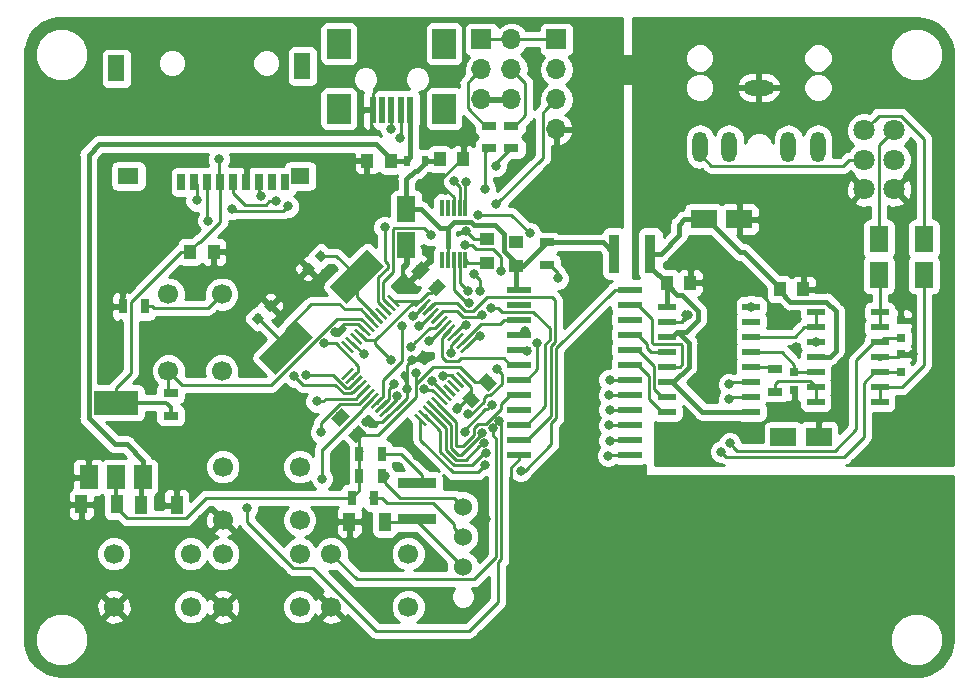
<source format=gbr>
G04 #@! TF.GenerationSoftware,KiCad,Pcbnew,(5.0.2)-1*
G04 #@! TF.CreationDate,2019-06-18T18:23:23-07:00*
G04 #@! TF.ProjectId,OPL3_VGM_Player,4f504c33-5f56-4474-9d5f-506c61796572,rev?*
G04 #@! TF.SameCoordinates,Original*
G04 #@! TF.FileFunction,Copper,L1,Top*
G04 #@! TF.FilePolarity,Positive*
%FSLAX46Y46*%
G04 Gerber Fmt 4.6, Leading zero omitted, Abs format (unit mm)*
G04 Created by KiCad (PCBNEW (5.0.2)-1) date 6/18/2019 6:23:23 PM*
%MOMM*%
%LPD*%
G01*
G04 APERTURE LIST*
G04 #@! TA.AperFunction,ComponentPad*
%ADD10C,1.800000*%
G04 #@! TD*
G04 #@! TA.AperFunction,ComponentPad*
%ADD11C,1.700000*%
G04 #@! TD*
G04 #@! TA.AperFunction,SMDPad,CuDef*
%ADD12R,1.400000X2.200000*%
G04 #@! TD*
G04 #@! TA.AperFunction,SMDPad,CuDef*
%ADD13R,1.800000X1.400000*%
G04 #@! TD*
G04 #@! TA.AperFunction,SMDPad,CuDef*
%ADD14R,1.600000X1.400000*%
G04 #@! TD*
G04 #@! TA.AperFunction,SMDPad,CuDef*
%ADD15R,0.700000X1.400000*%
G04 #@! TD*
G04 #@! TA.AperFunction,ComponentPad*
%ADD16O,1.300000X2.600000*%
G04 #@! TD*
G04 #@! TA.AperFunction,ComponentPad*
%ADD17O,2.600000X1.300000*%
G04 #@! TD*
G04 #@! TA.AperFunction,SMDPad,CuDef*
%ADD18R,1.600000X2.200000*%
G04 #@! TD*
G04 #@! TA.AperFunction,ComponentPad*
%ADD19C,1.524000*%
G04 #@! TD*
G04 #@! TA.AperFunction,SMDPad,CuDef*
%ADD20R,1.000000X1.600000*%
G04 #@! TD*
G04 #@! TA.AperFunction,SMDPad,CuDef*
%ADD21R,1.250000X1.000000*%
G04 #@! TD*
G04 #@! TA.AperFunction,SMDPad,CuDef*
%ADD22R,1.000000X1.250000*%
G04 #@! TD*
G04 #@! TA.AperFunction,SMDPad,CuDef*
%ADD23C,0.750000*%
G04 #@! TD*
G04 #@! TA.AperFunction,Conductor*
%ADD24C,0.100000*%
G04 #@! TD*
G04 #@! TA.AperFunction,SMDPad,CuDef*
%ADD25C,1.000000*%
G04 #@! TD*
G04 #@! TA.AperFunction,SMDPad,CuDef*
%ADD26R,2.200000X1.600000*%
G04 #@! TD*
G04 #@! TA.AperFunction,SMDPad,CuDef*
%ADD27R,0.750000X0.800000*%
G04 #@! TD*
G04 #@! TA.AperFunction,SMDPad,CuDef*
%ADD28R,2.000000X2.500000*%
G04 #@! TD*
G04 #@! TA.AperFunction,SMDPad,CuDef*
%ADD29R,0.500000X2.300000*%
G04 #@! TD*
G04 #@! TA.AperFunction,ComponentPad*
%ADD30O,1.700000X1.700000*%
G04 #@! TD*
G04 #@! TA.AperFunction,ComponentPad*
%ADD31R,1.700000X1.700000*%
G04 #@! TD*
G04 #@! TA.AperFunction,SMDPad,CuDef*
%ADD32R,0.500000X0.900000*%
G04 #@! TD*
G04 #@! TA.AperFunction,SMDPad,CuDef*
%ADD33R,0.950000X3.300000*%
G04 #@! TD*
G04 #@! TA.AperFunction,SMDPad,CuDef*
%ADD34R,3.300000X0.950000*%
G04 #@! TD*
G04 #@! TA.AperFunction,SMDPad,CuDef*
%ADD35R,1.300000X0.700000*%
G04 #@! TD*
G04 #@! TA.AperFunction,SMDPad,CuDef*
%ADD36R,0.700000X1.300000*%
G04 #@! TD*
G04 #@! TA.AperFunction,SMDPad,CuDef*
%ADD37R,1.500000X2.000000*%
G04 #@! TD*
G04 #@! TA.AperFunction,SMDPad,CuDef*
%ADD38R,3.800000X2.000000*%
G04 #@! TD*
G04 #@! TA.AperFunction,SMDPad,CuDef*
%ADD39C,0.250000*%
G04 #@! TD*
G04 #@! TA.AperFunction,SMDPad,CuDef*
%ADD40R,0.300000X1.400000*%
G04 #@! TD*
G04 #@! TA.AperFunction,SMDPad,CuDef*
%ADD41R,2.000000X0.600000*%
G04 #@! TD*
G04 #@! TA.AperFunction,SMDPad,CuDef*
%ADD42R,1.500000X0.600000*%
G04 #@! TD*
G04 #@! TA.AperFunction,SMDPad,CuDef*
%ADD43C,2.000000*%
G04 #@! TD*
G04 #@! TA.AperFunction,ViaPad*
%ADD44C,0.800000*%
G04 #@! TD*
G04 #@! TA.AperFunction,Conductor*
%ADD45C,0.250000*%
G04 #@! TD*
G04 #@! TA.AperFunction,Conductor*
%ADD46C,0.400000*%
G04 #@! TD*
G04 #@! TA.AperFunction,Conductor*
%ADD47C,0.350000*%
G04 #@! TD*
G04 #@! TA.AperFunction,Conductor*
%ADD48C,0.254000*%
G04 #@! TD*
G04 APERTURE END LIST*
D10*
G04 #@! TO.P,RV1,6*
G04 #@! TO.N,GND*
X221655000Y-99060000D03*
G04 #@! TO.P,RV1,5*
G04 #@! TO.N,Net-(J5-Pad2)*
X221655000Y-96560000D03*
G04 #@! TO.P,RV1,4*
G04 #@! TO.N,Net-(C23-Pad2)*
X221655000Y-94060000D03*
G04 #@! TO.P,RV1,3*
G04 #@! TO.N,GND*
X224155000Y-99060000D03*
G04 #@! TO.P,RV1,2*
G04 #@! TO.N,Net-(J5-Pad3)*
X224155000Y-96560000D03*
G04 #@! TO.P,RV1,1*
G04 #@! TO.N,Net-(C22-Pad2)*
X224155000Y-94060000D03*
G04 #@! TD*
D11*
G04 #@! TO.P,PREV,1*
G04 #@! TO.N,PREV*
X158115000Y-129908300D03*
G04 #@! TO.P,PREV,2*
G04 #@! TO.N,Net-(SW2-Pad2)*
X164615000Y-129908300D03*
G04 #@! TO.P,PREV,3*
G04 #@! TO.N,GND*
X158115000Y-134408300D03*
G04 #@! TO.P,PREV,4*
G04 #@! TO.N,Net-(SW2-Pad4)*
X164615000Y-134408300D03*
G04 #@! TD*
G04 #@! TO.P,RAND,4*
G04 #@! TO.N,Net-(SW3-Pad4)*
X173835200Y-134408300D03*
G04 #@! TO.P,RAND,3*
G04 #@! TO.N,GND*
X167335200Y-134408300D03*
G04 #@! TO.P,RAND,2*
G04 #@! TO.N,Net-(SW3-Pad2)*
X173835200Y-129908300D03*
G04 #@! TO.P,RAND,1*
G04 #@! TO.N,RAND*
X167335200Y-129908300D03*
G04 #@! TD*
G04 #@! TO.P,NEXT,1*
G04 #@! TO.N,NEXT*
X176530000Y-129908300D03*
G04 #@! TO.P,NEXT,2*
G04 #@! TO.N,Net-(SW4-Pad2)*
X183030000Y-129908300D03*
G04 #@! TO.P,NEXT,3*
G04 #@! TO.N,GND*
X176530000Y-134408300D03*
G04 #@! TO.P,NEXT,4*
G04 #@! TO.N,Net-(SW4-Pad4)*
X183030000Y-134408300D03*
G04 #@! TD*
G04 #@! TO.P,PLAYMODE,4*
G04 #@! TO.N,Net-(SW5-Pad4)*
X173835200Y-127055000D03*
G04 #@! TO.P,PLAYMODE,3*
G04 #@! TO.N,GND*
X167335200Y-127055000D03*
G04 #@! TO.P,PLAYMODE,2*
G04 #@! TO.N,Net-(SW5-Pad2)*
X173835200Y-122555000D03*
G04 #@! TO.P,PLAYMODE,1*
G04 #@! TO.N,OPTION*
X167335200Y-122555000D03*
G04 #@! TD*
D12*
G04 #@! TO.P,J3,*
G04 #@! TO.N,*
X174081000Y-88626000D03*
X158331000Y-88824000D03*
D13*
X159332000Y-97925000D03*
D14*
X173880000Y-97925000D03*
D15*
G04 #@! TO.P,J3,9*
G04 #@! TO.N,Net-(J3-Pad9)*
X172630000Y-98425000D03*
G04 #@! TO.P,J3,8*
G04 #@! TO.N,Net-(J3-Pad8)*
X171530000Y-98425000D03*
G04 #@! TO.P,J3,7*
G04 #@! TO.N,SD_MISO*
X170430000Y-98425000D03*
G04 #@! TO.P,J3,6*
G04 #@! TO.N,GND*
X169330000Y-98425000D03*
G04 #@! TO.P,J3,5*
G04 #@! TO.N,SD_CLK*
X168230000Y-98425000D03*
G04 #@! TO.P,J3,4*
G04 #@! TO.N,+3V3*
X167130000Y-98425000D03*
G04 #@! TO.P,J3,3*
G04 #@! TO.N,SD_MOSI*
X166030000Y-98425000D03*
G04 #@! TO.P,J3,2*
G04 #@! TO.N,SD_CS*
X164930000Y-98425000D03*
G04 #@! TO.P,J3,1*
G04 #@! TO.N,Net-(J3-Pad1)*
X163830000Y-98425000D03*
G04 #@! TD*
D16*
G04 #@! TO.P,J5,2*
G04 #@! TO.N,Net-(J5-Pad2)*
X207725000Y-95440000D03*
G04 #@! TO.P,J5,3*
G04 #@! TO.N,Net-(J5-Pad3)*
X217725000Y-95440000D03*
G04 #@! TO.P,J5,11*
G04 #@! TO.N,N/C*
X215225000Y-95440000D03*
G04 #@! TO.P,J5,10*
X210225000Y-95440000D03*
D17*
G04 #@! TO.P,J5,1*
G04 #@! TO.N,GND*
X212725000Y-90440000D03*
G04 #@! TD*
D18*
G04 #@! TO.P,C23,1*
G04 #@! TO.N,CH2_OUT*
X226695000Y-106275000D03*
G04 #@! TO.P,C23,2*
G04 #@! TO.N,Net-(C23-Pad2)*
X226695000Y-103275000D03*
G04 #@! TD*
D19*
G04 #@! TO.P,DS1,3*
G04 #@! TO.N,Net-(C21-Pad1)*
X187648600Y-131000000D03*
G04 #@! TO.P,DS1,2*
G04 #@! TO.N,SCL*
X187648600Y-128460000D03*
G04 #@! TO.P,DS1,1*
G04 #@! TO.N,SDA*
X187648600Y-125920000D03*
G04 #@! TD*
D20*
G04 #@! TO.P,C1,2*
G04 #@! TO.N,GND*
X163425000Y-125793500D03*
G04 #@! TO.P,C1,1*
G04 #@! TO.N,VCC*
X160425000Y-125793500D03*
G04 #@! TD*
G04 #@! TO.P,C2,1*
G04 #@! TO.N,+3V3*
X158345000Y-125730000D03*
G04 #@! TO.P,C2,2*
G04 #@! TO.N,GND*
X155345000Y-125730000D03*
G04 #@! TD*
D21*
G04 #@! TO.P,C3,1*
G04 #@! TO.N,GND*
X189674500Y-103267000D03*
G04 #@! TO.P,C3,2*
G04 #@! TO.N,Net-(C3-Pad2)*
X189674500Y-105267000D03*
G04 #@! TD*
D22*
G04 #@! TO.P,C4,2*
G04 #@! TO.N,GND*
X179543200Y-96621600D03*
G04 #@! TO.P,C4,1*
G04 #@! TO.N,VCC*
X181543200Y-96621600D03*
G04 #@! TD*
G04 #@! TO.P,C5,1*
G04 #@! TO.N,+5V*
X185690000Y-96520000D03*
G04 #@! TO.P,C5,2*
G04 #@! TO.N,GND*
X187690000Y-96520000D03*
G04 #@! TD*
D18*
G04 #@! TO.P,C6,1*
G04 #@! TO.N,+5V*
X182880000Y-100735000D03*
G04 #@! TO.P,C6,2*
G04 #@! TO.N,GND*
X182880000Y-103735000D03*
G04 #@! TD*
D23*
G04 #@! TO.P,C7,2*
G04 #@! TO.N,GND*
X174577270Y-105762530D03*
D24*
G04 #@! TD*
G04 #@! TO.N,GND*
G04 #@! TO.C,C7*
G36*
X174594948Y-105214522D02*
X175125278Y-105744852D01*
X174559592Y-106310538D01*
X174029262Y-105780208D01*
X174594948Y-105214522D01*
X174594948Y-105214522D01*
G37*
D23*
G04 #@! TO.P,C7,1*
G04 #@! TO.N,Net-(C7-Pad1)*
X175637930Y-104701870D03*
D24*
G04 #@! TD*
G04 #@! TO.N,Net-(C7-Pad1)*
G04 #@! TO.C,C7*
G36*
X175655608Y-104153862D02*
X176185938Y-104684192D01*
X175620252Y-105249878D01*
X175089922Y-104719548D01*
X175655608Y-104153862D01*
X175655608Y-104153862D01*
G37*
D23*
G04 #@! TO.P,C8,1*
G04 #@! TO.N,Net-(C8-Pad1)*
X170310070Y-109991630D03*
D24*
G04 #@! TD*
G04 #@! TO.N,Net-(C8-Pad1)*
G04 #@! TO.C,C8*
G36*
X170292392Y-110539638D02*
X169762062Y-110009308D01*
X170327748Y-109443622D01*
X170858078Y-109973952D01*
X170292392Y-110539638D01*
X170292392Y-110539638D01*
G37*
D23*
G04 #@! TO.P,C8,2*
G04 #@! TO.N,GND*
X171370730Y-108930970D03*
D24*
G04 #@! TD*
G04 #@! TO.N,GND*
G04 #@! TO.C,C8*
G36*
X171353052Y-109478978D02*
X170822722Y-108948648D01*
X171388408Y-108382962D01*
X171918738Y-108913292D01*
X171353052Y-109478978D01*
X171353052Y-109478978D01*
G37*
D25*
G04 #@! TO.P,C9,1*
G04 #@! TO.N,+3V3*
X178710307Y-119782307D03*
D24*
G04 #@! TD*
G04 #@! TO.N,+3V3*
G04 #@! TO.C,C9*
G36*
X179505802Y-119693919D02*
X178621919Y-120577802D01*
X177914812Y-119870695D01*
X178798695Y-118986812D01*
X179505802Y-119693919D01*
X179505802Y-119693919D01*
G37*
D25*
G04 #@! TO.P,C9,2*
G04 #@! TO.N,GND*
X177296093Y-118368093D03*
D24*
G04 #@! TD*
G04 #@! TO.N,GND*
G04 #@! TO.C,C9*
G36*
X178091588Y-118279705D02*
X177207705Y-119163588D01*
X176500598Y-118456481D01*
X177384481Y-117572598D01*
X178091588Y-118279705D01*
X178091588Y-118279705D01*
G37*
D25*
G04 #@! TO.P,C10,2*
G04 #@! TO.N,GND*
X184056586Y-105926186D03*
D24*
G04 #@! TD*
G04 #@! TO.N,GND*
G04 #@! TO.C,C10*
G36*
X184852081Y-105837798D02*
X183968198Y-106721681D01*
X183261091Y-106014574D01*
X184144974Y-105130691D01*
X184852081Y-105837798D01*
X184852081Y-105837798D01*
G37*
D25*
G04 #@! TO.P,C10,1*
G04 #@! TO.N,+3V3*
X185470800Y-107340400D03*
D24*
G04 #@! TD*
G04 #@! TO.N,+3V3*
G04 #@! TO.C,C10*
G36*
X186266295Y-107252012D02*
X185382412Y-108135895D01*
X184675305Y-107428788D01*
X185559188Y-106544905D01*
X186266295Y-107252012D01*
X186266295Y-107252012D01*
G37*
D25*
G04 #@! TO.P,C11,2*
G04 #@! TO.N,GND*
X188353700Y-116801900D03*
D24*
G04 #@! TD*
G04 #@! TO.N,GND*
G04 #@! TO.C,C11*
G36*
X188265312Y-116006405D02*
X189149195Y-116890288D01*
X188442088Y-117597395D01*
X187558205Y-116713512D01*
X188265312Y-116006405D01*
X188265312Y-116006405D01*
G37*
D25*
G04 #@! TO.P,C11,1*
G04 #@! TO.N,+3V3*
X189767914Y-115387686D03*
D24*
G04 #@! TD*
G04 #@! TO.N,+3V3*
G04 #@! TO.C,C11*
G36*
X189679526Y-114592191D02*
X190563409Y-115476074D01*
X189856302Y-116183181D01*
X188972419Y-115299298D01*
X189679526Y-114592191D01*
X189679526Y-114592191D01*
G37*
D22*
G04 #@! TO.P,C12,2*
G04 #@! TO.N,GND*
X166569900Y-104355900D03*
G04 #@! TO.P,C12,1*
G04 #@! TO.N,+3V3*
X164569900Y-104355900D03*
G04 #@! TD*
D26*
G04 #@! TO.P,C13,1*
G04 #@! TO.N,+5VA*
X208050000Y-101600000D03*
G04 #@! TO.P,C13,2*
G04 #@! TO.N,GND*
X211050000Y-101600000D03*
G04 #@! TD*
D21*
G04 #@! TO.P,C14,2*
G04 #@! TO.N,+5V*
X192151000Y-105559100D03*
G04 #@! TO.P,C14,1*
G04 #@! TO.N,GND*
X192151000Y-103559100D03*
G04 #@! TD*
D22*
G04 #@! TO.P,C15,1*
G04 #@! TO.N,GND*
X206905100Y-106972100D03*
G04 #@! TO.P,C15,2*
G04 #@! TO.N,+5VA*
X204905100Y-106972100D03*
G04 #@! TD*
D27*
G04 #@! TO.P,C16,1*
G04 #@! TO.N,GND*
X215734900Y-116040600D03*
G04 #@! TO.P,C16,2*
G04 #@! TO.N,Net-(C16-Pad2)*
X215734900Y-114540600D03*
G04 #@! TD*
G04 #@! TO.P,C17,1*
G04 #@! TO.N,GND*
X224739200Y-110159100D03*
G04 #@! TO.P,C17,2*
G04 #@! TO.N,Net-(C17-Pad2)*
X224739200Y-111659100D03*
G04 #@! TD*
G04 #@! TO.P,C18,2*
G04 #@! TO.N,Net-(C18-Pad2)*
X224726500Y-114516600D03*
G04 #@! TO.P,C18,1*
G04 #@! TO.N,GND*
X224726500Y-113016600D03*
G04 #@! TD*
D26*
G04 #@! TO.P,C19,2*
G04 #@! TO.N,GND*
X217806400Y-120053100D03*
G04 #@! TO.P,C19,1*
G04 #@! TO.N,Net-(C19-Pad1)*
X214806400Y-120053100D03*
G04 #@! TD*
D22*
G04 #@! TO.P,C20,1*
G04 #@! TO.N,GND*
X216493600Y-107530900D03*
G04 #@! TO.P,C20,2*
G04 #@! TO.N,+5VA*
X214493600Y-107530900D03*
G04 #@! TD*
D20*
G04 #@! TO.P,C21,2*
G04 #@! TO.N,GND*
X178039900Y-127190500D03*
G04 #@! TO.P,C21,1*
G04 #@! TO.N,Net-(C21-Pad1)*
X181039900Y-127190500D03*
G04 #@! TD*
D18*
G04 #@! TO.P,C22,2*
G04 #@! TO.N,Net-(C22-Pad2)*
X222885000Y-103275000D03*
G04 #@! TO.P,C22,1*
G04 #@! TO.N,CH1_OUT*
X222885000Y-106275000D03*
G04 #@! TD*
D28*
G04 #@! TO.P,J1,6*
G04 #@! TO.N,N/C*
X177160000Y-86735000D03*
X177160000Y-92235000D03*
X186060000Y-86735000D03*
X186060000Y-92235000D03*
D29*
G04 #@! TO.P,J1,5*
G04 #@! TO.N,GND*
X180010000Y-92335000D03*
G04 #@! TO.P,J1,4*
G04 #@! TO.N,Net-(J1-Pad4)*
X180810000Y-92335000D03*
G04 #@! TO.P,J1,3*
G04 #@! TO.N,D+*
X181610000Y-92335000D03*
G04 #@! TO.P,J1,2*
G04 #@! TO.N,D-*
X182410000Y-92335000D03*
G04 #@! TO.P,J1,1*
G04 #@! TO.N,VCC*
X183210000Y-92335000D03*
G04 #@! TD*
D30*
G04 #@! TO.P,J2,6*
G04 #@! TO.N,GND*
X191770000Y-91440000D03*
G04 #@! TO.P,J2,5*
X189230000Y-91440000D03*
G04 #@! TO.P,J2,4*
G04 #@! TO.N,BOOT1*
X191770000Y-88900000D03*
G04 #@! TO.P,J2,3*
G04 #@! TO.N,BOOT0*
X189230000Y-88900000D03*
G04 #@! TO.P,J2,2*
G04 #@! TO.N,+3V3*
X191770000Y-86360000D03*
D31*
G04 #@! TO.P,J2,1*
X189230000Y-86360000D03*
G04 #@! TD*
D30*
G04 #@! TO.P,J4,4*
G04 #@! TO.N,GND*
X195580000Y-93980000D03*
G04 #@! TO.P,J4,3*
G04 #@! TO.N,SWCLK*
X195580000Y-91440000D03*
G04 #@! TO.P,J4,2*
G04 #@! TO.N,SWDIO*
X195580000Y-88900000D03*
D31*
G04 #@! TO.P,J4,1*
G04 #@! TO.N,+3V3*
X195580000Y-86360000D03*
G04 #@! TD*
D32*
G04 #@! TO.P,L1,2*
G04 #@! TO.N,VCC*
X182917400Y-96621600D03*
G04 #@! TO.P,L1,1*
G04 #@! TO.N,+5V*
X184417400Y-96621600D03*
G04 #@! TD*
D33*
G04 #@! TO.P,L2,2*
G04 #@! TO.N,+5V*
X200480200Y-104495600D03*
G04 #@! TO.P,L2,1*
G04 #@! TO.N,+5VA*
X203530200Y-104495600D03*
G04 #@! TD*
D34*
G04 #@! TO.P,L3,1*
G04 #@! TO.N,Net-(C21-Pad1)*
X183756300Y-127012700D03*
G04 #@! TO.P,L3,2*
G04 #@! TO.N,Net-(L3-Pad2)*
X183756300Y-123962700D03*
G04 #@! TD*
D35*
G04 #@! TO.P,R1,2*
G04 #@! TO.N,BOOT0*
X189865000Y-93665000D03*
G04 #@! TO.P,R1,1*
G04 #@! TO.N,Net-(R1-Pad1)*
X189865000Y-95565000D03*
G04 #@! TD*
G04 #@! TO.P,R2,1*
G04 #@! TO.N,Net-(R2-Pad1)*
X191770000Y-95565000D03*
G04 #@! TO.P,R2,2*
G04 #@! TO.N,BOOT1*
X191770000Y-93665000D03*
G04 #@! TD*
D36*
G04 #@! TO.P,R3,2*
G04 #@! TO.N,GND*
X158866800Y-108978700D03*
G04 #@! TO.P,R3,1*
G04 #@! TO.N,Net-(R3-Pad1)*
X160766800Y-108978700D03*
G04 #@! TD*
D35*
G04 #@! TO.P,R4,1*
G04 #@! TO.N,+3V3*
X162915600Y-118209100D03*
G04 #@! TO.P,R4,2*
G04 #@! TO.N,Net-(R4-Pad2)*
X162915600Y-116309100D03*
G04 #@! TD*
G04 #@! TO.P,R5,2*
G04 #@! TO.N,+5V*
X194741800Y-103558300D03*
G04 #@! TO.P,R5,1*
G04 #@! TO.N,Net-(R5-Pad1)*
X194741800Y-105458300D03*
G04 #@! TD*
G04 #@! TO.P,R6,1*
G04 #@! TO.N,Net-(R6-Pad1)*
X214058500Y-116177100D03*
G04 #@! TO.P,R6,2*
G04 #@! TO.N,Net-(R6-Pad2)*
X214058500Y-114277100D03*
G04 #@! TD*
D36*
G04 #@! TO.P,R7,2*
G04 #@! TO.N,+3V3*
X178907400Y-121488200D03*
G04 #@! TO.P,R7,1*
G04 #@! TO.N,Net-(L3-Pad2)*
X180807400Y-121488200D03*
G04 #@! TD*
G04 #@! TO.P,R8,1*
G04 #@! TO.N,SCL*
X180172400Y-125183900D03*
G04 #@! TO.P,R8,2*
G04 #@! TO.N,+3V3*
X178272400Y-125183900D03*
G04 #@! TD*
G04 #@! TO.P,R9,2*
G04 #@! TO.N,+3V3*
X178907400Y-123317000D03*
G04 #@! TO.P,R9,1*
G04 #@! TO.N,SDA*
X180807400Y-123317000D03*
G04 #@! TD*
D11*
G04 #@! TO.P,RESET,1*
G04 #@! TO.N,Net-(R3-Pad1)*
X167233600Y-107924600D03*
G04 #@! TO.P,RESET,2*
G04 #@! TO.N,Net-(SW1-Pad2)*
X167233600Y-114424600D03*
G04 #@! TO.P,RESET,3*
G04 #@! TO.N,Net-(SW1-Pad3)*
X162733600Y-107924600D03*
G04 #@! TO.P,RESET,4*
G04 #@! TO.N,Net-(R4-Pad2)*
X162733600Y-114424600D03*
G04 #@! TD*
D37*
G04 #@! TO.P,U1,1*
G04 #@! TO.N,GND*
X155967400Y-123431700D03*
G04 #@! TO.P,U1,3*
G04 #@! TO.N,VCC*
X160567400Y-123431700D03*
G04 #@! TO.P,U1,2*
G04 #@! TO.N,+3V3*
X158267400Y-123431700D03*
D38*
X158267400Y-117131700D03*
G04 #@! TD*
D39*
G04 #@! TO.P,U2,48*
G04 #@! TO.N,+3V3*
X184062171Y-108492142D03*
D24*
G04 #@! TD*
G04 #@! TO.N,+3V3*
G04 #@! TO.C,U2*
G36*
X183690940Y-109040150D02*
X183514163Y-108863373D01*
X184433402Y-107944134D01*
X184610179Y-108120911D01*
X183690940Y-109040150D01*
X183690940Y-109040150D01*
G37*
D39*
G04 #@! TO.P,U2,47*
G04 #@! TO.N,GND*
X184415724Y-108845695D03*
D24*
G04 #@! TD*
G04 #@! TO.N,GND*
G04 #@! TO.C,U2*
G36*
X184044493Y-109393703D02*
X183867716Y-109216926D01*
X184786955Y-108297687D01*
X184963732Y-108474464D01*
X184044493Y-109393703D01*
X184044493Y-109393703D01*
G37*
D39*
G04 #@! TO.P,U2,46*
G04 #@! TO.N,D1*
X184769278Y-109199249D03*
D24*
G04 #@! TD*
G04 #@! TO.N,D1*
G04 #@! TO.C,U2*
G36*
X184398047Y-109747257D02*
X184221270Y-109570480D01*
X185140509Y-108651241D01*
X185317286Y-108828018D01*
X184398047Y-109747257D01*
X184398047Y-109747257D01*
G37*
D39*
G04 #@! TO.P,U2,45*
G04 #@! TO.N,D0*
X185122831Y-109552802D03*
D24*
G04 #@! TD*
G04 #@! TO.N,D0*
G04 #@! TO.C,U2*
G36*
X184751600Y-110100810D02*
X184574823Y-109924033D01*
X185494062Y-109004794D01*
X185670839Y-109181571D01*
X184751600Y-110100810D01*
X184751600Y-110100810D01*
G37*
D39*
G04 #@! TO.P,U2,44*
G04 #@! TO.N,Net-(R1-Pad1)*
X185476384Y-109906355D03*
D24*
G04 #@! TD*
G04 #@! TO.N,Net-(R1-Pad1)*
G04 #@! TO.C,U2*
G36*
X185105153Y-110454363D02*
X184928376Y-110277586D01*
X185847615Y-109358347D01*
X186024392Y-109535124D01*
X185105153Y-110454363D01*
X185105153Y-110454363D01*
G37*
D39*
G04 #@! TO.P,U2,43*
G04 #@! TO.N,SDA*
X185829938Y-110259909D03*
D24*
G04 #@! TD*
G04 #@! TO.N,SDA*
G04 #@! TO.C,U2*
G36*
X185458707Y-110807917D02*
X185281930Y-110631140D01*
X186201169Y-109711901D01*
X186377946Y-109888678D01*
X185458707Y-110807917D01*
X185458707Y-110807917D01*
G37*
D39*
G04 #@! TO.P,U2,42*
G04 #@! TO.N,SCL*
X186183491Y-110613462D03*
D24*
G04 #@! TD*
G04 #@! TO.N,SCL*
G04 #@! TO.C,U2*
G36*
X185812260Y-111161470D02*
X185635483Y-110984693D01*
X186554722Y-110065454D01*
X186731499Y-110242231D01*
X185812260Y-111161470D01*
X185812260Y-111161470D01*
G37*
D39*
G04 #@! TO.P,U2,41*
G04 #@! TO.N,YM_WR*
X186537045Y-110967016D03*
D24*
G04 #@! TD*
G04 #@! TO.N,YM_WR*
G04 #@! TO.C,U2*
G36*
X186165814Y-111515024D02*
X185989037Y-111338247D01*
X186908276Y-110419008D01*
X187085053Y-110595785D01*
X186165814Y-111515024D01*
X186165814Y-111515024D01*
G37*
D39*
G04 #@! TO.P,U2,40*
G04 #@! TO.N,OPTION*
X186890598Y-111320569D03*
D24*
G04 #@! TD*
G04 #@! TO.N,OPTION*
G04 #@! TO.C,U2*
G36*
X186519367Y-111868577D02*
X186342590Y-111691800D01*
X187261829Y-110772561D01*
X187438606Y-110949338D01*
X186519367Y-111868577D01*
X186519367Y-111868577D01*
G37*
D39*
G04 #@! TO.P,U2,39*
G04 #@! TO.N,NEXT*
X187244151Y-111674122D03*
D24*
G04 #@! TD*
G04 #@! TO.N,NEXT*
G04 #@! TO.C,U2*
G36*
X186872920Y-112222130D02*
X186696143Y-112045353D01*
X187615382Y-111126114D01*
X187792159Y-111302891D01*
X186872920Y-112222130D01*
X186872920Y-112222130D01*
G37*
D39*
G04 #@! TO.P,U2,38*
G04 #@! TO.N,YM_IC*
X187597705Y-112027676D03*
D24*
G04 #@! TD*
G04 #@! TO.N,YM_IC*
G04 #@! TO.C,U2*
G36*
X187226474Y-112575684D02*
X187049697Y-112398907D01*
X187968936Y-111479668D01*
X188145713Y-111656445D01*
X187226474Y-112575684D01*
X187226474Y-112575684D01*
G37*
D39*
G04 #@! TO.P,U2,37*
G04 #@! TO.N,SWCLK*
X187951258Y-112381229D03*
D24*
G04 #@! TD*
G04 #@! TO.N,SWCLK*
G04 #@! TO.C,U2*
G36*
X187580027Y-112929237D02*
X187403250Y-112752460D01*
X188322489Y-111833221D01*
X188499266Y-112009998D01*
X187580027Y-112929237D01*
X187580027Y-112929237D01*
G37*
D39*
G04 #@! TO.P,U2,36*
G04 #@! TO.N,+3V3*
X187951258Y-114643971D03*
D24*
G04 #@! TD*
G04 #@! TO.N,+3V3*
G04 #@! TO.C,U2*
G36*
X187403250Y-114272740D02*
X187580027Y-114095963D01*
X188499266Y-115015202D01*
X188322489Y-115191979D01*
X187403250Y-114272740D01*
X187403250Y-114272740D01*
G37*
D39*
G04 #@! TO.P,U2,35*
G04 #@! TO.N,GND*
X187597705Y-114997524D03*
D24*
G04 #@! TD*
G04 #@! TO.N,GND*
G04 #@! TO.C,U2*
G36*
X187049697Y-114626293D02*
X187226474Y-114449516D01*
X188145713Y-115368755D01*
X187968936Y-115545532D01*
X187049697Y-114626293D01*
X187049697Y-114626293D01*
G37*
D39*
G04 #@! TO.P,U2,34*
G04 #@! TO.N,SWDIO*
X187244151Y-115351078D03*
D24*
G04 #@! TD*
G04 #@! TO.N,SWDIO*
G04 #@! TO.C,U2*
G36*
X186696143Y-114979847D02*
X186872920Y-114803070D01*
X187792159Y-115722309D01*
X187615382Y-115899086D01*
X186696143Y-114979847D01*
X186696143Y-114979847D01*
G37*
D39*
G04 #@! TO.P,U2,33*
G04 #@! TO.N,Net-(U2-Pad33)*
X186890598Y-115704631D03*
D24*
G04 #@! TD*
G04 #@! TO.N,Net-(U2-Pad33)*
G04 #@! TO.C,U2*
G36*
X186342590Y-115333400D02*
X186519367Y-115156623D01*
X187438606Y-116075862D01*
X187261829Y-116252639D01*
X186342590Y-115333400D01*
X186342590Y-115333400D01*
G37*
D39*
G04 #@! TO.P,U2,32*
G04 #@! TO.N,Net-(U2-Pad32)*
X186537045Y-116058184D03*
D24*
G04 #@! TD*
G04 #@! TO.N,Net-(U2-Pad32)*
G04 #@! TO.C,U2*
G36*
X185989037Y-115686953D02*
X186165814Y-115510176D01*
X187085053Y-116429415D01*
X186908276Y-116606192D01*
X185989037Y-115686953D01*
X185989037Y-115686953D01*
G37*
D39*
G04 #@! TO.P,U2,31*
G04 #@! TO.N,TX*
X186183491Y-116411738D03*
D24*
G04 #@! TD*
G04 #@! TO.N,TX*
G04 #@! TO.C,U2*
G36*
X185635483Y-116040507D02*
X185812260Y-115863730D01*
X186731499Y-116782969D01*
X186554722Y-116959746D01*
X185635483Y-116040507D01*
X185635483Y-116040507D01*
G37*
D39*
G04 #@! TO.P,U2,30*
G04 #@! TO.N,RX*
X185829938Y-116765291D03*
D24*
G04 #@! TD*
G04 #@! TO.N,RX*
G04 #@! TO.C,U2*
G36*
X185281930Y-116394060D02*
X185458707Y-116217283D01*
X186377946Y-117136522D01*
X186201169Y-117313299D01*
X185281930Y-116394060D01*
X185281930Y-116394060D01*
G37*
D39*
G04 #@! TO.P,U2,29*
G04 #@! TO.N,YM_CS*
X185476384Y-117118845D03*
D24*
G04 #@! TD*
G04 #@! TO.N,YM_CS*
G04 #@! TO.C,U2*
G36*
X184928376Y-116747614D02*
X185105153Y-116570837D01*
X186024392Y-117490076D01*
X185847615Y-117666853D01*
X184928376Y-116747614D01*
X184928376Y-116747614D01*
G37*
D39*
G04 #@! TO.P,U2,28*
G04 #@! TO.N,D7*
X185122831Y-117472398D03*
D24*
G04 #@! TD*
G04 #@! TO.N,D7*
G04 #@! TO.C,U2*
G36*
X184574823Y-117101167D02*
X184751600Y-116924390D01*
X185670839Y-117843629D01*
X185494062Y-118020406D01*
X184574823Y-117101167D01*
X184574823Y-117101167D01*
G37*
D39*
G04 #@! TO.P,U2,27*
G04 #@! TO.N,D6*
X184769278Y-117825951D03*
D24*
G04 #@! TD*
G04 #@! TO.N,D6*
G04 #@! TO.C,U2*
G36*
X184221270Y-117454720D02*
X184398047Y-117277943D01*
X185317286Y-118197182D01*
X185140509Y-118373959D01*
X184221270Y-117454720D01*
X184221270Y-117454720D01*
G37*
D39*
G04 #@! TO.P,U2,26*
G04 #@! TO.N,D5*
X184415724Y-118179505D03*
D24*
G04 #@! TD*
G04 #@! TO.N,D5*
G04 #@! TO.C,U2*
G36*
X183867716Y-117808274D02*
X184044493Y-117631497D01*
X184963732Y-118550736D01*
X184786955Y-118727513D01*
X183867716Y-117808274D01*
X183867716Y-117808274D01*
G37*
D39*
G04 #@! TO.P,U2,25*
G04 #@! TO.N,D4*
X184062171Y-118533058D03*
D24*
G04 #@! TD*
G04 #@! TO.N,D4*
G04 #@! TO.C,U2*
G36*
X183514163Y-118161827D02*
X183690940Y-117985050D01*
X184610179Y-118904289D01*
X184433402Y-119081066D01*
X183514163Y-118161827D01*
X183514163Y-118161827D01*
G37*
D39*
G04 #@! TO.P,U2,24*
G04 #@! TO.N,+3V3*
X181799429Y-118533058D03*
D24*
G04 #@! TD*
G04 #@! TO.N,+3V3*
G04 #@! TO.C,U2*
G36*
X181428198Y-119081066D02*
X181251421Y-118904289D01*
X182170660Y-117985050D01*
X182347437Y-118161827D01*
X181428198Y-119081066D01*
X181428198Y-119081066D01*
G37*
D39*
G04 #@! TO.P,U2,23*
G04 #@! TO.N,GND*
X181445876Y-118179505D03*
D24*
G04 #@! TD*
G04 #@! TO.N,GND*
G04 #@! TO.C,U2*
G36*
X181074645Y-118727513D02*
X180897868Y-118550736D01*
X181817107Y-117631497D01*
X181993884Y-117808274D01*
X181074645Y-118727513D01*
X181074645Y-118727513D01*
G37*
D39*
G04 #@! TO.P,U2,22*
G04 #@! TO.N,D3*
X181092322Y-117825951D03*
D24*
G04 #@! TD*
G04 #@! TO.N,D3*
G04 #@! TO.C,U2*
G36*
X180721091Y-118373959D02*
X180544314Y-118197182D01*
X181463553Y-117277943D01*
X181640330Y-117454720D01*
X180721091Y-118373959D01*
X180721091Y-118373959D01*
G37*
D39*
G04 #@! TO.P,U2,21*
G04 #@! TO.N,D2*
X180738769Y-117472398D03*
D24*
G04 #@! TD*
G04 #@! TO.N,D2*
G04 #@! TO.C,U2*
G36*
X180367538Y-118020406D02*
X180190761Y-117843629D01*
X181110000Y-116924390D01*
X181286777Y-117101167D01*
X180367538Y-118020406D01*
X180367538Y-118020406D01*
G37*
D39*
G04 #@! TO.P,U2,20*
G04 #@! TO.N,Net-(R2-Pad1)*
X180385216Y-117118845D03*
D24*
G04 #@! TD*
G04 #@! TO.N,Net-(R2-Pad1)*
G04 #@! TO.C,U2*
G36*
X180013985Y-117666853D02*
X179837208Y-117490076D01*
X180756447Y-116570837D01*
X180933224Y-116747614D01*
X180013985Y-117666853D01*
X180013985Y-117666853D01*
G37*
D39*
G04 #@! TO.P,U2,19*
G04 #@! TO.N,RAND*
X180031662Y-116765291D03*
D24*
G04 #@! TD*
G04 #@! TO.N,RAND*
G04 #@! TO.C,U2*
G36*
X179660431Y-117313299D02*
X179483654Y-117136522D01*
X180402893Y-116217283D01*
X180579670Y-116394060D01*
X179660431Y-117313299D01*
X179660431Y-117313299D01*
G37*
D39*
G04 #@! TO.P,U2,18*
G04 #@! TO.N,PREV*
X179678109Y-116411738D03*
D24*
G04 #@! TD*
G04 #@! TO.N,PREV*
G04 #@! TO.C,U2*
G36*
X179306878Y-116959746D02*
X179130101Y-116782969D01*
X180049340Y-115863730D01*
X180226117Y-116040507D01*
X179306878Y-116959746D01*
X179306878Y-116959746D01*
G37*
D39*
G04 #@! TO.P,U2,17*
G04 #@! TO.N,SD_MOSI*
X179324555Y-116058184D03*
D24*
G04 #@! TD*
G04 #@! TO.N,SD_MOSI*
G04 #@! TO.C,U2*
G36*
X178953324Y-116606192D02*
X178776547Y-116429415D01*
X179695786Y-115510176D01*
X179872563Y-115686953D01*
X178953324Y-116606192D01*
X178953324Y-116606192D01*
G37*
D39*
G04 #@! TO.P,U2,16*
G04 #@! TO.N,SD_MISO*
X178971002Y-115704631D03*
D24*
G04 #@! TD*
G04 #@! TO.N,SD_MISO*
G04 #@! TO.C,U2*
G36*
X178599771Y-116252639D02*
X178422994Y-116075862D01*
X179342233Y-115156623D01*
X179519010Y-115333400D01*
X178599771Y-116252639D01*
X178599771Y-116252639D01*
G37*
D39*
G04 #@! TO.P,U2,15*
G04 #@! TO.N,SD_CLK*
X178617449Y-115351078D03*
D24*
G04 #@! TD*
G04 #@! TO.N,SD_CLK*
G04 #@! TO.C,U2*
G36*
X178246218Y-115899086D02*
X178069441Y-115722309D01*
X178988680Y-114803070D01*
X179165457Y-114979847D01*
X178246218Y-115899086D01*
X178246218Y-115899086D01*
G37*
D39*
G04 #@! TO.P,U2,14*
G04 #@! TO.N,SD_CS*
X178263895Y-114997524D03*
D24*
G04 #@! TD*
G04 #@! TO.N,SD_CS*
G04 #@! TO.C,U2*
G36*
X177892664Y-115545532D02*
X177715887Y-115368755D01*
X178635126Y-114449516D01*
X178811903Y-114626293D01*
X177892664Y-115545532D01*
X177892664Y-115545532D01*
G37*
D39*
G04 #@! TO.P,U2,13*
G04 #@! TO.N,Net-(U2-Pad13)*
X177910342Y-114643971D03*
D24*
G04 #@! TD*
G04 #@! TO.N,Net-(U2-Pad13)*
G04 #@! TO.C,U2*
G36*
X177539111Y-115191979D02*
X177362334Y-115015202D01*
X178281573Y-114095963D01*
X178458350Y-114272740D01*
X177539111Y-115191979D01*
X177539111Y-115191979D01*
G37*
D39*
G04 #@! TO.P,U2,12*
G04 #@! TO.N,Net-(U2-Pad12)*
X177910342Y-112381229D03*
D24*
G04 #@! TD*
G04 #@! TO.N,Net-(U2-Pad12)*
G04 #@! TO.C,U2*
G36*
X177362334Y-112009998D02*
X177539111Y-111833221D01*
X178458350Y-112752460D01*
X178281573Y-112929237D01*
X177362334Y-112009998D01*
X177362334Y-112009998D01*
G37*
D39*
G04 #@! TO.P,U2,11*
G04 #@! TO.N,YM_CLK*
X178263895Y-112027676D03*
D24*
G04 #@! TD*
G04 #@! TO.N,YM_CLK*
G04 #@! TO.C,U2*
G36*
X177715887Y-111656445D02*
X177892664Y-111479668D01*
X178811903Y-112398907D01*
X178635126Y-112575684D01*
X177715887Y-111656445D01*
X177715887Y-111656445D01*
G37*
D39*
G04 #@! TO.P,U2,10*
G04 #@! TO.N,Net-(U2-Pad10)*
X178617449Y-111674122D03*
D24*
G04 #@! TD*
G04 #@! TO.N,Net-(U2-Pad10)*
G04 #@! TO.C,U2*
G36*
X178069441Y-111302891D02*
X178246218Y-111126114D01*
X179165457Y-112045353D01*
X178988680Y-112222130D01*
X178069441Y-111302891D01*
X178069441Y-111302891D01*
G37*
D39*
G04 #@! TO.P,U2,9*
G04 #@! TO.N,+3V3*
X178971002Y-111320569D03*
D24*
G04 #@! TD*
G04 #@! TO.N,+3V3*
G04 #@! TO.C,U2*
G36*
X178422994Y-110949338D02*
X178599771Y-110772561D01*
X179519010Y-111691800D01*
X179342233Y-111868577D01*
X178422994Y-110949338D01*
X178422994Y-110949338D01*
G37*
D39*
G04 #@! TO.P,U2,8*
G04 #@! TO.N,GND*
X179324555Y-110967016D03*
D24*
G04 #@! TD*
G04 #@! TO.N,GND*
G04 #@! TO.C,U2*
G36*
X178776547Y-110595785D02*
X178953324Y-110419008D01*
X179872563Y-111338247D01*
X179695786Y-111515024D01*
X178776547Y-110595785D01*
X178776547Y-110595785D01*
G37*
D39*
G04 #@! TO.P,U2,7*
G04 #@! TO.N,Net-(R4-Pad2)*
X179678109Y-110613462D03*
D24*
G04 #@! TD*
G04 #@! TO.N,Net-(R4-Pad2)*
G04 #@! TO.C,U2*
G36*
X179130101Y-110242231D02*
X179306878Y-110065454D01*
X180226117Y-110984693D01*
X180049340Y-111161470D01*
X179130101Y-110242231D01*
X179130101Y-110242231D01*
G37*
D39*
G04 #@! TO.P,U2,6*
G04 #@! TO.N,Net-(C8-Pad1)*
X180031662Y-110259909D03*
D24*
G04 #@! TD*
G04 #@! TO.N,Net-(C8-Pad1)*
G04 #@! TO.C,U2*
G36*
X179483654Y-109888678D02*
X179660431Y-109711901D01*
X180579670Y-110631140D01*
X180402893Y-110807917D01*
X179483654Y-109888678D01*
X179483654Y-109888678D01*
G37*
D39*
G04 #@! TO.P,U2,5*
G04 #@! TO.N,Net-(C7-Pad1)*
X180385216Y-109906355D03*
D24*
G04 #@! TD*
G04 #@! TO.N,Net-(C7-Pad1)*
G04 #@! TO.C,U2*
G36*
X179837208Y-109535124D02*
X180013985Y-109358347D01*
X180933224Y-110277586D01*
X180756447Y-110454363D01*
X179837208Y-109535124D01*
X179837208Y-109535124D01*
G37*
D39*
G04 #@! TO.P,U2,4*
G04 #@! TO.N,Net-(U2-Pad4)*
X180738769Y-109552802D03*
D24*
G04 #@! TD*
G04 #@! TO.N,Net-(U2-Pad4)*
G04 #@! TO.C,U2*
G36*
X180190761Y-109181571D02*
X180367538Y-109004794D01*
X181286777Y-109924033D01*
X181110000Y-110100810D01*
X180190761Y-109181571D01*
X180190761Y-109181571D01*
G37*
D39*
G04 #@! TO.P,U2,3*
G04 #@! TO.N,YM_A1*
X181092322Y-109199249D03*
D24*
G04 #@! TD*
G04 #@! TO.N,YM_A1*
G04 #@! TO.C,U2*
G36*
X180544314Y-108828018D02*
X180721091Y-108651241D01*
X181640330Y-109570480D01*
X181463553Y-109747257D01*
X180544314Y-108828018D01*
X180544314Y-108828018D01*
G37*
D39*
G04 #@! TO.P,U2,2*
G04 #@! TO.N,YM_A0*
X181445876Y-108845695D03*
D24*
G04 #@! TD*
G04 #@! TO.N,YM_A0*
G04 #@! TO.C,U2*
G36*
X180897868Y-108474464D02*
X181074645Y-108297687D01*
X181993884Y-109216926D01*
X181817107Y-109393703D01*
X180897868Y-108474464D01*
X180897868Y-108474464D01*
G37*
D39*
G04 #@! TO.P,U2,1*
G04 #@! TO.N,+3V3*
X181799429Y-108492142D03*
D24*
G04 #@! TD*
G04 #@! TO.N,+3V3*
G04 #@! TO.C,U2*
G36*
X181251421Y-108120911D02*
X181428198Y-107944134D01*
X182347437Y-108863373D01*
X182170660Y-109040150D01*
X181251421Y-108120911D01*
X181251421Y-108120911D01*
G37*
D40*
G04 #@! TO.P,U3,10*
G04 #@! TO.N,Net-(C3-Pad2)*
X187880500Y-105057300D03*
G04 #@! TO.P,U3,9*
G04 #@! TO.N,RX*
X187380500Y-105057300D03*
G04 #@! TO.P,U3,8*
G04 #@! TO.N,TX*
X186880500Y-105057300D03*
G04 #@! TO.P,U3,7*
G04 #@! TO.N,+5V*
X186380500Y-105057300D03*
G04 #@! TO.P,U3,6*
G04 #@! TO.N,Net-(U3-Pad6)*
X185880500Y-105057300D03*
G04 #@! TO.P,U3,5*
G04 #@! TO.N,Net-(U3-Pad5)*
X185880500Y-100657300D03*
G04 #@! TO.P,U3,4*
G04 #@! TO.N,Net-(U3-Pad4)*
X186380500Y-100657300D03*
G04 #@! TO.P,U3,3*
G04 #@! TO.N,GND*
X186880500Y-100657300D03*
G04 #@! TO.P,U3,2*
G04 #@! TO.N,D-*
X187380500Y-100657300D03*
G04 #@! TO.P,U3,1*
G04 #@! TO.N,D+*
X187880500Y-100657300D03*
G04 #@! TD*
D41*
G04 #@! TO.P,U4,24*
G04 #@! TO.N,YM_CLK*
X201778600Y-107543600D03*
G04 #@! TO.P,U4,23*
G04 #@! TO.N,Net-(U4-Pad23)*
X201778600Y-108813600D03*
G04 #@! TO.P,U4,22*
G04 #@! TO.N,Net-(U4-Pad22)*
X201778600Y-110083600D03*
G04 #@! TO.P,U4,21*
G04 #@! TO.N,Net-(U4-Pad21)*
X201778600Y-111353600D03*
G04 #@! TO.P,U4,20*
G04 #@! TO.N,Net-(U4-Pad20)*
X201778600Y-112623600D03*
G04 #@! TO.P,U4,19*
G04 #@! TO.N,Net-(U4-Pad19)*
X201778600Y-113893600D03*
G04 #@! TO.P,U4,18*
G04 #@! TO.N,D7*
X201778600Y-115163600D03*
G04 #@! TO.P,U4,17*
G04 #@! TO.N,D6*
X201778600Y-116433600D03*
G04 #@! TO.P,U4,16*
G04 #@! TO.N,D5*
X201778600Y-117703600D03*
G04 #@! TO.P,U4,15*
G04 #@! TO.N,D4*
X201778600Y-118973600D03*
G04 #@! TO.P,U4,14*
G04 #@! TO.N,D3*
X201778600Y-120243600D03*
G04 #@! TO.P,U4,13*
G04 #@! TO.N,D2*
X201778600Y-121513600D03*
G04 #@! TO.P,U4,12*
G04 #@! TO.N,GND*
X192378600Y-121513600D03*
G04 #@! TO.P,U4,11*
G04 #@! TO.N,D1*
X192378600Y-120243600D03*
G04 #@! TO.P,U4,10*
G04 #@! TO.N,D0*
X192378600Y-118973600D03*
G04 #@! TO.P,U4,9*
G04 #@! TO.N,Net-(U4-Pad9)*
X192378600Y-117703600D03*
G04 #@! TO.P,U4,8*
G04 #@! TO.N,YM_CS*
X192378600Y-116433600D03*
G04 #@! TO.P,U4,7*
G04 #@! TO.N,Net-(R5-Pad1)*
X192378600Y-115163600D03*
G04 #@! TO.P,U4,6*
G04 #@! TO.N,YM_WR*
X192378600Y-113893600D03*
G04 #@! TO.P,U4,5*
G04 #@! TO.N,YM_A1*
X192378600Y-112623600D03*
G04 #@! TO.P,U4,4*
G04 #@! TO.N,YM_A0*
X192378600Y-111353600D03*
G04 #@! TO.P,U4,3*
G04 #@! TO.N,YM_IC*
X192378600Y-110083600D03*
G04 #@! TO.P,U4,2*
G04 #@! TO.N,Net-(U4-Pad2)*
X192378600Y-108813600D03*
G04 #@! TO.P,U4,1*
G04 #@! TO.N,+5V*
X192378600Y-107543600D03*
G04 #@! TD*
D42*
G04 #@! TO.P,U5,16*
G04 #@! TO.N,Net-(C19-Pad1)*
X212058600Y-108991400D03*
G04 #@! TO.P,U5,15*
G04 #@! TO.N,Net-(U5-Pad15)*
X212058600Y-110261400D03*
G04 #@! TO.P,U5,14*
G04 #@! TO.N,Net-(U5-Pad14)*
X212058600Y-111531400D03*
G04 #@! TO.P,U5,13*
G04 #@! TO.N,Net-(C16-Pad2)*
X212058600Y-112801400D03*
G04 #@! TO.P,U5,12*
G04 #@! TO.N,Net-(R6-Pad2)*
X212058600Y-114071400D03*
G04 #@! TO.P,U5,11*
G04 #@! TO.N,Net-(C18-Pad2)*
X212058600Y-115341400D03*
G04 #@! TO.P,U5,10*
G04 #@! TO.N,Net-(C17-Pad2)*
X212058600Y-116611400D03*
G04 #@! TO.P,U5,9*
G04 #@! TO.N,+5VA*
X212058600Y-117881400D03*
G04 #@! TO.P,U5,8*
G04 #@! TO.N,Net-(U4-Pad19)*
X204958600Y-117881400D03*
G04 #@! TO.P,U5,7*
G04 #@! TO.N,Net-(U4-Pad20)*
X204958600Y-116611400D03*
G04 #@! TO.P,U5,6*
G04 #@! TO.N,+5VA*
X204958600Y-115341400D03*
G04 #@! TO.P,U5,5*
G04 #@! TO.N,Net-(U4-Pad23)*
X204958600Y-114071400D03*
G04 #@! TO.P,U5,4*
G04 #@! TO.N,Net-(U4-Pad21)*
X204958600Y-112801400D03*
G04 #@! TO.P,U5,3*
G04 #@! TO.N,+5VA*
X204958600Y-111531400D03*
G04 #@! TO.P,U5,2*
G04 #@! TO.N,GND*
X204958600Y-110261400D03*
G04 #@! TO.P,U5,1*
G04 #@! TO.N,+5VA*
X204958600Y-108991400D03*
G04 #@! TD*
G04 #@! TO.P,U6,14*
G04 #@! TO.N,CH1_OUT*
X222956100Y-109448600D03*
G04 #@! TO.P,U6,13*
X222956100Y-110718600D03*
G04 #@! TO.P,U6,12*
G04 #@! TO.N,Net-(C17-Pad2)*
X222956100Y-111988600D03*
G04 #@! TO.P,U6,11*
G04 #@! TO.N,GND*
X222956100Y-113258600D03*
G04 #@! TO.P,U6,10*
G04 #@! TO.N,Net-(C18-Pad2)*
X222956100Y-114528600D03*
G04 #@! TO.P,U6,9*
G04 #@! TO.N,CH2_OUT*
X222956100Y-115798600D03*
G04 #@! TO.P,U6,8*
X222956100Y-117068600D03*
G04 #@! TO.P,U6,7*
G04 #@! TO.N,Net-(R6-Pad1)*
X217556100Y-117068600D03*
G04 #@! TO.P,U6,6*
X217556100Y-115798600D03*
G04 #@! TO.P,U6,5*
G04 #@! TO.N,Net-(C16-Pad2)*
X217556100Y-114528600D03*
G04 #@! TO.P,U6,4*
G04 #@! TO.N,+5VA*
X217556100Y-113258600D03*
G04 #@! TO.P,U6,3*
G04 #@! TO.N,Net-(C19-Pad1)*
X217556100Y-111988600D03*
G04 #@! TO.P,U6,2*
G04 #@! TO.N,Net-(U5-Pad14)*
X217556100Y-110718600D03*
G04 #@! TO.P,U6,1*
X217556100Y-109448600D03*
G04 #@! TD*
D43*
G04 #@! TO.P,Y1,2*
G04 #@! TO.N,Net-(C7-Pad1)*
X178684304Y-106430696D03*
D24*
G04 #@! TD*
G04 #@! TO.N,Net-(C7-Pad1)*
G04 #@! TO.C,Y1*
G36*
X177800421Y-108728793D02*
X176386207Y-107314579D01*
X179568187Y-104132599D01*
X180982401Y-105546813D01*
X177800421Y-108728793D01*
X177800421Y-108728793D01*
G37*
D43*
G04 #@! TO.P,Y1,1*
G04 #@! TO.N,Net-(C8-Pad1)*
X172673896Y-112441104D03*
D24*
G04 #@! TD*
G04 #@! TO.N,Net-(C8-Pad1)*
G04 #@! TO.C,Y1*
G36*
X171790013Y-114739201D02*
X170375799Y-113324987D01*
X173557779Y-110143007D01*
X174971993Y-111557221D01*
X171790013Y-114739201D01*
X171790013Y-114739201D01*
G37*
D44*
G04 #@! TO.N,GND*
X177317400Y-118313200D03*
X192024000Y-103632000D03*
X182880000Y-103682800D03*
X203835000Y-88265000D03*
X180975000Y-87630000D03*
X180975000Y-87630000D03*
X180975000Y-87630000D03*
X182245000Y-87630000D03*
X183515000Y-87630000D03*
X183515000Y-86360000D03*
X182245000Y-86360000D03*
X180975000Y-86360000D03*
X179705000Y-86360000D03*
X179705000Y-87630000D03*
X203835000Y-88900000D03*
X203835000Y-89535000D03*
X203835000Y-90170000D03*
X204470000Y-90170000D03*
X204470000Y-89535000D03*
X204470000Y-88900000D03*
X204470000Y-88265000D03*
X204470000Y-87630000D03*
X203835000Y-87630000D03*
X182245000Y-85180010D03*
X183515000Y-85180010D03*
X180975000Y-85180010D03*
X179705000Y-85180010D03*
X183449860Y-109748764D03*
X182958630Y-115999924D03*
X185449812Y-98588990D03*
X183337200Y-113512600D03*
X187121800Y-117652800D03*
X180086000Y-103251000D03*
X176682400Y-97536000D03*
X176682400Y-98044000D03*
X176682400Y-98552000D03*
X176682400Y-99060000D03*
X177292000Y-99060000D03*
X177800000Y-99060000D03*
X177800000Y-98552000D03*
X177800000Y-98044000D03*
X177800000Y-97536000D03*
X177292000Y-97536000D03*
X177292000Y-98044000D03*
X177292000Y-98552000D03*
X187960000Y-102616000D03*
X206756000Y-109728000D03*
X209804000Y-106172000D03*
X176869063Y-111176256D03*
X179451985Y-118791572D03*
X179933600Y-130200400D03*
X161467800Y-120218200D03*
X151130000Y-115570000D03*
X152400000Y-115570000D03*
X153670000Y-115570000D03*
X153670000Y-116840000D03*
X152400000Y-116840000D03*
X151130000Y-116840000D03*
X162560000Y-120015000D03*
X161925000Y-121285000D03*
X193675000Y-125730000D03*
X224790000Y-100965000D03*
X224790000Y-107950000D03*
X224790000Y-104140000D03*
X209550000Y-107315000D03*
X210820000Y-106680000D03*
X185420000Y-133985000D03*
X189636400Y-127000000D03*
X182245000Y-122555000D03*
X177139600Y-122123200D03*
X172135800Y-128346200D03*
X183743600Y-121615200D03*
X197993000Y-107848400D03*
X193370200Y-96266000D03*
X193624200Y-87833200D03*
X215874600Y-112395000D03*
X164617400Y-96596200D03*
X158724600Y-102539800D03*
X160070800Y-102463600D03*
X159435800Y-103378000D03*
X225806000Y-112979200D03*
G04 #@! TO.N,+3V3*
X167005000Y-96520000D03*
X181584600Y-113487200D03*
X183723367Y-114569837D03*
X158267400Y-123431700D03*
X158267400Y-117131700D03*
G04 #@! TO.N,Net-(C17-Pad2)*
X210185000Y-116840000D03*
X210257115Y-120577885D03*
G04 #@! TO.N,Net-(C18-Pad2)*
X210185000Y-115570000D03*
X209550000Y-121285000D03*
G04 #@! TO.N,Net-(C19-Pad1)*
X217556100Y-111988600D03*
X212058600Y-108991400D03*
X214806400Y-120053100D03*
G04 #@! TO.N,SDA*
X181065010Y-123317000D03*
X183244852Y-112395000D03*
G04 #@! TO.N,SCL*
X180172400Y-125183900D03*
X184790286Y-111912400D03*
G04 #@! TO.N,D+*
X181610000Y-93980000D03*
X187960000Y-98425000D03*
G04 #@! TO.N,D-*
X182317115Y-94705010D03*
X186899185Y-98389504D03*
G04 #@! TO.N,SD_MISO*
X173402708Y-114894850D03*
X170586400Y-99637579D03*
G04 #@! TO.N,SD_CLK*
X174396400Y-114782600D03*
X171831000Y-100087590D03*
G04 #@! TO.N,SD_MOSI*
X166116000Y-101701600D03*
X175285400Y-117017800D03*
G04 #@! TO.N,SD_CS*
X172872400Y-100507800D03*
X165125400Y-99999800D03*
X168122600Y-100722590D03*
X175934119Y-112111201D03*
G04 #@! TO.N,SWCLK*
X190500000Y-100330000D03*
X189139466Y-111511235D03*
G04 #@! TO.N,SWDIO*
X185973730Y-114853730D03*
G04 #@! TO.N,Net-(R1-Pad1)*
X188594146Y-106211179D03*
X189078194Y-107648312D03*
X189252270Y-109696432D03*
X189509400Y-99060000D03*
G04 #@! TO.N,Net-(R2-Pad1)*
X182499000Y-110667800D03*
X190474600Y-97053400D03*
G04 #@! TO.N,Net-(R5-Pad1)*
X195695410Y-106603800D03*
X193931584Y-112090768D03*
G04 #@! TO.N,PREV*
X175666400Y-119634000D03*
G04 #@! TO.N,RAND*
X175742600Y-123545600D03*
G04 #@! TO.N,NEXT*
X186613800Y-112903000D03*
X190145673Y-117298360D03*
X187828352Y-119567879D03*
X190169800Y-119303800D03*
G04 #@! TO.N,OPTION*
X190576200Y-114300000D03*
X190728600Y-118643400D03*
X188118184Y-118116348D03*
X187885653Y-110558948D03*
X169392600Y-126060200D03*
G04 #@! TO.N,D0*
X183951984Y-110613573D03*
X190055785Y-109101128D03*
G04 #@! TO.N,TX*
X185077416Y-115297177D03*
X188191454Y-108658925D03*
G04 #@! TO.N,RX*
X184331308Y-115963019D03*
X188078327Y-107665332D03*
G04 #@! TO.N,D7*
X200075800Y-115189000D03*
X189318017Y-119651250D03*
G04 #@! TO.N,D6*
X200025000Y-116484400D03*
X189484000Y-120523000D03*
G04 #@! TO.N,D5*
X200075800Y-117729000D03*
X189642613Y-121401228D03*
G04 #@! TO.N,D4*
X200050400Y-119049800D03*
X189540166Y-122395979D03*
G04 #@! TO.N,D3*
X200075800Y-120345200D03*
X182106604Y-116535067D03*
G04 #@! TO.N,D2*
X199948800Y-121615200D03*
X181813566Y-115578953D03*
G04 #@! TO.N,YM_CLK*
X192557400Y-122885200D03*
X179324000Y-113030000D03*
G04 #@! TO.N,YM_A1*
X193319400Y-102793800D03*
X193124223Y-112734135D03*
X181035567Y-102258080D03*
X188900056Y-101240828D03*
G04 #@! TO.N,YM_A0*
X190925998Y-105994200D03*
X192910008Y-111014020D03*
X184988200Y-102946200D03*
X187847733Y-103753216D03*
G04 #@! TD*
D45*
G04 #@! TO.N,GND*
X180010000Y-92335000D02*
X179870010Y-92195010D01*
X179870010Y-92048794D02*
X179870010Y-91483109D01*
X179870010Y-92195010D02*
X179870010Y-92048794D01*
X179870010Y-92195010D02*
X179870010Y-92075000D01*
X188353700Y-115753519D02*
X187597705Y-114997524D01*
X188353700Y-116801900D02*
X188353700Y-115753519D01*
X184415724Y-108845695D02*
X183512655Y-109748764D01*
X183512655Y-109748764D02*
X183449860Y-109748764D01*
X181445876Y-118179505D02*
X181976205Y-117649176D01*
X181976205Y-117649176D02*
X182034286Y-117649176D01*
X182034286Y-117649176D02*
X182958630Y-116724832D01*
X182958630Y-116724832D02*
X182958630Y-116565609D01*
X182958630Y-116565609D02*
X182958630Y-115999924D01*
X186880500Y-100657300D02*
X186880500Y-99707300D01*
X186880500Y-99707300D02*
X185762190Y-98588990D01*
X185762190Y-98588990D02*
X185449812Y-98588990D01*
X182958630Y-113891170D02*
X183337200Y-113512600D01*
X182958630Y-115999924D02*
X182958630Y-113891170D01*
X188353700Y-116801900D02*
X187972700Y-116801900D01*
X187972700Y-116801900D02*
X187121800Y-117652800D01*
X187518802Y-96520000D02*
X187690000Y-96520000D01*
X185449812Y-98588990D02*
X187518802Y-96520000D01*
X189674500Y-103267000D02*
X188611000Y-103267000D01*
X188611000Y-103267000D02*
X187960000Y-102616000D01*
X204958600Y-110261400D02*
X206222600Y-110261400D01*
X206222600Y-110261400D02*
X206756000Y-109728000D01*
X178805090Y-110447551D02*
X177597768Y-110447551D01*
X177597768Y-110447551D02*
X177269062Y-110776257D01*
X177269062Y-110776257D02*
X176869063Y-111176256D01*
X179324555Y-110967016D02*
X178805090Y-110447551D01*
X181445876Y-118179505D02*
X180833809Y-118791572D01*
X180833809Y-118791572D02*
X179451985Y-118791572D01*
X192378600Y-121513600D02*
X192378600Y-121946400D01*
X192378600Y-121946400D02*
X191770000Y-122555000D01*
X191770000Y-122555000D02*
X191770000Y-123825000D01*
X191770000Y-123825000D02*
X193675000Y-125730000D01*
X180975000Y-88195685D02*
X180975000Y-87630000D01*
X180975000Y-89970000D02*
X180975000Y-88195685D01*
X180010000Y-90935000D02*
X180975000Y-89970000D01*
X180010000Y-92335000D02*
X180010000Y-90935000D01*
X224484500Y-113258600D02*
X224726500Y-113016600D01*
X222956100Y-113258600D02*
X224484500Y-113258600D01*
D46*
G04 #@! TO.N,VCC*
X181543200Y-96621600D02*
X182917400Y-96621600D01*
X183210000Y-96329000D02*
X182917400Y-96621600D01*
X183210000Y-92335000D02*
X183210000Y-96329000D01*
X160567400Y-122031700D02*
X159185700Y-120650000D01*
X160567400Y-123431700D02*
X160567400Y-122031700D01*
X155967399Y-118451701D02*
X155967399Y-96127601D01*
X159185700Y-120650000D02*
X158165698Y-120650000D01*
X158165698Y-120650000D02*
X155967399Y-118451701D01*
X155967399Y-96127601D02*
X156845000Y-95250000D01*
X181543200Y-96496600D02*
X181543200Y-96621600D01*
X180296600Y-95250000D02*
X181543200Y-96496600D01*
X156845000Y-95250000D02*
X180296600Y-95250000D01*
X160425000Y-123574100D02*
X160567400Y-123431700D01*
X160425000Y-125793500D02*
X160425000Y-123574100D01*
D47*
G04 #@! TO.N,+3V3*
X162915600Y-117509100D02*
X162915600Y-118209100D01*
X162538200Y-117131700D02*
X162915600Y-117509100D01*
X158267400Y-117131700D02*
X158267400Y-117131700D01*
X158267400Y-125652400D02*
X158345000Y-125730000D01*
X158267400Y-123431700D02*
X158267400Y-123431700D01*
D45*
X184062171Y-108492142D02*
X181799429Y-108492142D01*
X158267400Y-117131700D02*
X158267400Y-115881700D01*
X179142107Y-121253493D02*
X178907400Y-121488200D01*
X178907400Y-121488200D02*
X178907400Y-123317000D01*
X178907400Y-124548900D02*
X178272400Y-125183900D01*
X178907400Y-123317000D02*
X178907400Y-124548900D01*
X158345000Y-126030000D02*
X158345000Y-125730000D01*
X159233501Y-126918501D02*
X158345000Y-126030000D01*
X164185001Y-126918501D02*
X159233501Y-126918501D01*
X165919602Y-125183900D02*
X164185001Y-126918501D01*
X178272400Y-125183900D02*
X165919602Y-125183900D01*
X188694973Y-115387686D02*
X187951258Y-114643971D01*
X189767914Y-115387686D02*
X188694973Y-115387686D01*
X164569900Y-104230900D02*
X164569900Y-104355900D01*
X165319900Y-103480900D02*
X164569900Y-104230900D01*
X165444900Y-103480900D02*
X165319900Y-103480900D01*
X167130000Y-101795800D02*
X165444900Y-103480900D01*
X167130000Y-98425000D02*
X167130000Y-101795800D01*
X191770000Y-86360000D02*
X195580000Y-86360000D01*
X191770000Y-86360000D02*
X189230000Y-86360000D01*
X167005000Y-98300000D02*
X167130000Y-98425000D01*
X167005000Y-96520000D02*
X167005000Y-98300000D01*
X184701262Y-107853051D02*
X184578913Y-107975400D01*
X184958149Y-107853051D02*
X184701262Y-107853051D01*
X185470800Y-107340400D02*
X184958149Y-107853051D01*
X184651020Y-107903293D02*
X184578913Y-107975400D01*
X184578913Y-107975400D02*
X184062171Y-108492142D01*
X183650675Y-116681812D02*
X182329758Y-118002729D01*
X187951258Y-114643971D02*
X187420929Y-114113642D01*
X185112454Y-114113642D02*
X183650675Y-115575421D01*
X183650675Y-115575421D02*
X183650675Y-116681812D01*
X182329758Y-118002729D02*
X181799429Y-118533058D01*
X187420929Y-114113642D02*
X185112454Y-114113642D01*
X180242898Y-111850898D02*
X183601654Y-108492142D01*
X183785394Y-108492142D02*
X184062171Y-108492142D01*
X179501331Y-111850898D02*
X180242898Y-111850898D01*
X178971002Y-111320569D02*
X179501331Y-111850898D01*
X183601654Y-108492142D02*
X183785394Y-108492142D01*
X178907400Y-119852400D02*
X178456307Y-119401307D01*
X178907400Y-121488200D02*
X178907400Y-119852400D01*
X181269100Y-119063387D02*
X181799429Y-118533058D01*
X180506917Y-119825570D02*
X181269100Y-119063387D01*
X178880570Y-119825570D02*
X180506917Y-119825570D01*
X178456307Y-119401307D02*
X178880570Y-119825570D01*
X180242898Y-111850898D02*
X180242898Y-112145498D01*
X180242898Y-112145498D02*
X181584600Y-113487200D01*
X183723367Y-115135522D02*
X183723367Y-114569837D01*
X183723367Y-115502729D02*
X183723367Y-115135522D01*
X183650675Y-115575421D02*
X183723367Y-115502729D01*
X159541801Y-114607299D02*
X158267400Y-115881700D01*
X159541801Y-108633999D02*
X159541801Y-114607299D01*
X163819900Y-104355900D02*
X159541801Y-108633999D01*
X164569900Y-104355900D02*
X163819900Y-104355900D01*
D47*
X158267400Y-123431700D02*
X158267400Y-125652400D01*
X158267400Y-117131700D02*
X162538200Y-117131700D01*
D45*
G04 #@! TO.N,Net-(C3-Pad2)*
X189674500Y-105267000D02*
X188103000Y-105267000D01*
X187893300Y-105057300D02*
X187880500Y-105057300D01*
X188103000Y-105267000D02*
X187893300Y-105057300D01*
D46*
G04 #@! TO.N,+5V*
X184519000Y-96520000D02*
X184417400Y-96621600D01*
X185588400Y-96621600D02*
X185690000Y-96520000D01*
X184417400Y-96621600D02*
X185588400Y-96621600D01*
X199542900Y-103558300D02*
X200480200Y-104495600D01*
X194741800Y-103558300D02*
X199542900Y-103558300D01*
X192741000Y-105559100D02*
X194741800Y-103558300D01*
X192151000Y-105559100D02*
X192741000Y-105559100D01*
X192151000Y-107316000D02*
X192378600Y-107543600D01*
X192151000Y-105559100D02*
X192151000Y-107316000D01*
X184417400Y-96821600D02*
X184417400Y-96621600D01*
X183767400Y-97471600D02*
X184417400Y-96821600D01*
X183567400Y-97471600D02*
X183767400Y-97471600D01*
X182880000Y-98159000D02*
X183567400Y-97471600D01*
X182880000Y-100735000D02*
X182880000Y-98159000D01*
X182880000Y-100735000D02*
X184080000Y-100735000D01*
X184080000Y-100735000D02*
X185711999Y-102366999D01*
X186359800Y-102366999D02*
X186359800Y-103966598D01*
X185711999Y-102366999D02*
X186359800Y-102366999D01*
D45*
X186380500Y-103987298D02*
X186380500Y-105057300D01*
X186359800Y-103966598D02*
X186380500Y-103987298D01*
D46*
X188344002Y-101815998D02*
X188634502Y-102106498D01*
X190371498Y-102106498D02*
X191125999Y-102860999D01*
X188634502Y-102106498D02*
X190371498Y-102106498D01*
X192151000Y-105291022D02*
X192151000Y-105559100D01*
X186910801Y-101815998D02*
X188344002Y-101815998D01*
X191125999Y-104266021D02*
X192151000Y-105291022D01*
X191125999Y-102860999D02*
X191125999Y-104266021D01*
X186359800Y-102366999D02*
X186910801Y-101815998D01*
D45*
G04 #@! TO.N,Net-(C7-Pad1)*
X178684304Y-108205443D02*
X180385216Y-109906355D01*
X178684304Y-106430696D02*
X178684304Y-108205443D01*
X176955478Y-104701870D02*
X178684304Y-106430696D01*
X175637930Y-104701870D02*
X176955478Y-104701870D01*
G04 #@! TO.N,Net-(C8-Pad1)*
X172673896Y-112355456D02*
X172673896Y-112441104D01*
X170310070Y-109991630D02*
X172673896Y-112355456D01*
X178994740Y-109222987D02*
X179501333Y-109729580D01*
X172673896Y-112441104D02*
X172673896Y-110926890D01*
X177202086Y-108769991D02*
X177655082Y-109222987D01*
X177655082Y-109222987D02*
X178994740Y-109222987D01*
X179501333Y-109729580D02*
X180031662Y-110259909D01*
X172673896Y-110926890D02*
X174830795Y-108769991D01*
X174830795Y-108769991D02*
X177202086Y-108769991D01*
D46*
G04 #@! TO.N,+5VA*
X203530200Y-105597200D02*
X204905100Y-106972100D01*
X203530200Y-104495600D02*
X203530200Y-105597200D01*
X204905100Y-108937900D02*
X204958600Y-108991400D01*
X204905100Y-106972100D02*
X204905100Y-108937900D01*
X205408600Y-111531400D02*
X204958600Y-111531400D01*
X210908600Y-117881400D02*
X212058600Y-117881400D01*
X207948600Y-117881400D02*
X210908600Y-117881400D01*
X205408600Y-115341400D02*
X207948600Y-117881400D01*
X204958600Y-115341400D02*
X205408600Y-115341400D01*
X205815000Y-111125000D02*
X205408600Y-111531400D01*
X214493600Y-107405900D02*
X214493600Y-107530900D01*
X211455000Y-104367300D02*
X214493600Y-107405900D01*
X205408600Y-115341400D02*
X205491877Y-115341400D01*
X205491877Y-115341400D02*
X206773011Y-114060266D01*
X206773011Y-114060266D02*
X206773011Y-112050534D01*
X205847477Y-111125000D02*
X205815000Y-111125000D01*
X206773011Y-112050534D02*
X205847477Y-111125000D01*
X207556002Y-109343998D02*
X207556002Y-110112002D01*
X206209104Y-107997100D02*
X207556002Y-109343998D01*
X207556002Y-110112002D02*
X206543004Y-111125000D01*
X205805100Y-107997100D02*
X206209104Y-107997100D01*
X206543004Y-111125000D02*
X205815000Y-111125000D01*
X204905100Y-107097100D02*
X205805100Y-107997100D01*
X204905100Y-106972100D02*
X204905100Y-107097100D01*
X206408000Y-101600000D02*
X208050000Y-101600000D01*
X205970000Y-102038000D02*
X206408000Y-101600000D01*
X205970000Y-102930800D02*
X205970000Y-102038000D01*
X203530200Y-104495600D02*
X204405200Y-104495600D01*
X204405200Y-104495600D02*
X205970000Y-102930800D01*
X208350000Y-101600000D02*
X208050000Y-101600000D01*
X211117300Y-104367300D02*
X208350000Y-101600000D01*
X211455000Y-104367300D02*
X211117300Y-104367300D01*
X218706100Y-113258600D02*
X219252800Y-112711900D01*
X217556100Y-113258600D02*
X218706100Y-113258600D01*
X214493600Y-107655900D02*
X214493600Y-107530900D01*
X215393600Y-108555900D02*
X214493600Y-107655900D01*
X218433403Y-108555901D02*
X215393600Y-108555900D01*
X219252800Y-109375298D02*
X218433403Y-108555901D01*
X219252800Y-112711900D02*
X219252800Y-109375298D01*
D45*
G04 #@! TO.N,Net-(C16-Pad2)*
X215734900Y-113890600D02*
X215734900Y-114540600D01*
X214645700Y-112801400D02*
X215734900Y-113890600D01*
X212058600Y-112801400D02*
X214645700Y-112801400D01*
X217544100Y-114540600D02*
X217556100Y-114528600D01*
X215734900Y-114540600D02*
X217544100Y-114540600D01*
G04 #@! TO.N,Net-(C17-Pad2)*
X223285600Y-111659100D02*
X222956100Y-111988600D01*
X224739200Y-111659100D02*
X223285600Y-111659100D01*
X212058600Y-116611400D02*
X210413600Y-116611400D01*
X210413600Y-116611400D02*
X210185000Y-116840000D01*
X210857331Y-121178101D02*
X210657114Y-120977884D01*
X222506100Y-111988600D02*
X220980000Y-113514700D01*
X219166401Y-121178101D02*
X210857331Y-121178101D01*
X220980000Y-119364502D02*
X219166401Y-121178101D01*
X220980000Y-113514700D02*
X220980000Y-119364502D01*
X222956100Y-111988600D02*
X222506100Y-111988600D01*
X210657114Y-120977884D02*
X210257115Y-120577885D01*
G04 #@! TO.N,Net-(C18-Pad2)*
X222968100Y-114516600D02*
X222956100Y-114528600D01*
X224726500Y-114516600D02*
X222968100Y-114516600D01*
X212058600Y-115341400D02*
X210413600Y-115341400D01*
X210413600Y-115341400D02*
X210185000Y-115570000D01*
X209949999Y-121684999D02*
X219945001Y-121684999D01*
X209550000Y-121285000D02*
X209949999Y-121684999D01*
X219945001Y-121684999D02*
X221615000Y-120015000D01*
X222506100Y-114528600D02*
X222956100Y-114528600D01*
X221615000Y-115419700D02*
X222506100Y-114528600D01*
X221615000Y-120015000D02*
X221615000Y-115419700D01*
G04 #@! TO.N,Net-(C21-Pad1)*
X183984900Y-127190500D02*
X184162700Y-127012700D01*
X187425000Y-131000000D02*
X188055000Y-131000000D01*
X183578500Y-127190500D02*
X183756300Y-127012700D01*
X181039900Y-127190500D02*
X183578500Y-127190500D01*
X183756300Y-127107700D02*
X183756300Y-127012700D01*
X187648600Y-131000000D02*
X183756300Y-127107700D01*
G04 #@! TO.N,Net-(C22-Pad2)*
X222885000Y-95330000D02*
X224155000Y-94060000D01*
X222885000Y-103275000D02*
X222885000Y-95330000D01*
G04 #@! TO.N,CH1_OUT*
X222956100Y-110718600D02*
X222956100Y-109448600D01*
X222956100Y-109448600D02*
X222506100Y-109448600D01*
X222956100Y-106346100D02*
X222885000Y-106275000D01*
X222956100Y-109448600D02*
X222956100Y-106346100D01*
G04 #@! TO.N,CH2_OUT*
X222956100Y-117068600D02*
X222956100Y-115798600D01*
X226695000Y-107625000D02*
X226695000Y-106275000D01*
X226695000Y-113908102D02*
X226695000Y-107625000D01*
X224804502Y-115798600D02*
X226695000Y-113908102D01*
X222956100Y-115798600D02*
X224804502Y-115798600D01*
G04 #@! TO.N,Net-(C23-Pad2)*
X222554999Y-93160001D02*
X221655000Y-94060000D01*
X222880001Y-92834999D02*
X222554999Y-93160001D01*
X224743001Y-92834999D02*
X222880001Y-92834999D01*
X226695000Y-94786998D02*
X224743001Y-92834999D01*
X226695000Y-103275000D02*
X226695000Y-94786998D01*
G04 #@! TO.N,SDA*
X181065010Y-123882685D02*
X181065010Y-123317000D01*
X184849614Y-110790238D02*
X183644851Y-111995001D01*
X185299609Y-110790238D02*
X184849614Y-110790238D01*
X185829938Y-110259909D02*
X185299609Y-110790238D01*
X183644851Y-111995001D02*
X183244852Y-112395000D01*
X181065010Y-123882685D02*
X182378925Y-125196600D01*
X186886601Y-125158001D02*
X187648600Y-125920000D01*
X182417524Y-125158001D02*
X186886601Y-125158001D01*
X182378925Y-125196600D02*
X182417524Y-125158001D01*
G04 #@! TO.N,SCL*
X186183491Y-110613462D02*
X184884553Y-111912400D01*
X184884553Y-111912400D02*
X184790286Y-111912400D01*
X185100213Y-125646611D02*
X186886601Y-127432999D01*
X186886601Y-127698001D02*
X187648600Y-128460000D01*
X181235111Y-125646611D02*
X185100213Y-125646611D01*
X186886601Y-127432999D02*
X186886601Y-127698001D01*
X180772400Y-125183900D02*
X181235111Y-125646611D01*
X180172400Y-125183900D02*
X180772400Y-125183900D01*
G04 #@! TO.N,D+*
X181610000Y-93980000D02*
X181610000Y-92335000D01*
X187880500Y-98504500D02*
X187960000Y-98425000D01*
X187880500Y-100657300D02*
X187880500Y-98504500D01*
G04 #@! TO.N,D-*
X182410000Y-94612125D02*
X182317115Y-94705010D01*
X182410000Y-92335000D02*
X182410000Y-94612125D01*
X187299184Y-98789503D02*
X186899185Y-98389504D01*
X187380500Y-100657300D02*
X187380500Y-98870819D01*
X187380500Y-98870819D02*
X187299184Y-98789503D01*
G04 #@! TO.N,BOOT1*
X192619999Y-89749999D02*
X191770000Y-88900000D01*
X192945001Y-90075001D02*
X192619999Y-89749999D01*
X192945001Y-92789999D02*
X192945001Y-90075001D01*
X192070000Y-93665000D02*
X192945001Y-92789999D01*
X191770000Y-93665000D02*
X192070000Y-93665000D01*
G04 #@! TO.N,BOOT0*
X188380001Y-89749999D02*
X189230000Y-88900000D01*
X188054999Y-90075001D02*
X188380001Y-89749999D01*
X188054999Y-92154999D02*
X188054999Y-90075001D01*
X189565000Y-93665000D02*
X188054999Y-92154999D01*
X189865000Y-93665000D02*
X189565000Y-93665000D01*
G04 #@! TO.N,SD_MISO*
X170430000Y-98425000D02*
X170430000Y-99481179D01*
X170430000Y-99481179D02*
X170586400Y-99637579D01*
X173802707Y-115294849D02*
X173402708Y-114894850D01*
X178213689Y-116320552D02*
X177571638Y-116320551D01*
X178971002Y-115704631D02*
X178900308Y-115704631D01*
X178380843Y-116224096D02*
X178310145Y-116224096D01*
X178900308Y-115704631D02*
X178380843Y-116224096D01*
X178310145Y-116224096D02*
X178213689Y-116320552D01*
X174116031Y-115608173D02*
X173802707Y-115294849D01*
X176859260Y-115608173D02*
X174116031Y-115608173D01*
X177571638Y-116320551D02*
X176859260Y-115608173D01*
G04 #@! TO.N,SD_CLK*
X170990316Y-100362589D02*
X171265315Y-100087590D01*
X169217589Y-100362589D02*
X170990316Y-100362589D01*
X168230000Y-99375000D02*
X169217589Y-100362589D01*
X168230000Y-98425000D02*
X168230000Y-99375000D01*
X171265315Y-100087590D02*
X171831000Y-100087590D01*
X176670097Y-114782600D02*
X174962085Y-114782600D01*
X177758039Y-115870542D02*
X176670097Y-114782600D01*
X178027289Y-115870542D02*
X177758039Y-115870542D01*
X178546753Y-115351078D02*
X178027289Y-115870542D01*
X174962085Y-114782600D02*
X174396400Y-114782600D01*
X178617449Y-115351078D02*
X178546753Y-115351078D01*
G04 #@! TO.N,SD_MOSI*
X166030000Y-98425000D02*
X166030000Y-101615600D01*
X166030000Y-101615600D02*
X166116000Y-101701600D01*
X178794226Y-116588513D02*
X179324555Y-116058184D01*
X175851085Y-117017800D02*
X176098324Y-116770561D01*
X175285400Y-117017800D02*
X175851085Y-117017800D01*
X176098324Y-116770561D02*
X178612178Y-116770561D01*
X178612178Y-116770561D02*
X178794226Y-116588513D01*
G04 #@! TO.N,SD_CS*
X165125400Y-98620400D02*
X164930000Y-98425000D01*
X165125400Y-99999800D02*
X165125400Y-98620400D01*
X172472401Y-100907799D02*
X168307809Y-100907799D01*
X172872400Y-100507800D02*
X172472401Y-100907799D01*
X168307809Y-100907799D02*
X168122600Y-100722590D01*
X178794224Y-114018976D02*
X176886449Y-112111201D01*
X176886449Y-112111201D02*
X176499804Y-112111201D01*
X176499804Y-112111201D02*
X175934119Y-112111201D01*
X178794224Y-114467195D02*
X178794224Y-114018976D01*
X178263895Y-114997524D02*
X178794224Y-114467195D01*
G04 #@! TO.N,SWCLK*
X194730001Y-92289999D02*
X195580000Y-91440000D01*
X194404999Y-92615001D02*
X194730001Y-92289999D01*
X194404999Y-96425001D02*
X194404999Y-92615001D01*
X190500000Y-100330000D02*
X194404999Y-96425001D01*
X188821252Y-111511235D02*
X189123578Y-111511235D01*
X189123578Y-111511235D02*
X189139466Y-111511235D01*
X187951258Y-112381229D02*
X188821252Y-111511235D01*
G04 #@! TO.N,SWDIO*
X186006711Y-114820749D02*
X185973730Y-114853730D01*
X187244151Y-115351078D02*
X186713822Y-114820749D01*
X186713822Y-114820749D02*
X186006711Y-114820749D01*
G04 #@! TO.N,Net-(J5-Pad2)*
X220382208Y-96560000D02*
X219877198Y-97065010D01*
X221655000Y-96560000D02*
X220382208Y-96560000D01*
X207725000Y-96090000D02*
X207725000Y-95440000D01*
X208700010Y-97065010D02*
X207725000Y-96090000D01*
X219877198Y-97065010D02*
X208700010Y-97065010D01*
G04 #@! TO.N,Net-(L3-Pad2)*
X181407400Y-121488200D02*
X180807400Y-121488200D01*
X182413200Y-121488200D02*
X181407400Y-121488200D01*
X184162700Y-123237700D02*
X182413200Y-121488200D01*
X184162700Y-123962700D02*
X184162700Y-123237700D01*
G04 #@! TO.N,Net-(R1-Pad1)*
X186006713Y-109376026D02*
X187199140Y-109376026D01*
X189114764Y-109833938D02*
X189252270Y-109696432D01*
X185476384Y-109906355D02*
X186006713Y-109376026D01*
X187199140Y-109376026D02*
X187657052Y-109833938D01*
X189078194Y-107082627D02*
X189078194Y-107648312D01*
X189078194Y-106695227D02*
X189078194Y-107082627D01*
X188594146Y-106211179D02*
X189078194Y-106695227D01*
X187657052Y-109833938D02*
X189114764Y-109833938D01*
X189509400Y-95920600D02*
X189865000Y-95565000D01*
X189509400Y-99060000D02*
X189509400Y-95920600D01*
G04 #@! TO.N,Net-(R2-Pad1)*
X190474600Y-96860400D02*
X191770000Y-95565000D01*
X190474600Y-97053400D02*
X190474600Y-96860400D01*
X182499000Y-111233485D02*
X182499000Y-110667800D01*
X180924200Y-116579859D02*
X180924200Y-115182796D01*
X182499000Y-113607996D02*
X182499000Y-111233485D01*
X180385216Y-117118845D02*
X180924200Y-116579859D01*
X180924200Y-115182796D02*
X182499000Y-113607996D01*
G04 #@! TO.N,Net-(R3-Pad1)*
X166383601Y-108774599D02*
X167233600Y-107924600D01*
X166058599Y-109099601D02*
X166383601Y-108774599D01*
X161487701Y-109099601D02*
X166058599Y-109099601D01*
X161366800Y-108978700D02*
X161487701Y-109099601D01*
X160766800Y-108978700D02*
X161366800Y-108978700D01*
G04 #@! TO.N,Net-(R4-Pad2)*
X162733600Y-116127100D02*
X162915600Y-116309100D01*
X162733600Y-114424600D02*
X162733600Y-116127100D01*
X163583599Y-115274599D02*
X162733600Y-114424600D01*
X163908601Y-115599601D02*
X163583599Y-115274599D01*
X171420399Y-115599601D02*
X163908601Y-115599601D01*
X177022460Y-109997540D02*
X171420399Y-115599601D01*
X179678109Y-110613462D02*
X179062187Y-109997540D01*
X179062187Y-109997540D02*
X177022460Y-109997540D01*
G04 #@! TO.N,Net-(R5-Pad1)*
X195041800Y-105458300D02*
X195695410Y-106111910D01*
X194741800Y-105458300D02*
X195041800Y-105458300D01*
X195695410Y-106111910D02*
X195695410Y-106603800D01*
X193931584Y-112656453D02*
X193931584Y-112090768D01*
X192378600Y-115163600D02*
X193078600Y-115163600D01*
X193078600Y-115163600D02*
X193931584Y-114310616D01*
X193931584Y-114310616D02*
X193931584Y-112656453D01*
G04 #@! TO.N,Net-(R6-Pad1)*
X217073099Y-115315599D02*
X217556100Y-115798600D01*
X214320001Y-115315599D02*
X217073099Y-115315599D01*
X214058500Y-115577100D02*
X214320001Y-115315599D01*
X214058500Y-116177100D02*
X214058500Y-115577100D01*
X217556100Y-117068600D02*
X217556100Y-115798600D01*
G04 #@! TO.N,Net-(R6-Pad2)*
X213852800Y-114071400D02*
X214058500Y-114277100D01*
X212058600Y-114071400D02*
X213852800Y-114071400D01*
G04 #@! TO.N,PREV*
X179678109Y-116411738D02*
X178842259Y-117247588D01*
X175666400Y-118831044D02*
X175666400Y-119068315D01*
X178842259Y-117247588D02*
X177249856Y-117247588D01*
X175666400Y-119068315D02*
X175666400Y-119634000D01*
X177249856Y-117247588D02*
X175666400Y-118831044D01*
G04 #@! TO.N,RAND*
X175742600Y-121049872D02*
X175742600Y-123545600D01*
X180031662Y-116765291D02*
X179100351Y-117696602D01*
X179100351Y-117696602D02*
X179095870Y-117696602D01*
X175781056Y-121049872D02*
X175742600Y-121049872D01*
X179100351Y-117730577D02*
X175781056Y-121049872D01*
X179100351Y-117696602D02*
X179100351Y-117730577D01*
G04 #@! TO.N,NEXT*
X187244151Y-111674122D02*
X186613800Y-112304473D01*
X186613800Y-112304473D02*
X186613800Y-112903000D01*
X189561493Y-117698359D02*
X187828352Y-119431500D01*
X187828352Y-119431500D02*
X187828352Y-119567879D01*
X190145673Y-117298360D02*
X189745674Y-117698359D01*
X189745674Y-117698359D02*
X189561493Y-117698359D01*
X188576761Y-132087001D02*
X190456389Y-130207373D01*
X190456389Y-120156074D02*
X190169800Y-119869485D01*
X178708701Y-132087001D02*
X188576761Y-132087001D01*
X176530000Y-129908300D02*
X178708701Y-132087001D01*
X190169800Y-119869485D02*
X190169800Y-119303800D01*
X190456389Y-130207373D02*
X190456389Y-120156074D01*
G04 #@! TO.N,OPTION*
X189721677Y-116508191D02*
X189474205Y-116755663D01*
X189474205Y-116755663D02*
X189474205Y-117024913D01*
X189474205Y-117024913D02*
X188382770Y-118116348D01*
X188382770Y-118116348D02*
X188118184Y-118116348D01*
X190976199Y-115522919D02*
X189990927Y-116508191D01*
X190976199Y-114699999D02*
X190976199Y-115522919D01*
X190576200Y-114300000D02*
X190976199Y-114699999D01*
X189990927Y-116508191D02*
X189721677Y-116508191D01*
X186890598Y-111320569D02*
X187652219Y-110558948D01*
X187652219Y-110558948D02*
X187885653Y-110558948D01*
X190906399Y-119241580D02*
X190906399Y-130393773D01*
X190906399Y-130393773D02*
X190652400Y-130647772D01*
X190652400Y-130647772D02*
X190652400Y-133959600D01*
X190652400Y-133959600D02*
X188163200Y-136448800D01*
X169392600Y-127204702D02*
X169392600Y-126060200D01*
X173271199Y-131083301D02*
X169392600Y-127204702D01*
X174944003Y-131083301D02*
X173271199Y-131083301D01*
X188163200Y-136448800D02*
X180309502Y-136448800D01*
X180309502Y-136448800D02*
X174944003Y-131083301D01*
X190906399Y-119241580D02*
X190906399Y-118788183D01*
X190728600Y-118795801D02*
X190906399Y-118973600D01*
X190728600Y-118643400D02*
X190728600Y-118795801D01*
G04 #@! TO.N,D1*
X195183599Y-108188599D02*
X195460189Y-108465189D01*
X195104589Y-112331200D02*
X195104589Y-118217611D01*
X187128445Y-108668920D02*
X187843452Y-109383927D01*
X195460189Y-111975600D02*
X195104589Y-112331200D01*
X193078600Y-120243600D02*
X192378600Y-120243600D01*
X187843452Y-109383927D02*
X188539456Y-109383927D01*
X195104589Y-118217611D02*
X193078600Y-120243600D01*
X195460189Y-108465189D02*
X195460189Y-111975600D01*
X189734784Y-108188599D02*
X195183599Y-108188599D01*
X188539456Y-109383927D02*
X189734784Y-108188599D01*
X185299607Y-108668920D02*
X187128445Y-108668920D01*
X184769278Y-109199249D02*
X185299607Y-108668920D01*
G04 #@! TO.N,D0*
X193703601Y-109523599D02*
X193628602Y-109448600D01*
X184062060Y-110613573D02*
X185122831Y-109552802D01*
X183951984Y-110613573D02*
X184062060Y-110613573D01*
X193703601Y-109523599D02*
X193638601Y-109458599D01*
X193638601Y-109458599D02*
X190978941Y-109458599D01*
X190978941Y-109458599D02*
X190621470Y-109101128D01*
X190621470Y-109101128D02*
X190055785Y-109101128D01*
X195010178Y-111789200D02*
X195010178Y-110830176D01*
X194654578Y-112144800D02*
X195010178Y-111789200D01*
X195010178Y-110830176D02*
X193703601Y-109523599D01*
X194654578Y-117397622D02*
X194654578Y-112144800D01*
X193078600Y-118973600D02*
X194654578Y-117397622D01*
X192378600Y-118973600D02*
X193078600Y-118973600D01*
G04 #@! TO.N,YM_WR*
X187250353Y-113628002D02*
X187534755Y-113343600D01*
X186537045Y-110967016D02*
X185888798Y-111615263D01*
X191128600Y-113343600D02*
X191678600Y-113893600D01*
X191678600Y-113893600D02*
X192378600Y-113893600D01*
X187534755Y-113343600D02*
X191128600Y-113343600D01*
X186265798Y-113628002D02*
X187250353Y-113628002D01*
X185888798Y-113251002D02*
X186265798Y-113628002D01*
X185888798Y-111615263D02*
X185888798Y-113251002D01*
G04 #@! TO.N,YM_IC*
X189203948Y-110421433D02*
X190790767Y-110421433D01*
X190790767Y-110421433D02*
X191128600Y-110083600D01*
X191128600Y-110083600D02*
X192378600Y-110083600D01*
X187597705Y-112027676D02*
X189203948Y-110421433D01*
G04 #@! TO.N,TX*
X185077416Y-115305663D02*
X185077416Y-115297177D01*
X186183491Y-116411738D02*
X185077416Y-115305663D01*
X186880500Y-107540509D02*
X187998916Y-108658925D01*
X186880500Y-105057300D02*
X186880500Y-107540509D01*
X187998916Y-108658925D02*
X188191454Y-108658925D01*
G04 #@! TO.N,RX*
X185829938Y-116765291D02*
X185086825Y-116022178D01*
X185086825Y-116022178D02*
X184390467Y-116022178D01*
X184390467Y-116022178D02*
X184331308Y-115963019D01*
X187380500Y-105057300D02*
X187380500Y-106967505D01*
X187678328Y-107265333D02*
X188078327Y-107665332D01*
X187380500Y-106967505D02*
X187678328Y-107265333D01*
G04 #@! TO.N,YM_CS*
X185476384Y-117118845D02*
X187103352Y-118745813D01*
X188593015Y-119828537D02*
X188593015Y-119303248D01*
X188593015Y-119303248D02*
X188970015Y-118926248D01*
X187103352Y-118745813D02*
X187103352Y-120748672D01*
X191678600Y-116433600D02*
X192378600Y-116433600D01*
X187103352Y-120748672D02*
X187672880Y-120748672D01*
X188970015Y-118926248D02*
X189630727Y-118926248D01*
X189630727Y-118926248D02*
X190897841Y-117659134D01*
X187672880Y-120748672D02*
X188593015Y-119828537D01*
X190897841Y-117214359D02*
X191678600Y-116433600D01*
X190897841Y-117659134D02*
X190897841Y-117214359D01*
G04 #@! TO.N,D7*
X201753200Y-115189000D02*
X201778600Y-115163600D01*
X200075800Y-115189000D02*
X201753200Y-115189000D01*
X187253437Y-121535167D02*
X187522795Y-121535167D01*
X187522795Y-121535167D02*
X189318017Y-119739945D01*
X189318017Y-119739945D02*
X189318017Y-119651250D01*
X185122831Y-117472398D02*
X186653341Y-119002908D01*
X186653341Y-120935071D02*
X187253437Y-121535167D01*
X186653341Y-119002908D02*
X186653341Y-120935071D01*
G04 #@! TO.N,D6*
X201727800Y-116484400D02*
X201778600Y-116433600D01*
X200025000Y-116484400D02*
X201727800Y-116484400D01*
X186203330Y-119260003D02*
X186203330Y-121121470D01*
X187067038Y-121985178D02*
X187888060Y-121985178D01*
X187888060Y-121985178D02*
X189054092Y-120819146D01*
X186203330Y-121121470D02*
X187067038Y-121985178D01*
X189054092Y-120819146D02*
X189454091Y-120419147D01*
X184769278Y-117825951D02*
X186203330Y-119260003D01*
G04 #@! TO.N,D5*
X201753200Y-117729000D02*
X201778600Y-117703600D01*
X200075800Y-117729000D02*
X201753200Y-117729000D01*
X189461915Y-121401228D02*
X189642613Y-121401228D01*
X186880639Y-122435189D02*
X188427954Y-122435189D01*
X185753319Y-119517100D02*
X185753319Y-121307869D01*
X188427954Y-122435189D02*
X189461915Y-121401228D01*
X184415724Y-118179505D02*
X185753319Y-119517100D01*
X185753319Y-121307869D02*
X186880639Y-122435189D01*
G04 #@! TO.N,D4*
X201702400Y-119049800D02*
X201778600Y-118973600D01*
X200050400Y-119049800D02*
X201702400Y-119049800D01*
X189140167Y-122795978D02*
X189540166Y-122395979D01*
X184062171Y-118533058D02*
X184062171Y-120253131D01*
X188911567Y-123024578D02*
X189140167Y-122795978D01*
X186833618Y-123024578D02*
X188911567Y-123024578D01*
X184062171Y-120253131D02*
X186833618Y-123024578D01*
G04 #@! TO.N,D3*
X201778600Y-120243600D02*
X200177400Y-120243600D01*
X200177400Y-120243600D02*
X200075800Y-120345200D01*
X182106604Y-116811669D02*
X182106604Y-116535067D01*
X181092322Y-117825951D02*
X182106604Y-116811669D01*
G04 #@! TO.N,D2*
X201778600Y-121513600D02*
X200050400Y-121513600D01*
X200050400Y-121513600D02*
X199948800Y-121615200D01*
X181413567Y-115978952D02*
X181813566Y-115578953D01*
X180738769Y-117472398D02*
X181374211Y-116836956D01*
X181374211Y-116018308D02*
X181413567Y-115978952D01*
X181374211Y-116836956D02*
X181374211Y-116018308D01*
G04 #@! TO.N,YM_CLK*
X195554598Y-118404012D02*
X195122800Y-118835810D01*
X195554599Y-112517601D02*
X195554598Y-118404012D01*
X200528600Y-107543600D02*
X195554599Y-112517601D01*
X201778600Y-107543600D02*
X200528600Y-107543600D01*
X192892002Y-122885200D02*
X192557400Y-122885200D01*
X195122800Y-118835810D02*
X195122800Y-120654402D01*
X195122800Y-120654402D02*
X192892002Y-122885200D01*
X179266219Y-113030000D02*
X178263895Y-112027676D01*
X179324000Y-113030000D02*
X179266219Y-113030000D01*
G04 #@! TO.N,YM_A1*
X192558538Y-112734135D02*
X193124223Y-112734135D01*
X192489135Y-112734135D02*
X192558538Y-112734135D01*
X192378600Y-112623600D02*
X192489135Y-112734135D01*
X181035567Y-105140121D02*
X181035567Y-102823765D01*
X181092322Y-109199249D02*
X180476400Y-108583327D01*
X180476400Y-106512448D02*
X181307411Y-105681437D01*
X181035567Y-102823765D02*
X181035567Y-102258080D01*
X181307411Y-105681437D02*
X181307411Y-105411965D01*
X181307411Y-105411965D02*
X181035567Y-105140121D01*
X180476400Y-108583327D02*
X180476400Y-106512448D01*
X189465741Y-101240828D02*
X188900056Y-101240828D01*
X191766428Y-101240828D02*
X189465741Y-101240828D01*
X193319400Y-102793800D02*
X191766428Y-101240828D01*
G04 #@! TO.N,YM_A0*
X192439019Y-111414019D02*
X192510009Y-111414019D01*
X192378600Y-111353600D02*
X192439019Y-111414019D01*
X192510009Y-111414019D02*
X192910008Y-111014020D01*
X181757422Y-105225566D02*
X181757422Y-106051388D01*
X180926411Y-106882399D02*
X180926411Y-108326230D01*
X181754999Y-102374999D02*
X181754999Y-105223143D01*
X181754999Y-105223143D02*
X181757422Y-105225566D01*
X181819999Y-102309999D02*
X181754999Y-102374999D01*
X183940001Y-102309999D02*
X181819999Y-102309999D01*
X180926411Y-108326230D02*
X181445876Y-108845695D01*
X181757422Y-106051388D02*
X180926411Y-106882399D01*
X183940001Y-102309999D02*
X184351999Y-102309999D01*
X184351999Y-102309999D02*
X184988200Y-102946200D01*
X188789499Y-104092001D02*
X188450714Y-103753216D01*
X188450714Y-103753216D02*
X188413418Y-103753216D01*
X190925998Y-104808496D02*
X190209503Y-104092001D01*
X188413418Y-103753216D02*
X187847733Y-103753216D01*
X190209503Y-104092001D02*
X188789499Y-104092001D01*
X190925998Y-105994200D02*
X190925998Y-104808496D01*
G04 #@! TO.N,Net-(U4-Pad23)*
X203708000Y-110043000D02*
X202478600Y-108813600D01*
X202478600Y-108813600D02*
X201778600Y-108813600D01*
X206019400Y-114071400D02*
X206248000Y-113842800D01*
X206248000Y-113842800D02*
X206248000Y-112268000D01*
X204958600Y-114071400D02*
X206019400Y-114071400D01*
X206248000Y-112268000D02*
X206136401Y-112156401D01*
X206136401Y-112156401D02*
X203819599Y-112156401D01*
X203708000Y-112044802D02*
X203819599Y-112156401D01*
X203708000Y-110043000D02*
X203708000Y-112044802D01*
G04 #@! TO.N,Net-(U4-Pad21)*
X203604989Y-112801400D02*
X203958600Y-112801400D01*
X203958600Y-112801400D02*
X204958600Y-112801400D01*
X203257989Y-112454400D02*
X203604989Y-112801400D01*
X203257989Y-112132989D02*
X203257989Y-112454400D01*
X202478600Y-111353600D02*
X203257989Y-112132989D01*
X201778600Y-111353600D02*
X202478600Y-111353600D01*
G04 #@! TO.N,Net-(U4-Pad20)*
X204508600Y-116611400D02*
X204958600Y-116611400D01*
X203883599Y-115986399D02*
X204508600Y-116611400D01*
X202478600Y-112623600D02*
X203883599Y-114028599D01*
X203883599Y-114028599D02*
X203883599Y-115986399D01*
X201778600Y-112623600D02*
X202478600Y-112623600D01*
G04 #@! TO.N,Net-(U4-Pad19)*
X203433588Y-116806388D02*
X204508600Y-117881400D01*
X204508600Y-117881400D02*
X204958600Y-117881400D01*
X203433588Y-114848588D02*
X203433588Y-116806388D01*
X201778600Y-113893600D02*
X202478600Y-113893600D01*
X202478600Y-113893600D02*
X203433588Y-114848588D01*
G04 #@! TO.N,Net-(U5-Pad14)*
X213058600Y-111531400D02*
X212058600Y-111531400D01*
X215743300Y-111531400D02*
X213058600Y-111531400D01*
X216556100Y-110718600D02*
X215743300Y-111531400D01*
X217556100Y-110718600D02*
X216556100Y-110718600D01*
X217556100Y-110718600D02*
X217556100Y-109448600D01*
G04 #@! TD*
D48*
G04 #@! TO.N,GND*
G36*
X226682604Y-84596895D02*
X227279782Y-84784039D01*
X227827124Y-85087436D01*
X228302289Y-85494701D01*
X228685852Y-85989188D01*
X228962150Y-86550700D01*
X229122104Y-87164774D01*
X229160001Y-87657283D01*
X229160000Y-122428000D01*
X220105313Y-122428000D01*
X220241538Y-122400903D01*
X220492930Y-122232928D01*
X220535332Y-122169469D01*
X222099473Y-120605329D01*
X222162929Y-120562929D01*
X222330904Y-120311537D01*
X222375000Y-120089852D01*
X222375000Y-120089848D01*
X222389888Y-120015001D01*
X222375000Y-119940154D01*
X222375000Y-118016040D01*
X223706100Y-118016040D01*
X223953865Y-117966757D01*
X224163909Y-117826409D01*
X224304257Y-117616365D01*
X224353540Y-117368600D01*
X224353540Y-116768600D01*
X224311769Y-116558600D01*
X224729655Y-116558600D01*
X224804502Y-116573488D01*
X224879349Y-116558600D01*
X224879354Y-116558600D01*
X225101039Y-116514504D01*
X225352431Y-116346529D01*
X225394833Y-116283070D01*
X227179473Y-114498431D01*
X227242929Y-114456031D01*
X227410904Y-114204639D01*
X227455000Y-113982954D01*
X227455000Y-113982949D01*
X227469888Y-113908102D01*
X227455000Y-113833255D01*
X227455000Y-108022440D01*
X227495000Y-108022440D01*
X227742765Y-107973157D01*
X227952809Y-107832809D01*
X228093157Y-107622765D01*
X228142440Y-107375000D01*
X228142440Y-105175000D01*
X228093157Y-104927235D01*
X227991436Y-104775000D01*
X228093157Y-104622765D01*
X228142440Y-104375000D01*
X228142440Y-102175000D01*
X228093157Y-101927235D01*
X227952809Y-101717191D01*
X227742765Y-101576843D01*
X227495000Y-101527560D01*
X227455000Y-101527560D01*
X227455000Y-94861844D01*
X227469888Y-94786997D01*
X227455000Y-94712150D01*
X227455000Y-94712146D01*
X227410904Y-94490461D01*
X227327294Y-94365330D01*
X227285329Y-94302524D01*
X227285327Y-94302522D01*
X227242929Y-94239069D01*
X227179476Y-94196671D01*
X225333332Y-92350529D01*
X225290930Y-92287070D01*
X225039538Y-92119095D01*
X224817853Y-92074999D01*
X224817848Y-92074999D01*
X224743001Y-92060111D01*
X224668154Y-92074999D01*
X222954847Y-92074999D01*
X222880000Y-92060111D01*
X222805153Y-92074999D01*
X222805149Y-92074999D01*
X222583464Y-92119095D01*
X222332072Y-92287070D01*
X222289670Y-92350529D01*
X222070529Y-92569670D01*
X222070526Y-92569672D01*
X222069838Y-92570360D01*
X221960330Y-92525000D01*
X221349670Y-92525000D01*
X220785493Y-92758690D01*
X220353690Y-93190493D01*
X220120000Y-93754670D01*
X220120000Y-94365330D01*
X220353690Y-94929507D01*
X220734183Y-95310000D01*
X220353690Y-95690493D01*
X220308418Y-95799790D01*
X220307361Y-95800000D01*
X220307356Y-95800000D01*
X220085671Y-95844096D01*
X219834279Y-96012071D01*
X219791879Y-96075528D01*
X219562397Y-96305010D01*
X218992406Y-96305010D01*
X219010000Y-96216558D01*
X219010000Y-94663442D01*
X218935443Y-94288618D01*
X218651433Y-93863567D01*
X218226382Y-93579557D01*
X217725000Y-93479826D01*
X217223619Y-93579557D01*
X216798568Y-93863567D01*
X216514557Y-94288618D01*
X216475000Y-94487485D01*
X216435443Y-94288618D01*
X216151433Y-93863567D01*
X215726382Y-93579557D01*
X215225000Y-93479826D01*
X214723619Y-93579557D01*
X214298568Y-93863567D01*
X214014557Y-94288618D01*
X213940000Y-94663442D01*
X213940000Y-95146059D01*
X213771982Y-94740429D01*
X213424571Y-94393018D01*
X212970657Y-94205000D01*
X212479343Y-94205000D01*
X212025429Y-94393018D01*
X211678018Y-94740429D01*
X211510000Y-95146059D01*
X211510000Y-94663442D01*
X211435443Y-94288618D01*
X211151433Y-93863567D01*
X210726382Y-93579557D01*
X210225000Y-93479826D01*
X209723619Y-93579557D01*
X209298568Y-93863567D01*
X209014557Y-94288618D01*
X208975000Y-94487485D01*
X208935443Y-94288618D01*
X208651433Y-93863567D01*
X208226382Y-93579557D01*
X207725000Y-93479826D01*
X207223619Y-93579557D01*
X206798568Y-93863567D01*
X206514557Y-94288618D01*
X206440000Y-94663442D01*
X206440000Y-96216557D01*
X206514557Y-96591381D01*
X206798567Y-97016433D01*
X207223618Y-97300443D01*
X207725000Y-97400174D01*
X207921321Y-97361123D01*
X208109683Y-97549485D01*
X208152081Y-97612939D01*
X208215534Y-97655337D01*
X208215536Y-97655339D01*
X208317333Y-97723357D01*
X208403473Y-97780914D01*
X208625158Y-97825010D01*
X208625162Y-97825010D01*
X208700009Y-97839898D01*
X208774856Y-97825010D01*
X219802351Y-97825010D01*
X219877198Y-97839898D01*
X219952045Y-97825010D01*
X219952050Y-97825010D01*
X220173735Y-97780914D01*
X220425127Y-97612939D01*
X220467529Y-97549480D01*
X220470596Y-97546413D01*
X220785493Y-97861310D01*
X220793290Y-97864539D01*
X220754446Y-97979841D01*
X221655000Y-98880395D01*
X221669143Y-98866253D01*
X221848748Y-99045858D01*
X221834605Y-99060000D01*
X221848748Y-99074143D01*
X221669143Y-99253748D01*
X221655000Y-99239605D01*
X220754446Y-100140159D01*
X220840852Y-100396643D01*
X221414336Y-100606458D01*
X222024460Y-100580839D01*
X222125000Y-100539194D01*
X222125000Y-101527560D01*
X222085000Y-101527560D01*
X221837235Y-101576843D01*
X221627191Y-101717191D01*
X221486843Y-101927235D01*
X221437560Y-102175000D01*
X221437560Y-104375000D01*
X221486843Y-104622765D01*
X221588564Y-104775000D01*
X221486843Y-104927235D01*
X221437560Y-105175000D01*
X221437560Y-107375000D01*
X221486843Y-107622765D01*
X221627191Y-107832809D01*
X221837235Y-107973157D01*
X222085000Y-108022440D01*
X222196100Y-108022440D01*
X222196100Y-108503149D01*
X221958335Y-108550443D01*
X221748291Y-108690791D01*
X221607943Y-108900835D01*
X221558660Y-109148600D01*
X221558660Y-109748600D01*
X221607943Y-109996365D01*
X221666232Y-110083600D01*
X221607943Y-110170835D01*
X221558660Y-110418600D01*
X221558660Y-111018600D01*
X221607943Y-111266365D01*
X221666232Y-111353600D01*
X221607943Y-111440835D01*
X221558660Y-111688600D01*
X221558660Y-111861238D01*
X220495530Y-112924369D01*
X220432071Y-112966771D01*
X220264096Y-113218164D01*
X220220000Y-113439849D01*
X220220000Y-113439853D01*
X220205112Y-113514700D01*
X220220000Y-113589547D01*
X220220001Y-119049698D01*
X219541400Y-119728300D01*
X219541400Y-119126790D01*
X219444727Y-118893401D01*
X219266098Y-118714773D01*
X219032709Y-118618100D01*
X218092150Y-118618100D01*
X217933400Y-118776850D01*
X217933400Y-119926100D01*
X217953400Y-119926100D01*
X217953400Y-120180100D01*
X217933400Y-120180100D01*
X217933400Y-120200100D01*
X217679400Y-120200100D01*
X217679400Y-120180100D01*
X217659400Y-120180100D01*
X217659400Y-119926100D01*
X217679400Y-119926100D01*
X217679400Y-118776850D01*
X217520650Y-118618100D01*
X216580091Y-118618100D01*
X216346702Y-118714773D01*
X216305447Y-118756027D01*
X216154165Y-118654943D01*
X215906400Y-118605660D01*
X213706400Y-118605660D01*
X213458635Y-118654943D01*
X213248591Y-118795291D01*
X213108243Y-119005335D01*
X213058960Y-119253100D01*
X213058960Y-120418101D01*
X211292115Y-120418101D01*
X211292115Y-120372011D01*
X211134546Y-119991605D01*
X210843395Y-119700454D01*
X210462989Y-119542885D01*
X210051241Y-119542885D01*
X209670835Y-119700454D01*
X209379684Y-119991605D01*
X209257851Y-120285736D01*
X208963720Y-120407569D01*
X208672569Y-120698720D01*
X208515000Y-121079126D01*
X208515000Y-121490874D01*
X208672569Y-121871280D01*
X208963720Y-122162431D01*
X209344126Y-122320000D01*
X209532382Y-122320000D01*
X209653462Y-122400903D01*
X209789687Y-122428000D01*
X203962000Y-122428000D01*
X203962000Y-118779789D01*
X204208600Y-118828840D01*
X205708600Y-118828840D01*
X205956365Y-118779557D01*
X206166409Y-118639209D01*
X206306757Y-118429165D01*
X206356040Y-118181400D01*
X206356040Y-117581400D01*
X206328307Y-117441975D01*
X207300017Y-118413685D01*
X207346599Y-118483401D01*
X207622799Y-118667952D01*
X207866363Y-118716400D01*
X207866366Y-118716400D01*
X207948599Y-118732757D01*
X208030832Y-118716400D01*
X210966315Y-118716400D01*
X211060835Y-118779557D01*
X211308600Y-118828840D01*
X212808600Y-118828840D01*
X213056365Y-118779557D01*
X213266409Y-118639209D01*
X213406757Y-118429165D01*
X213456040Y-118181400D01*
X213456040Y-117581400D01*
X213406757Y-117333635D01*
X213348468Y-117246400D01*
X213397893Y-117172430D01*
X213408500Y-117174540D01*
X214708500Y-117174540D01*
X214956265Y-117125257D01*
X215108269Y-117023690D01*
X215233590Y-117075600D01*
X215449150Y-117075600D01*
X215607900Y-116916850D01*
X215607900Y-116167600D01*
X215587900Y-116167600D01*
X215587900Y-116075599D01*
X215881900Y-116075599D01*
X215881900Y-116167600D01*
X215861900Y-116167600D01*
X215861900Y-116916850D01*
X216020650Y-117075600D01*
X216158660Y-117075600D01*
X216158660Y-117368600D01*
X216207943Y-117616365D01*
X216348291Y-117826409D01*
X216558335Y-117966757D01*
X216806100Y-118016040D01*
X218306100Y-118016040D01*
X218553865Y-117966757D01*
X218763909Y-117826409D01*
X218904257Y-117616365D01*
X218953540Y-117368600D01*
X218953540Y-116768600D01*
X218904257Y-116520835D01*
X218845968Y-116433600D01*
X218904257Y-116346365D01*
X218953540Y-116098600D01*
X218953540Y-115498600D01*
X218904257Y-115250835D01*
X218845968Y-115163600D01*
X218904257Y-115076365D01*
X218953540Y-114828600D01*
X218953540Y-114228600D01*
X218921422Y-114067128D01*
X219031901Y-114045152D01*
X219308101Y-113860601D01*
X219354687Y-113790880D01*
X219785083Y-113360485D01*
X219854801Y-113313901D01*
X220039352Y-113037701D01*
X220087800Y-112794137D01*
X220087800Y-112794136D01*
X220104158Y-112711900D01*
X220087800Y-112629663D01*
X220087800Y-109457530D01*
X220104157Y-109375297D01*
X220087800Y-109293064D01*
X220087800Y-109293061D01*
X220039352Y-109049497D01*
X219927234Y-108881700D01*
X219901384Y-108843013D01*
X219901383Y-108843012D01*
X219854801Y-108773297D01*
X219785085Y-108726714D01*
X219081988Y-108023619D01*
X219035404Y-107953901D01*
X218889934Y-107856701D01*
X218759203Y-107769349D01*
X218433403Y-107704544D01*
X218351165Y-107720902D01*
X217532851Y-107720901D01*
X217469850Y-107657900D01*
X216620600Y-107657900D01*
X216620600Y-107677900D01*
X216366600Y-107677900D01*
X216366600Y-107657900D01*
X216346600Y-107657900D01*
X216346600Y-107403900D01*
X216366600Y-107403900D01*
X216366600Y-106429650D01*
X216620600Y-106429650D01*
X216620600Y-107403900D01*
X217469850Y-107403900D01*
X217628600Y-107245150D01*
X217628600Y-106779590D01*
X217531927Y-106546201D01*
X217353298Y-106367573D01*
X217119909Y-106270900D01*
X216779350Y-106270900D01*
X216620600Y-106429650D01*
X216366600Y-106429650D01*
X216207850Y-106270900D01*
X215867291Y-106270900D01*
X215633902Y-106367573D01*
X215492254Y-106509220D01*
X215451409Y-106448091D01*
X215241365Y-106307743D01*
X214993600Y-106258460D01*
X214527029Y-106258460D01*
X212103587Y-103835020D01*
X212057001Y-103765299D01*
X211780801Y-103580748D01*
X211537237Y-103532300D01*
X211537233Y-103532300D01*
X211455000Y-103515943D01*
X211448170Y-103517302D01*
X210865059Y-102934191D01*
X210923000Y-102876250D01*
X210923000Y-101727000D01*
X211177000Y-101727000D01*
X211177000Y-102876250D01*
X211335750Y-103035000D01*
X212276309Y-103035000D01*
X212509698Y-102938327D01*
X212688327Y-102759699D01*
X212785000Y-102526310D01*
X212785000Y-101885750D01*
X212626250Y-101727000D01*
X211177000Y-101727000D01*
X210923000Y-101727000D01*
X210903000Y-101727000D01*
X210903000Y-101473000D01*
X210923000Y-101473000D01*
X210923000Y-100323750D01*
X211177000Y-100323750D01*
X211177000Y-101473000D01*
X212626250Y-101473000D01*
X212785000Y-101314250D01*
X212785000Y-100673690D01*
X212688327Y-100440301D01*
X212509698Y-100261673D01*
X212276309Y-100165000D01*
X211335750Y-100165000D01*
X211177000Y-100323750D01*
X210923000Y-100323750D01*
X210764250Y-100165000D01*
X209823691Y-100165000D01*
X209590302Y-100261673D01*
X209549047Y-100302927D01*
X209397765Y-100201843D01*
X209150000Y-100152560D01*
X206950000Y-100152560D01*
X206702235Y-100201843D01*
X206492191Y-100342191D01*
X206351843Y-100552235D01*
X206308853Y-100768364D01*
X206082199Y-100813448D01*
X205805999Y-100997999D01*
X205759413Y-101067720D01*
X205437718Y-101389415D01*
X205368000Y-101435999D01*
X205321416Y-101505717D01*
X205183448Y-101712200D01*
X205118643Y-102038000D01*
X205135001Y-102120237D01*
X205135000Y-102584931D01*
X204652640Y-103067292D01*
X204652640Y-102845600D01*
X204603357Y-102597835D01*
X204463009Y-102387791D01*
X204252965Y-102247443D01*
X204005200Y-102198160D01*
X203055200Y-102198160D01*
X202807435Y-102247443D01*
X202597391Y-102387791D01*
X202457043Y-102597835D01*
X202407760Y-102845600D01*
X202407760Y-106145600D01*
X202457043Y-106393365D01*
X202563708Y-106553000D01*
X202057000Y-106553000D01*
X202057000Y-98819336D01*
X220108542Y-98819336D01*
X220134161Y-99429460D01*
X220318357Y-99874148D01*
X220574841Y-99960554D01*
X221475395Y-99060000D01*
X220574841Y-98159446D01*
X220318357Y-98245852D01*
X220108542Y-98819336D01*
X202057000Y-98819336D01*
X202057000Y-90194343D01*
X206490000Y-90194343D01*
X206490000Y-90685657D01*
X206678018Y-91139571D01*
X207025429Y-91486982D01*
X207479343Y-91675000D01*
X207970657Y-91675000D01*
X208424571Y-91486982D01*
X208771982Y-91139571D01*
X208926939Y-90765471D01*
X210831901Y-90765471D01*
X210839214Y-90814415D01*
X211076565Y-91258829D01*
X211465919Y-91578584D01*
X211948000Y-91725000D01*
X212598000Y-91725000D01*
X212598000Y-90567000D01*
X212852000Y-90567000D01*
X212852000Y-91725000D01*
X213502000Y-91725000D01*
X213984081Y-91578584D01*
X214373435Y-91258829D01*
X214610786Y-90814415D01*
X214618099Y-90765471D01*
X214494067Y-90567000D01*
X212852000Y-90567000D01*
X212598000Y-90567000D01*
X210955933Y-90567000D01*
X210831901Y-90765471D01*
X208926939Y-90765471D01*
X208960000Y-90685657D01*
X208960000Y-90194343D01*
X208926940Y-90114529D01*
X210831901Y-90114529D01*
X210955933Y-90313000D01*
X212598000Y-90313000D01*
X212598000Y-89155000D01*
X212852000Y-89155000D01*
X212852000Y-90313000D01*
X214494067Y-90313000D01*
X214568220Y-90194343D01*
X216490000Y-90194343D01*
X216490000Y-90685657D01*
X216678018Y-91139571D01*
X217025429Y-91486982D01*
X217479343Y-91675000D01*
X217970657Y-91675000D01*
X218424571Y-91486982D01*
X218771982Y-91139571D01*
X218960000Y-90685657D01*
X218960000Y-90194343D01*
X218771982Y-89740429D01*
X218424571Y-89393018D01*
X217970657Y-89205000D01*
X217479343Y-89205000D01*
X217025429Y-89393018D01*
X216678018Y-89740429D01*
X216490000Y-90194343D01*
X214568220Y-90194343D01*
X214618099Y-90114529D01*
X214610786Y-90065585D01*
X214373435Y-89621171D01*
X213984081Y-89301416D01*
X213502000Y-89155000D01*
X212852000Y-89155000D01*
X212598000Y-89155000D01*
X211948000Y-89155000D01*
X211465919Y-89301416D01*
X211076565Y-89621171D01*
X210839214Y-90065585D01*
X210831901Y-90114529D01*
X208926940Y-90114529D01*
X208771982Y-89740429D01*
X208424571Y-89393018D01*
X207970657Y-89205000D01*
X207479343Y-89205000D01*
X207025429Y-89393018D01*
X206678018Y-89740429D01*
X206490000Y-90194343D01*
X202057000Y-90194343D01*
X202057000Y-87694343D01*
X206490000Y-87694343D01*
X206490000Y-88185657D01*
X206678018Y-88639571D01*
X207025429Y-88986982D01*
X207479343Y-89175000D01*
X207970657Y-89175000D01*
X208424571Y-88986982D01*
X208771982Y-88639571D01*
X208960000Y-88185657D01*
X208960000Y-87694343D01*
X216490000Y-87694343D01*
X216490000Y-88185657D01*
X216678018Y-88639571D01*
X217025429Y-88986982D01*
X217479343Y-89175000D01*
X217970657Y-89175000D01*
X218424571Y-88986982D01*
X218771982Y-88639571D01*
X218960000Y-88185657D01*
X218960000Y-87694343D01*
X218771982Y-87240429D01*
X218716984Y-87185431D01*
X223825000Y-87185431D01*
X223825000Y-88074569D01*
X224165259Y-88896026D01*
X224793974Y-89524741D01*
X225615431Y-89865000D01*
X226504569Y-89865000D01*
X227326026Y-89524741D01*
X227954741Y-88896026D01*
X228295000Y-88074569D01*
X228295000Y-87185431D01*
X227954741Y-86363974D01*
X227326026Y-85735259D01*
X226504569Y-85395000D01*
X225615431Y-85395000D01*
X224793974Y-85735259D01*
X224165259Y-86363974D01*
X223825000Y-87185431D01*
X218716984Y-87185431D01*
X218424571Y-86893018D01*
X217970657Y-86705000D01*
X217479343Y-86705000D01*
X217025429Y-86893018D01*
X216678018Y-87240429D01*
X216490000Y-87694343D01*
X208960000Y-87694343D01*
X208771982Y-87240429D01*
X208424571Y-86893018D01*
X207970657Y-86705000D01*
X207479343Y-86705000D01*
X207025429Y-86893018D01*
X206678018Y-87240429D01*
X206490000Y-87694343D01*
X202057000Y-87694343D01*
X202057000Y-84530000D01*
X226024036Y-84530000D01*
X226682604Y-84596895D01*
X226682604Y-84596895D01*
G37*
X226682604Y-84596895D02*
X227279782Y-84784039D01*
X227827124Y-85087436D01*
X228302289Y-85494701D01*
X228685852Y-85989188D01*
X228962150Y-86550700D01*
X229122104Y-87164774D01*
X229160001Y-87657283D01*
X229160000Y-122428000D01*
X220105313Y-122428000D01*
X220241538Y-122400903D01*
X220492930Y-122232928D01*
X220535332Y-122169469D01*
X222099473Y-120605329D01*
X222162929Y-120562929D01*
X222330904Y-120311537D01*
X222375000Y-120089852D01*
X222375000Y-120089848D01*
X222389888Y-120015001D01*
X222375000Y-119940154D01*
X222375000Y-118016040D01*
X223706100Y-118016040D01*
X223953865Y-117966757D01*
X224163909Y-117826409D01*
X224304257Y-117616365D01*
X224353540Y-117368600D01*
X224353540Y-116768600D01*
X224311769Y-116558600D01*
X224729655Y-116558600D01*
X224804502Y-116573488D01*
X224879349Y-116558600D01*
X224879354Y-116558600D01*
X225101039Y-116514504D01*
X225352431Y-116346529D01*
X225394833Y-116283070D01*
X227179473Y-114498431D01*
X227242929Y-114456031D01*
X227410904Y-114204639D01*
X227455000Y-113982954D01*
X227455000Y-113982949D01*
X227469888Y-113908102D01*
X227455000Y-113833255D01*
X227455000Y-108022440D01*
X227495000Y-108022440D01*
X227742765Y-107973157D01*
X227952809Y-107832809D01*
X228093157Y-107622765D01*
X228142440Y-107375000D01*
X228142440Y-105175000D01*
X228093157Y-104927235D01*
X227991436Y-104775000D01*
X228093157Y-104622765D01*
X228142440Y-104375000D01*
X228142440Y-102175000D01*
X228093157Y-101927235D01*
X227952809Y-101717191D01*
X227742765Y-101576843D01*
X227495000Y-101527560D01*
X227455000Y-101527560D01*
X227455000Y-94861844D01*
X227469888Y-94786997D01*
X227455000Y-94712150D01*
X227455000Y-94712146D01*
X227410904Y-94490461D01*
X227327294Y-94365330D01*
X227285329Y-94302524D01*
X227285327Y-94302522D01*
X227242929Y-94239069D01*
X227179476Y-94196671D01*
X225333332Y-92350529D01*
X225290930Y-92287070D01*
X225039538Y-92119095D01*
X224817853Y-92074999D01*
X224817848Y-92074999D01*
X224743001Y-92060111D01*
X224668154Y-92074999D01*
X222954847Y-92074999D01*
X222880000Y-92060111D01*
X222805153Y-92074999D01*
X222805149Y-92074999D01*
X222583464Y-92119095D01*
X222332072Y-92287070D01*
X222289670Y-92350529D01*
X222070529Y-92569670D01*
X222070526Y-92569672D01*
X222069838Y-92570360D01*
X221960330Y-92525000D01*
X221349670Y-92525000D01*
X220785493Y-92758690D01*
X220353690Y-93190493D01*
X220120000Y-93754670D01*
X220120000Y-94365330D01*
X220353690Y-94929507D01*
X220734183Y-95310000D01*
X220353690Y-95690493D01*
X220308418Y-95799790D01*
X220307361Y-95800000D01*
X220307356Y-95800000D01*
X220085671Y-95844096D01*
X219834279Y-96012071D01*
X219791879Y-96075528D01*
X219562397Y-96305010D01*
X218992406Y-96305010D01*
X219010000Y-96216558D01*
X219010000Y-94663442D01*
X218935443Y-94288618D01*
X218651433Y-93863567D01*
X218226382Y-93579557D01*
X217725000Y-93479826D01*
X217223619Y-93579557D01*
X216798568Y-93863567D01*
X216514557Y-94288618D01*
X216475000Y-94487485D01*
X216435443Y-94288618D01*
X216151433Y-93863567D01*
X215726382Y-93579557D01*
X215225000Y-93479826D01*
X214723619Y-93579557D01*
X214298568Y-93863567D01*
X214014557Y-94288618D01*
X213940000Y-94663442D01*
X213940000Y-95146059D01*
X213771982Y-94740429D01*
X213424571Y-94393018D01*
X212970657Y-94205000D01*
X212479343Y-94205000D01*
X212025429Y-94393018D01*
X211678018Y-94740429D01*
X211510000Y-95146059D01*
X211510000Y-94663442D01*
X211435443Y-94288618D01*
X211151433Y-93863567D01*
X210726382Y-93579557D01*
X210225000Y-93479826D01*
X209723619Y-93579557D01*
X209298568Y-93863567D01*
X209014557Y-94288618D01*
X208975000Y-94487485D01*
X208935443Y-94288618D01*
X208651433Y-93863567D01*
X208226382Y-93579557D01*
X207725000Y-93479826D01*
X207223619Y-93579557D01*
X206798568Y-93863567D01*
X206514557Y-94288618D01*
X206440000Y-94663442D01*
X206440000Y-96216557D01*
X206514557Y-96591381D01*
X206798567Y-97016433D01*
X207223618Y-97300443D01*
X207725000Y-97400174D01*
X207921321Y-97361123D01*
X208109683Y-97549485D01*
X208152081Y-97612939D01*
X208215534Y-97655337D01*
X208215536Y-97655339D01*
X208317333Y-97723357D01*
X208403473Y-97780914D01*
X208625158Y-97825010D01*
X208625162Y-97825010D01*
X208700009Y-97839898D01*
X208774856Y-97825010D01*
X219802351Y-97825010D01*
X219877198Y-97839898D01*
X219952045Y-97825010D01*
X219952050Y-97825010D01*
X220173735Y-97780914D01*
X220425127Y-97612939D01*
X220467529Y-97549480D01*
X220470596Y-97546413D01*
X220785493Y-97861310D01*
X220793290Y-97864539D01*
X220754446Y-97979841D01*
X221655000Y-98880395D01*
X221669143Y-98866253D01*
X221848748Y-99045858D01*
X221834605Y-99060000D01*
X221848748Y-99074143D01*
X221669143Y-99253748D01*
X221655000Y-99239605D01*
X220754446Y-100140159D01*
X220840852Y-100396643D01*
X221414336Y-100606458D01*
X222024460Y-100580839D01*
X222125000Y-100539194D01*
X222125000Y-101527560D01*
X222085000Y-101527560D01*
X221837235Y-101576843D01*
X221627191Y-101717191D01*
X221486843Y-101927235D01*
X221437560Y-102175000D01*
X221437560Y-104375000D01*
X221486843Y-104622765D01*
X221588564Y-104775000D01*
X221486843Y-104927235D01*
X221437560Y-105175000D01*
X221437560Y-107375000D01*
X221486843Y-107622765D01*
X221627191Y-107832809D01*
X221837235Y-107973157D01*
X222085000Y-108022440D01*
X222196100Y-108022440D01*
X222196100Y-108503149D01*
X221958335Y-108550443D01*
X221748291Y-108690791D01*
X221607943Y-108900835D01*
X221558660Y-109148600D01*
X221558660Y-109748600D01*
X221607943Y-109996365D01*
X221666232Y-110083600D01*
X221607943Y-110170835D01*
X221558660Y-110418600D01*
X221558660Y-111018600D01*
X221607943Y-111266365D01*
X221666232Y-111353600D01*
X221607943Y-111440835D01*
X221558660Y-111688600D01*
X221558660Y-111861238D01*
X220495530Y-112924369D01*
X220432071Y-112966771D01*
X220264096Y-113218164D01*
X220220000Y-113439849D01*
X220220000Y-113439853D01*
X220205112Y-113514700D01*
X220220000Y-113589547D01*
X220220001Y-119049698D01*
X219541400Y-119728300D01*
X219541400Y-119126790D01*
X219444727Y-118893401D01*
X219266098Y-118714773D01*
X219032709Y-118618100D01*
X218092150Y-118618100D01*
X217933400Y-118776850D01*
X217933400Y-119926100D01*
X217953400Y-119926100D01*
X217953400Y-120180100D01*
X217933400Y-120180100D01*
X217933400Y-120200100D01*
X217679400Y-120200100D01*
X217679400Y-120180100D01*
X217659400Y-120180100D01*
X217659400Y-119926100D01*
X217679400Y-119926100D01*
X217679400Y-118776850D01*
X217520650Y-118618100D01*
X216580091Y-118618100D01*
X216346702Y-118714773D01*
X216305447Y-118756027D01*
X216154165Y-118654943D01*
X215906400Y-118605660D01*
X213706400Y-118605660D01*
X213458635Y-118654943D01*
X213248591Y-118795291D01*
X213108243Y-119005335D01*
X213058960Y-119253100D01*
X213058960Y-120418101D01*
X211292115Y-120418101D01*
X211292115Y-120372011D01*
X211134546Y-119991605D01*
X210843395Y-119700454D01*
X210462989Y-119542885D01*
X210051241Y-119542885D01*
X209670835Y-119700454D01*
X209379684Y-119991605D01*
X209257851Y-120285736D01*
X208963720Y-120407569D01*
X208672569Y-120698720D01*
X208515000Y-121079126D01*
X208515000Y-121490874D01*
X208672569Y-121871280D01*
X208963720Y-122162431D01*
X209344126Y-122320000D01*
X209532382Y-122320000D01*
X209653462Y-122400903D01*
X209789687Y-122428000D01*
X203962000Y-122428000D01*
X203962000Y-118779789D01*
X204208600Y-118828840D01*
X205708600Y-118828840D01*
X205956365Y-118779557D01*
X206166409Y-118639209D01*
X206306757Y-118429165D01*
X206356040Y-118181400D01*
X206356040Y-117581400D01*
X206328307Y-117441975D01*
X207300017Y-118413685D01*
X207346599Y-118483401D01*
X207622799Y-118667952D01*
X207866363Y-118716400D01*
X207866366Y-118716400D01*
X207948599Y-118732757D01*
X208030832Y-118716400D01*
X210966315Y-118716400D01*
X211060835Y-118779557D01*
X211308600Y-118828840D01*
X212808600Y-118828840D01*
X213056365Y-118779557D01*
X213266409Y-118639209D01*
X213406757Y-118429165D01*
X213456040Y-118181400D01*
X213456040Y-117581400D01*
X213406757Y-117333635D01*
X213348468Y-117246400D01*
X213397893Y-117172430D01*
X213408500Y-117174540D01*
X214708500Y-117174540D01*
X214956265Y-117125257D01*
X215108269Y-117023690D01*
X215233590Y-117075600D01*
X215449150Y-117075600D01*
X215607900Y-116916850D01*
X215607900Y-116167600D01*
X215587900Y-116167600D01*
X215587900Y-116075599D01*
X215881900Y-116075599D01*
X215881900Y-116167600D01*
X215861900Y-116167600D01*
X215861900Y-116916850D01*
X216020650Y-117075600D01*
X216158660Y-117075600D01*
X216158660Y-117368600D01*
X216207943Y-117616365D01*
X216348291Y-117826409D01*
X216558335Y-117966757D01*
X216806100Y-118016040D01*
X218306100Y-118016040D01*
X218553865Y-117966757D01*
X218763909Y-117826409D01*
X218904257Y-117616365D01*
X218953540Y-117368600D01*
X218953540Y-116768600D01*
X218904257Y-116520835D01*
X218845968Y-116433600D01*
X218904257Y-116346365D01*
X218953540Y-116098600D01*
X218953540Y-115498600D01*
X218904257Y-115250835D01*
X218845968Y-115163600D01*
X218904257Y-115076365D01*
X218953540Y-114828600D01*
X218953540Y-114228600D01*
X218921422Y-114067128D01*
X219031901Y-114045152D01*
X219308101Y-113860601D01*
X219354687Y-113790880D01*
X219785083Y-113360485D01*
X219854801Y-113313901D01*
X220039352Y-113037701D01*
X220087800Y-112794137D01*
X220087800Y-112794136D01*
X220104158Y-112711900D01*
X220087800Y-112629663D01*
X220087800Y-109457530D01*
X220104157Y-109375297D01*
X220087800Y-109293064D01*
X220087800Y-109293061D01*
X220039352Y-109049497D01*
X219927234Y-108881700D01*
X219901384Y-108843013D01*
X219901383Y-108843012D01*
X219854801Y-108773297D01*
X219785085Y-108726714D01*
X219081988Y-108023619D01*
X219035404Y-107953901D01*
X218889934Y-107856701D01*
X218759203Y-107769349D01*
X218433403Y-107704544D01*
X218351165Y-107720902D01*
X217532851Y-107720901D01*
X217469850Y-107657900D01*
X216620600Y-107657900D01*
X216620600Y-107677900D01*
X216366600Y-107677900D01*
X216366600Y-107657900D01*
X216346600Y-107657900D01*
X216346600Y-107403900D01*
X216366600Y-107403900D01*
X216366600Y-106429650D01*
X216620600Y-106429650D01*
X216620600Y-107403900D01*
X217469850Y-107403900D01*
X217628600Y-107245150D01*
X217628600Y-106779590D01*
X217531927Y-106546201D01*
X217353298Y-106367573D01*
X217119909Y-106270900D01*
X216779350Y-106270900D01*
X216620600Y-106429650D01*
X216366600Y-106429650D01*
X216207850Y-106270900D01*
X215867291Y-106270900D01*
X215633902Y-106367573D01*
X215492254Y-106509220D01*
X215451409Y-106448091D01*
X215241365Y-106307743D01*
X214993600Y-106258460D01*
X214527029Y-106258460D01*
X212103587Y-103835020D01*
X212057001Y-103765299D01*
X211780801Y-103580748D01*
X211537237Y-103532300D01*
X211537233Y-103532300D01*
X211455000Y-103515943D01*
X211448170Y-103517302D01*
X210865059Y-102934191D01*
X210923000Y-102876250D01*
X210923000Y-101727000D01*
X211177000Y-101727000D01*
X211177000Y-102876250D01*
X211335750Y-103035000D01*
X212276309Y-103035000D01*
X212509698Y-102938327D01*
X212688327Y-102759699D01*
X212785000Y-102526310D01*
X212785000Y-101885750D01*
X212626250Y-101727000D01*
X211177000Y-101727000D01*
X210923000Y-101727000D01*
X210903000Y-101727000D01*
X210903000Y-101473000D01*
X210923000Y-101473000D01*
X210923000Y-100323750D01*
X211177000Y-100323750D01*
X211177000Y-101473000D01*
X212626250Y-101473000D01*
X212785000Y-101314250D01*
X212785000Y-100673690D01*
X212688327Y-100440301D01*
X212509698Y-100261673D01*
X212276309Y-100165000D01*
X211335750Y-100165000D01*
X211177000Y-100323750D01*
X210923000Y-100323750D01*
X210764250Y-100165000D01*
X209823691Y-100165000D01*
X209590302Y-100261673D01*
X209549047Y-100302927D01*
X209397765Y-100201843D01*
X209150000Y-100152560D01*
X206950000Y-100152560D01*
X206702235Y-100201843D01*
X206492191Y-100342191D01*
X206351843Y-100552235D01*
X206308853Y-100768364D01*
X206082199Y-100813448D01*
X205805999Y-100997999D01*
X205759413Y-101067720D01*
X205437718Y-101389415D01*
X205368000Y-101435999D01*
X205321416Y-101505717D01*
X205183448Y-101712200D01*
X205118643Y-102038000D01*
X205135001Y-102120237D01*
X205135000Y-102584931D01*
X204652640Y-103067292D01*
X204652640Y-102845600D01*
X204603357Y-102597835D01*
X204463009Y-102387791D01*
X204252965Y-102247443D01*
X204005200Y-102198160D01*
X203055200Y-102198160D01*
X202807435Y-102247443D01*
X202597391Y-102387791D01*
X202457043Y-102597835D01*
X202407760Y-102845600D01*
X202407760Y-106145600D01*
X202457043Y-106393365D01*
X202563708Y-106553000D01*
X202057000Y-106553000D01*
X202057000Y-98819336D01*
X220108542Y-98819336D01*
X220134161Y-99429460D01*
X220318357Y-99874148D01*
X220574841Y-99960554D01*
X221475395Y-99060000D01*
X220574841Y-98159446D01*
X220318357Y-98245852D01*
X220108542Y-98819336D01*
X202057000Y-98819336D01*
X202057000Y-90194343D01*
X206490000Y-90194343D01*
X206490000Y-90685657D01*
X206678018Y-91139571D01*
X207025429Y-91486982D01*
X207479343Y-91675000D01*
X207970657Y-91675000D01*
X208424571Y-91486982D01*
X208771982Y-91139571D01*
X208926939Y-90765471D01*
X210831901Y-90765471D01*
X210839214Y-90814415D01*
X211076565Y-91258829D01*
X211465919Y-91578584D01*
X211948000Y-91725000D01*
X212598000Y-91725000D01*
X212598000Y-90567000D01*
X212852000Y-90567000D01*
X212852000Y-91725000D01*
X213502000Y-91725000D01*
X213984081Y-91578584D01*
X214373435Y-91258829D01*
X214610786Y-90814415D01*
X214618099Y-90765471D01*
X214494067Y-90567000D01*
X212852000Y-90567000D01*
X212598000Y-90567000D01*
X210955933Y-90567000D01*
X210831901Y-90765471D01*
X208926939Y-90765471D01*
X208960000Y-90685657D01*
X208960000Y-90194343D01*
X208926940Y-90114529D01*
X210831901Y-90114529D01*
X210955933Y-90313000D01*
X212598000Y-90313000D01*
X212598000Y-89155000D01*
X212852000Y-89155000D01*
X212852000Y-90313000D01*
X214494067Y-90313000D01*
X214568220Y-90194343D01*
X216490000Y-90194343D01*
X216490000Y-90685657D01*
X216678018Y-91139571D01*
X217025429Y-91486982D01*
X217479343Y-91675000D01*
X217970657Y-91675000D01*
X218424571Y-91486982D01*
X218771982Y-91139571D01*
X218960000Y-90685657D01*
X218960000Y-90194343D01*
X218771982Y-89740429D01*
X218424571Y-89393018D01*
X217970657Y-89205000D01*
X217479343Y-89205000D01*
X217025429Y-89393018D01*
X216678018Y-89740429D01*
X216490000Y-90194343D01*
X214568220Y-90194343D01*
X214618099Y-90114529D01*
X214610786Y-90065585D01*
X214373435Y-89621171D01*
X213984081Y-89301416D01*
X213502000Y-89155000D01*
X212852000Y-89155000D01*
X212598000Y-89155000D01*
X211948000Y-89155000D01*
X211465919Y-89301416D01*
X211076565Y-89621171D01*
X210839214Y-90065585D01*
X210831901Y-90114529D01*
X208926940Y-90114529D01*
X208771982Y-89740429D01*
X208424571Y-89393018D01*
X207970657Y-89205000D01*
X207479343Y-89205000D01*
X207025429Y-89393018D01*
X206678018Y-89740429D01*
X206490000Y-90194343D01*
X202057000Y-90194343D01*
X202057000Y-87694343D01*
X206490000Y-87694343D01*
X206490000Y-88185657D01*
X206678018Y-88639571D01*
X207025429Y-88986982D01*
X207479343Y-89175000D01*
X207970657Y-89175000D01*
X208424571Y-88986982D01*
X208771982Y-88639571D01*
X208960000Y-88185657D01*
X208960000Y-87694343D01*
X216490000Y-87694343D01*
X216490000Y-88185657D01*
X216678018Y-88639571D01*
X217025429Y-88986982D01*
X217479343Y-89175000D01*
X217970657Y-89175000D01*
X218424571Y-88986982D01*
X218771982Y-88639571D01*
X218960000Y-88185657D01*
X218960000Y-87694343D01*
X218771982Y-87240429D01*
X218716984Y-87185431D01*
X223825000Y-87185431D01*
X223825000Y-88074569D01*
X224165259Y-88896026D01*
X224793974Y-89524741D01*
X225615431Y-89865000D01*
X226504569Y-89865000D01*
X227326026Y-89524741D01*
X227954741Y-88896026D01*
X228295000Y-88074569D01*
X228295000Y-87185431D01*
X227954741Y-86363974D01*
X227326026Y-85735259D01*
X226504569Y-85395000D01*
X225615431Y-85395000D01*
X224793974Y-85735259D01*
X224165259Y-86363974D01*
X223825000Y-87185431D01*
X218716984Y-87185431D01*
X218424571Y-86893018D01*
X217970657Y-86705000D01*
X217479343Y-86705000D01*
X217025429Y-86893018D01*
X216678018Y-87240429D01*
X216490000Y-87694343D01*
X208960000Y-87694343D01*
X208771982Y-87240429D01*
X208424571Y-86893018D01*
X207970657Y-86705000D01*
X207479343Y-86705000D01*
X207025429Y-86893018D01*
X206678018Y-87240429D01*
X206490000Y-87694343D01*
X202057000Y-87694343D01*
X202057000Y-84530000D01*
X226024036Y-84530000D01*
X226682604Y-84596895D01*
G36*
X206950000Y-103047440D02*
X208616573Y-103047440D01*
X210468715Y-104899583D01*
X210515299Y-104969301D01*
X210791499Y-105153852D01*
X211035063Y-105202300D01*
X211035066Y-105202300D01*
X211117299Y-105218657D01*
X211124131Y-105217298D01*
X213346160Y-107439329D01*
X213346160Y-108155900D01*
X213395443Y-108403665D01*
X213535791Y-108613709D01*
X213745835Y-108754057D01*
X213993600Y-108803340D01*
X214460172Y-108803340D01*
X214745017Y-109088184D01*
X214791599Y-109157900D01*
X214861314Y-109204482D01*
X214861316Y-109204484D01*
X215067799Y-109342452D01*
X215393599Y-109407257D01*
X215475837Y-109390899D01*
X216158660Y-109390900D01*
X216158660Y-109748600D01*
X216207943Y-109996365D01*
X216226800Y-110024587D01*
X216199245Y-110042999D01*
X216008171Y-110170671D01*
X215965771Y-110234127D01*
X215428499Y-110771400D01*
X213414269Y-110771400D01*
X213456040Y-110561400D01*
X213456040Y-109961400D01*
X213406757Y-109713635D01*
X213348468Y-109626400D01*
X213406757Y-109539165D01*
X213456040Y-109291400D01*
X213456040Y-108691400D01*
X213406757Y-108443635D01*
X213266409Y-108233591D01*
X213056365Y-108093243D01*
X212808600Y-108043960D01*
X212475863Y-108043960D01*
X212264474Y-107956400D01*
X211852726Y-107956400D01*
X211641337Y-108043960D01*
X211308600Y-108043960D01*
X211060835Y-108093243D01*
X210850791Y-108233591D01*
X210710443Y-108443635D01*
X210661160Y-108691400D01*
X210661160Y-109291400D01*
X210710443Y-109539165D01*
X210768732Y-109626400D01*
X210710443Y-109713635D01*
X210661160Y-109961400D01*
X210661160Y-110561400D01*
X210710443Y-110809165D01*
X210768732Y-110896400D01*
X210710443Y-110983635D01*
X210661160Y-111231400D01*
X210661160Y-111831400D01*
X210710443Y-112079165D01*
X210768732Y-112166400D01*
X210710443Y-112253635D01*
X210661160Y-112501400D01*
X210661160Y-113101400D01*
X210710443Y-113349165D01*
X210768732Y-113436400D01*
X210710443Y-113523635D01*
X210661160Y-113771400D01*
X210661160Y-114371400D01*
X210702931Y-114581400D01*
X210502894Y-114581400D01*
X210390874Y-114535000D01*
X209979126Y-114535000D01*
X209598720Y-114692569D01*
X209307569Y-114983720D01*
X209150000Y-115364126D01*
X209150000Y-115775874D01*
X209307569Y-116156280D01*
X209356289Y-116205000D01*
X209307569Y-116253720D01*
X209150000Y-116634126D01*
X209150000Y-117045874D01*
X209150218Y-117046400D01*
X208294469Y-117046400D01*
X206631106Y-115383038D01*
X207305294Y-114708851D01*
X207375012Y-114662267D01*
X207559563Y-114386067D01*
X207608011Y-114142503D01*
X207608011Y-114142500D01*
X207624368Y-114060267D01*
X207608011Y-113978034D01*
X207608011Y-112132771D01*
X207624369Y-112050534D01*
X207586442Y-111859864D01*
X207559563Y-111724733D01*
X207385156Y-111463715D01*
X208088284Y-110760587D01*
X208158003Y-110714003D01*
X208342554Y-110437803D01*
X208391002Y-110194239D01*
X208407360Y-110112002D01*
X208391002Y-110029765D01*
X208391002Y-109426230D01*
X208407359Y-109343997D01*
X208391002Y-109261762D01*
X208391002Y-109261761D01*
X208342554Y-109018197D01*
X208251350Y-108881700D01*
X208204586Y-108811713D01*
X208204585Y-108811712D01*
X208158003Y-108741997D01*
X208088288Y-108695415D01*
X207597568Y-108204696D01*
X207764798Y-108135427D01*
X207943427Y-107956799D01*
X208040100Y-107723410D01*
X208040100Y-107257850D01*
X207881350Y-107099100D01*
X207032100Y-107099100D01*
X207032100Y-107119100D01*
X206778100Y-107119100D01*
X206778100Y-107099100D01*
X206758100Y-107099100D01*
X206758100Y-106845100D01*
X206778100Y-106845100D01*
X206778100Y-105870850D01*
X207032100Y-105870850D01*
X207032100Y-106845100D01*
X207881350Y-106845100D01*
X208040100Y-106686350D01*
X208040100Y-106220790D01*
X207943427Y-105987401D01*
X207764798Y-105808773D01*
X207531409Y-105712100D01*
X207190850Y-105712100D01*
X207032100Y-105870850D01*
X206778100Y-105870850D01*
X206619350Y-105712100D01*
X206278791Y-105712100D01*
X206045402Y-105808773D01*
X205903754Y-105950420D01*
X205862909Y-105889291D01*
X205652865Y-105748943D01*
X205405100Y-105699660D01*
X204813528Y-105699660D01*
X204652640Y-105538773D01*
X204652640Y-105297739D01*
X204731001Y-105282152D01*
X205007201Y-105097601D01*
X205053787Y-105027880D01*
X206502286Y-103579383D01*
X206572001Y-103532801D01*
X206756552Y-103256601D01*
X206803936Y-103018386D01*
X206950000Y-103047440D01*
X206950000Y-103047440D01*
G37*
X206950000Y-103047440D02*
X208616573Y-103047440D01*
X210468715Y-104899583D01*
X210515299Y-104969301D01*
X210791499Y-105153852D01*
X211035063Y-105202300D01*
X211035066Y-105202300D01*
X211117299Y-105218657D01*
X211124131Y-105217298D01*
X213346160Y-107439329D01*
X213346160Y-108155900D01*
X213395443Y-108403665D01*
X213535791Y-108613709D01*
X213745835Y-108754057D01*
X213993600Y-108803340D01*
X214460172Y-108803340D01*
X214745017Y-109088184D01*
X214791599Y-109157900D01*
X214861314Y-109204482D01*
X214861316Y-109204484D01*
X215067799Y-109342452D01*
X215393599Y-109407257D01*
X215475837Y-109390899D01*
X216158660Y-109390900D01*
X216158660Y-109748600D01*
X216207943Y-109996365D01*
X216226800Y-110024587D01*
X216199245Y-110042999D01*
X216008171Y-110170671D01*
X215965771Y-110234127D01*
X215428499Y-110771400D01*
X213414269Y-110771400D01*
X213456040Y-110561400D01*
X213456040Y-109961400D01*
X213406757Y-109713635D01*
X213348468Y-109626400D01*
X213406757Y-109539165D01*
X213456040Y-109291400D01*
X213456040Y-108691400D01*
X213406757Y-108443635D01*
X213266409Y-108233591D01*
X213056365Y-108093243D01*
X212808600Y-108043960D01*
X212475863Y-108043960D01*
X212264474Y-107956400D01*
X211852726Y-107956400D01*
X211641337Y-108043960D01*
X211308600Y-108043960D01*
X211060835Y-108093243D01*
X210850791Y-108233591D01*
X210710443Y-108443635D01*
X210661160Y-108691400D01*
X210661160Y-109291400D01*
X210710443Y-109539165D01*
X210768732Y-109626400D01*
X210710443Y-109713635D01*
X210661160Y-109961400D01*
X210661160Y-110561400D01*
X210710443Y-110809165D01*
X210768732Y-110896400D01*
X210710443Y-110983635D01*
X210661160Y-111231400D01*
X210661160Y-111831400D01*
X210710443Y-112079165D01*
X210768732Y-112166400D01*
X210710443Y-112253635D01*
X210661160Y-112501400D01*
X210661160Y-113101400D01*
X210710443Y-113349165D01*
X210768732Y-113436400D01*
X210710443Y-113523635D01*
X210661160Y-113771400D01*
X210661160Y-114371400D01*
X210702931Y-114581400D01*
X210502894Y-114581400D01*
X210390874Y-114535000D01*
X209979126Y-114535000D01*
X209598720Y-114692569D01*
X209307569Y-114983720D01*
X209150000Y-115364126D01*
X209150000Y-115775874D01*
X209307569Y-116156280D01*
X209356289Y-116205000D01*
X209307569Y-116253720D01*
X209150000Y-116634126D01*
X209150000Y-117045874D01*
X209150218Y-117046400D01*
X208294469Y-117046400D01*
X206631106Y-115383038D01*
X207305294Y-114708851D01*
X207375012Y-114662267D01*
X207559563Y-114386067D01*
X207608011Y-114142503D01*
X207608011Y-114142500D01*
X207624368Y-114060267D01*
X207608011Y-113978034D01*
X207608011Y-112132771D01*
X207624369Y-112050534D01*
X207586442Y-111859864D01*
X207559563Y-111724733D01*
X207385156Y-111463715D01*
X208088284Y-110760587D01*
X208158003Y-110714003D01*
X208342554Y-110437803D01*
X208391002Y-110194239D01*
X208407360Y-110112002D01*
X208391002Y-110029765D01*
X208391002Y-109426230D01*
X208407359Y-109343997D01*
X208391002Y-109261762D01*
X208391002Y-109261761D01*
X208342554Y-109018197D01*
X208251350Y-108881700D01*
X208204586Y-108811713D01*
X208204585Y-108811712D01*
X208158003Y-108741997D01*
X208088288Y-108695415D01*
X207597568Y-108204696D01*
X207764798Y-108135427D01*
X207943427Y-107956799D01*
X208040100Y-107723410D01*
X208040100Y-107257850D01*
X207881350Y-107099100D01*
X207032100Y-107099100D01*
X207032100Y-107119100D01*
X206778100Y-107119100D01*
X206778100Y-107099100D01*
X206758100Y-107099100D01*
X206758100Y-106845100D01*
X206778100Y-106845100D01*
X206778100Y-105870850D01*
X207032100Y-105870850D01*
X207032100Y-106845100D01*
X207881350Y-106845100D01*
X208040100Y-106686350D01*
X208040100Y-106220790D01*
X207943427Y-105987401D01*
X207764798Y-105808773D01*
X207531409Y-105712100D01*
X207190850Y-105712100D01*
X207032100Y-105870850D01*
X206778100Y-105870850D01*
X206619350Y-105712100D01*
X206278791Y-105712100D01*
X206045402Y-105808773D01*
X205903754Y-105950420D01*
X205862909Y-105889291D01*
X205652865Y-105748943D01*
X205405100Y-105699660D01*
X204813528Y-105699660D01*
X204652640Y-105538773D01*
X204652640Y-105297739D01*
X204731001Y-105282152D01*
X205007201Y-105097601D01*
X205053787Y-105027880D01*
X206502286Y-103579383D01*
X206572001Y-103532801D01*
X206756552Y-103256601D01*
X206803936Y-103018386D01*
X206950000Y-103047440D01*
G36*
X225935001Y-95101802D02*
X225935000Y-101527560D01*
X225895000Y-101527560D01*
X225647235Y-101576843D01*
X225437191Y-101717191D01*
X225296843Y-101927235D01*
X225247560Y-102175000D01*
X225247560Y-104375000D01*
X225296843Y-104622765D01*
X225398564Y-104775000D01*
X225296843Y-104927235D01*
X225247560Y-105175000D01*
X225247560Y-107375000D01*
X225296843Y-107622765D01*
X225437191Y-107832809D01*
X225647235Y-107973157D01*
X225895000Y-108022440D01*
X225935001Y-108022440D01*
X225935000Y-113593300D01*
X225683558Y-113844742D01*
X225638627Y-113777498D01*
X225639827Y-113776298D01*
X225736500Y-113542909D01*
X225736500Y-113302350D01*
X225577750Y-113143600D01*
X224853500Y-113143600D01*
X224853500Y-113163600D01*
X224599500Y-113163600D01*
X224599500Y-113143600D01*
X224579500Y-113143600D01*
X224579500Y-112889600D01*
X224599500Y-112889600D01*
X224599500Y-112869600D01*
X224853500Y-112869600D01*
X224853500Y-112889600D01*
X225577750Y-112889600D01*
X225736500Y-112730850D01*
X225736500Y-112490291D01*
X225680359Y-112354754D01*
X225712357Y-112306865D01*
X225761640Y-112059100D01*
X225761640Y-111259100D01*
X225712357Y-111011335D01*
X225651327Y-110919998D01*
X225652527Y-110918798D01*
X225749200Y-110685409D01*
X225749200Y-110444850D01*
X225590450Y-110286100D01*
X224866200Y-110286100D01*
X224866200Y-110306100D01*
X224612200Y-110306100D01*
X224612200Y-110286100D01*
X224592200Y-110286100D01*
X224592200Y-110032100D01*
X224612200Y-110032100D01*
X224612200Y-109282850D01*
X224866200Y-109282850D01*
X224866200Y-110032100D01*
X225590450Y-110032100D01*
X225749200Y-109873350D01*
X225749200Y-109632791D01*
X225652527Y-109399402D01*
X225473899Y-109220773D01*
X225240510Y-109124100D01*
X225024950Y-109124100D01*
X224866200Y-109282850D01*
X224612200Y-109282850D01*
X224453450Y-109124100D01*
X224348667Y-109124100D01*
X224304257Y-108900835D01*
X224163909Y-108690791D01*
X223953865Y-108550443D01*
X223716100Y-108503149D01*
X223716100Y-108016254D01*
X223932765Y-107973157D01*
X224142809Y-107832809D01*
X224283157Y-107622765D01*
X224332440Y-107375000D01*
X224332440Y-105175000D01*
X224283157Y-104927235D01*
X224181436Y-104775000D01*
X224283157Y-104622765D01*
X224332440Y-104375000D01*
X224332440Y-102175000D01*
X224283157Y-101927235D01*
X224142809Y-101717191D01*
X223932765Y-101576843D01*
X223685000Y-101527560D01*
X223645000Y-101527560D01*
X223645000Y-100507919D01*
X223914336Y-100606458D01*
X224524460Y-100580839D01*
X224969148Y-100396643D01*
X225055554Y-100140159D01*
X224155000Y-99239605D01*
X224140858Y-99253748D01*
X223961253Y-99074143D01*
X223975395Y-99060000D01*
X224334605Y-99060000D01*
X225235159Y-99960554D01*
X225491643Y-99874148D01*
X225701458Y-99300664D01*
X225675839Y-98690540D01*
X225491643Y-98245852D01*
X225235159Y-98159446D01*
X224334605Y-99060000D01*
X223975395Y-99060000D01*
X223961253Y-99045858D01*
X224140858Y-98866253D01*
X224155000Y-98880395D01*
X225055554Y-97979841D01*
X225016710Y-97864539D01*
X225024507Y-97861310D01*
X225456310Y-97429507D01*
X225690000Y-96865330D01*
X225690000Y-96254670D01*
X225456310Y-95690493D01*
X225075817Y-95310000D01*
X225456310Y-94929507D01*
X225546052Y-94712852D01*
X225935001Y-95101802D01*
X225935001Y-95101802D01*
G37*
X225935001Y-95101802D02*
X225935000Y-101527560D01*
X225895000Y-101527560D01*
X225647235Y-101576843D01*
X225437191Y-101717191D01*
X225296843Y-101927235D01*
X225247560Y-102175000D01*
X225247560Y-104375000D01*
X225296843Y-104622765D01*
X225398564Y-104775000D01*
X225296843Y-104927235D01*
X225247560Y-105175000D01*
X225247560Y-107375000D01*
X225296843Y-107622765D01*
X225437191Y-107832809D01*
X225647235Y-107973157D01*
X225895000Y-108022440D01*
X225935001Y-108022440D01*
X225935000Y-113593300D01*
X225683558Y-113844742D01*
X225638627Y-113777498D01*
X225639827Y-113776298D01*
X225736500Y-113542909D01*
X225736500Y-113302350D01*
X225577750Y-113143600D01*
X224853500Y-113143600D01*
X224853500Y-113163600D01*
X224599500Y-113163600D01*
X224599500Y-113143600D01*
X224579500Y-113143600D01*
X224579500Y-112889600D01*
X224599500Y-112889600D01*
X224599500Y-112869600D01*
X224853500Y-112869600D01*
X224853500Y-112889600D01*
X225577750Y-112889600D01*
X225736500Y-112730850D01*
X225736500Y-112490291D01*
X225680359Y-112354754D01*
X225712357Y-112306865D01*
X225761640Y-112059100D01*
X225761640Y-111259100D01*
X225712357Y-111011335D01*
X225651327Y-110919998D01*
X225652527Y-110918798D01*
X225749200Y-110685409D01*
X225749200Y-110444850D01*
X225590450Y-110286100D01*
X224866200Y-110286100D01*
X224866200Y-110306100D01*
X224612200Y-110306100D01*
X224612200Y-110286100D01*
X224592200Y-110286100D01*
X224592200Y-110032100D01*
X224612200Y-110032100D01*
X224612200Y-109282850D01*
X224866200Y-109282850D01*
X224866200Y-110032100D01*
X225590450Y-110032100D01*
X225749200Y-109873350D01*
X225749200Y-109632791D01*
X225652527Y-109399402D01*
X225473899Y-109220773D01*
X225240510Y-109124100D01*
X225024950Y-109124100D01*
X224866200Y-109282850D01*
X224612200Y-109282850D01*
X224453450Y-109124100D01*
X224348667Y-109124100D01*
X224304257Y-108900835D01*
X224163909Y-108690791D01*
X223953865Y-108550443D01*
X223716100Y-108503149D01*
X223716100Y-108016254D01*
X223932765Y-107973157D01*
X224142809Y-107832809D01*
X224283157Y-107622765D01*
X224332440Y-107375000D01*
X224332440Y-105175000D01*
X224283157Y-104927235D01*
X224181436Y-104775000D01*
X224283157Y-104622765D01*
X224332440Y-104375000D01*
X224332440Y-102175000D01*
X224283157Y-101927235D01*
X224142809Y-101717191D01*
X223932765Y-101576843D01*
X223685000Y-101527560D01*
X223645000Y-101527560D01*
X223645000Y-100507919D01*
X223914336Y-100606458D01*
X224524460Y-100580839D01*
X224969148Y-100396643D01*
X225055554Y-100140159D01*
X224155000Y-99239605D01*
X224140858Y-99253748D01*
X223961253Y-99074143D01*
X223975395Y-99060000D01*
X224334605Y-99060000D01*
X225235159Y-99960554D01*
X225491643Y-99874148D01*
X225701458Y-99300664D01*
X225675839Y-98690540D01*
X225491643Y-98245852D01*
X225235159Y-98159446D01*
X224334605Y-99060000D01*
X223975395Y-99060000D01*
X223961253Y-99045858D01*
X224140858Y-98866253D01*
X224155000Y-98880395D01*
X225055554Y-97979841D01*
X225016710Y-97864539D01*
X225024507Y-97861310D01*
X225456310Y-97429507D01*
X225690000Y-96865330D01*
X225690000Y-96254670D01*
X225456310Y-95690493D01*
X225075817Y-95310000D01*
X225456310Y-94929507D01*
X225546052Y-94712852D01*
X225935001Y-95101802D01*
G36*
X223083100Y-113131600D02*
X223103100Y-113131600D01*
X223103100Y-113385600D01*
X223083100Y-113385600D01*
X223083100Y-113405600D01*
X222829100Y-113405600D01*
X222829100Y-113385600D01*
X222809100Y-113385600D01*
X222809100Y-113131600D01*
X222829100Y-113131600D01*
X222829100Y-113111600D01*
X223083100Y-113111600D01*
X223083100Y-113131600D01*
X223083100Y-113131600D01*
G37*
X223083100Y-113131600D02*
X223103100Y-113131600D01*
X223103100Y-113385600D01*
X223083100Y-113385600D01*
X223083100Y-113405600D01*
X222829100Y-113405600D01*
X222829100Y-113385600D01*
X222809100Y-113385600D01*
X222809100Y-113131600D01*
X222829100Y-113131600D01*
X222829100Y-113111600D01*
X223083100Y-113111600D01*
X223083100Y-113131600D01*
G36*
X216158660Y-112288600D02*
X216207943Y-112536365D01*
X216266232Y-112623600D01*
X216207943Y-112710835D01*
X216158660Y-112958600D01*
X216158660Y-113239557D01*
X215236031Y-112316929D01*
X215218972Y-112291400D01*
X215668453Y-112291400D01*
X215743300Y-112306288D01*
X215818147Y-112291400D01*
X215818152Y-112291400D01*
X216039837Y-112247304D01*
X216158660Y-112167909D01*
X216158660Y-112288600D01*
X216158660Y-112288600D01*
G37*
X216158660Y-112288600D02*
X216207943Y-112536365D01*
X216266232Y-112623600D01*
X216207943Y-112710835D01*
X216158660Y-112958600D01*
X216158660Y-113239557D01*
X215236031Y-112316929D01*
X215218972Y-112291400D01*
X215668453Y-112291400D01*
X215743300Y-112306288D01*
X215818147Y-112291400D01*
X215818152Y-112291400D01*
X216039837Y-112247304D01*
X216158660Y-112167909D01*
X216158660Y-112288600D01*
G36*
X205085600Y-110134400D02*
X205105600Y-110134400D01*
X205105600Y-110388400D01*
X205085600Y-110388400D01*
X205085600Y-110408400D01*
X204831600Y-110408400D01*
X204831600Y-110388400D01*
X204811600Y-110388400D01*
X204811600Y-110134400D01*
X204831600Y-110134400D01*
X204831600Y-110114400D01*
X205085600Y-110114400D01*
X205085600Y-110134400D01*
X205085600Y-110134400D01*
G37*
X205085600Y-110134400D02*
X205105600Y-110134400D01*
X205105600Y-110388400D01*
X205085600Y-110388400D01*
X205085600Y-110408400D01*
X204831600Y-110408400D01*
X204831600Y-110388400D01*
X204811600Y-110388400D01*
X204811600Y-110134400D01*
X204831600Y-110134400D01*
X204831600Y-110114400D01*
X205085600Y-110114400D01*
X205085600Y-110134400D01*
G36*
X206721002Y-109689867D02*
X206721002Y-109766134D01*
X206343600Y-110143537D01*
X206343600Y-110134398D01*
X206184852Y-110134398D01*
X206343600Y-109975650D01*
X206343600Y-109835090D01*
X206253832Y-109618372D01*
X206306757Y-109539165D01*
X206350481Y-109319345D01*
X206721002Y-109689867D01*
X206721002Y-109689867D01*
G37*
X206721002Y-109689867D02*
X206721002Y-109766134D01*
X206343600Y-110143537D01*
X206343600Y-110134398D01*
X206184852Y-110134398D01*
X206343600Y-109975650D01*
X206343600Y-109835090D01*
X206253832Y-109618372D01*
X206306757Y-109539165D01*
X206350481Y-109319345D01*
X206721002Y-109689867D01*
G36*
X201168000Y-102240488D02*
X200955200Y-102198160D01*
X200005200Y-102198160D01*
X199757435Y-102247443D01*
X199547391Y-102387791D01*
X199407043Y-102597835D01*
X199382087Y-102723300D01*
X195808915Y-102723300D01*
X195639565Y-102610143D01*
X195391800Y-102560860D01*
X194343189Y-102560860D01*
X194196831Y-102207520D01*
X193905680Y-101916369D01*
X193525274Y-101758800D01*
X193359202Y-101758800D01*
X192356759Y-100756358D01*
X192314357Y-100692899D01*
X192062965Y-100524924D01*
X191841280Y-100480828D01*
X191841275Y-100480828D01*
X191766428Y-100465940D01*
X191691581Y-100480828D01*
X191535000Y-100480828D01*
X191535000Y-100369801D01*
X194889472Y-97015330D01*
X194952928Y-96972930D01*
X195120903Y-96721538D01*
X195164999Y-96499853D01*
X195164999Y-96499849D01*
X195179887Y-96425001D01*
X195164999Y-96350153D01*
X195164999Y-95394196D01*
X195223108Y-95421486D01*
X195453000Y-95300819D01*
X195453000Y-94107000D01*
X195707000Y-94107000D01*
X195707000Y-95300819D01*
X195936892Y-95421486D01*
X196461358Y-95175183D01*
X196851645Y-94746924D01*
X197021476Y-94336890D01*
X196900155Y-94107000D01*
X195707000Y-94107000D01*
X195453000Y-94107000D01*
X195433000Y-94107000D01*
X195433000Y-93853000D01*
X195453000Y-93853000D01*
X195453000Y-93833000D01*
X195707000Y-93833000D01*
X195707000Y-93853000D01*
X196900155Y-93853000D01*
X197021476Y-93623110D01*
X196851645Y-93213076D01*
X196461358Y-92784817D01*
X196331522Y-92723843D01*
X196650625Y-92510625D01*
X196978839Y-92019418D01*
X197094092Y-91440000D01*
X196978839Y-90860582D01*
X196650625Y-90369375D01*
X196352239Y-90170000D01*
X196650625Y-89970625D01*
X196978839Y-89479418D01*
X197094092Y-88900000D01*
X196978839Y-88320582D01*
X196650625Y-87829375D01*
X196632381Y-87817184D01*
X196677765Y-87808157D01*
X196887809Y-87667809D01*
X197028157Y-87457765D01*
X197077440Y-87210000D01*
X197077440Y-85510000D01*
X197028157Y-85262235D01*
X196887809Y-85052191D01*
X196677765Y-84911843D01*
X196430000Y-84862560D01*
X194730000Y-84862560D01*
X194482235Y-84911843D01*
X194272191Y-85052191D01*
X194131843Y-85262235D01*
X194082560Y-85510000D01*
X194082560Y-85600000D01*
X193048178Y-85600000D01*
X192840625Y-85289375D01*
X192349418Y-84961161D01*
X191916256Y-84875000D01*
X191623744Y-84875000D01*
X191190582Y-84961161D01*
X190699375Y-85289375D01*
X190687184Y-85307619D01*
X190678157Y-85262235D01*
X190537809Y-85052191D01*
X190327765Y-84911843D01*
X190080000Y-84862560D01*
X188380000Y-84862560D01*
X188132235Y-84911843D01*
X187922191Y-85052191D01*
X187781843Y-85262235D01*
X187732560Y-85510000D01*
X187732560Y-87210000D01*
X187781843Y-87457765D01*
X187922191Y-87667809D01*
X188132235Y-87808157D01*
X188177619Y-87817184D01*
X188159375Y-87829375D01*
X187831161Y-88320582D01*
X187715908Y-88900000D01*
X187788791Y-89266408D01*
X187570527Y-89484672D01*
X187507071Y-89527072D01*
X187464671Y-89590528D01*
X187464670Y-89590529D01*
X187339096Y-89778464D01*
X187280111Y-90075001D01*
X187295000Y-90149853D01*
X187295000Y-90384304D01*
X187060000Y-90337560D01*
X185060000Y-90337560D01*
X184812235Y-90386843D01*
X184602191Y-90527191D01*
X184461843Y-90737235D01*
X184412560Y-90985000D01*
X184412560Y-93485000D01*
X184461843Y-93732765D01*
X184602191Y-93942809D01*
X184812235Y-94083157D01*
X185060000Y-94132440D01*
X187060000Y-94132440D01*
X187307765Y-94083157D01*
X187517809Y-93942809D01*
X187658157Y-93732765D01*
X187707440Y-93485000D01*
X187707440Y-92882241D01*
X188567560Y-93742362D01*
X188567560Y-94015000D01*
X188616843Y-94262765D01*
X188757191Y-94472809D01*
X188967235Y-94613157D01*
X188976500Y-94615000D01*
X188967235Y-94616843D01*
X188757191Y-94757191D01*
X188616843Y-94967235D01*
X188567560Y-95215000D01*
X188567560Y-95374535D01*
X188549698Y-95356673D01*
X188316309Y-95260000D01*
X187975750Y-95260000D01*
X187817000Y-95418750D01*
X187817000Y-96393000D01*
X187837000Y-96393000D01*
X187837000Y-96647000D01*
X187817000Y-96647000D01*
X187817000Y-96667000D01*
X187563000Y-96667000D01*
X187563000Y-96647000D01*
X187543000Y-96647000D01*
X187543000Y-96393000D01*
X187563000Y-96393000D01*
X187563000Y-95418750D01*
X187404250Y-95260000D01*
X187063691Y-95260000D01*
X186830302Y-95356673D01*
X186688654Y-95498320D01*
X186647809Y-95437191D01*
X186437765Y-95296843D01*
X186190000Y-95247560D01*
X185190000Y-95247560D01*
X184942235Y-95296843D01*
X184732191Y-95437191D01*
X184673296Y-95525333D01*
X184667400Y-95524160D01*
X184167400Y-95524160D01*
X184045000Y-95548507D01*
X184045000Y-93752456D01*
X184058157Y-93732765D01*
X184107440Y-93485000D01*
X184107440Y-91185000D01*
X184058157Y-90937235D01*
X183979822Y-90820000D01*
X184025820Y-90820000D01*
X184424603Y-90654818D01*
X184729818Y-90349603D01*
X184895000Y-89950820D01*
X184895000Y-89519180D01*
X184729818Y-89120397D01*
X184424603Y-88815182D01*
X184025820Y-88650000D01*
X183594180Y-88650000D01*
X183195397Y-88815182D01*
X182890182Y-89120397D01*
X182725000Y-89519180D01*
X182725000Y-89950820D01*
X182890182Y-90349603D01*
X183078139Y-90537560D01*
X182960000Y-90537560D01*
X182810000Y-90567397D01*
X182660000Y-90537560D01*
X182160000Y-90537560D01*
X182010000Y-90567397D01*
X181860000Y-90537560D01*
X181360000Y-90537560D01*
X181210000Y-90567397D01*
X181060000Y-90537560D01*
X180560000Y-90537560D01*
X180422369Y-90564936D01*
X180386310Y-90550000D01*
X180293750Y-90550000D01*
X180145492Y-90698258D01*
X180137002Y-90703931D01*
X180137002Y-90550000D01*
X180129421Y-90550000D01*
X180329818Y-90349603D01*
X180495000Y-89950820D01*
X180495000Y-89519180D01*
X180329818Y-89120397D01*
X180024603Y-88815182D01*
X179625820Y-88650000D01*
X179194180Y-88650000D01*
X178795397Y-88815182D01*
X178490182Y-89120397D01*
X178325000Y-89519180D01*
X178325000Y-89950820D01*
X178490182Y-90349603D01*
X178795397Y-90654818D01*
X179194180Y-90820000D01*
X179226975Y-90820000D01*
X179221673Y-90825302D01*
X179125000Y-91058691D01*
X179125000Y-92049250D01*
X179283750Y-92208000D01*
X179885000Y-92208000D01*
X179885000Y-92188000D01*
X179912560Y-92188000D01*
X179912560Y-93485000D01*
X179961843Y-93732765D01*
X180102191Y-93942809D01*
X180145492Y-93971742D01*
X180293750Y-94120000D01*
X180386310Y-94120000D01*
X180422369Y-94105064D01*
X180560000Y-94132440D01*
X180575000Y-94132440D01*
X180575000Y-94185874D01*
X180715834Y-94525878D01*
X180622401Y-94463448D01*
X180378837Y-94415000D01*
X180378833Y-94415000D01*
X180296600Y-94398643D01*
X180214367Y-94415000D01*
X156927232Y-94415000D01*
X156844999Y-94398643D01*
X156762766Y-94415000D01*
X156762763Y-94415000D01*
X156519199Y-94463448D01*
X156242999Y-94647999D01*
X156196414Y-94717718D01*
X155435117Y-95479016D01*
X155365399Y-95525600D01*
X155318815Y-95595318D01*
X155180847Y-95801801D01*
X155116042Y-96127601D01*
X155132400Y-96209839D01*
X155132399Y-118369468D01*
X155116042Y-118451701D01*
X155132399Y-118533934D01*
X155132399Y-118533937D01*
X155180847Y-118777501D01*
X155365398Y-119053702D01*
X155435119Y-119100288D01*
X157517115Y-121182285D01*
X157563697Y-121252001D01*
X157633412Y-121298583D01*
X157633413Y-121298584D01*
X157767924Y-121388461D01*
X157839897Y-121436552D01*
X158083461Y-121485000D01*
X158083464Y-121485000D01*
X158165697Y-121501357D01*
X158247930Y-121485000D01*
X158839833Y-121485000D01*
X159169309Y-121814476D01*
X159017400Y-121784260D01*
X157517400Y-121784260D01*
X157269635Y-121833543D01*
X157118353Y-121934627D01*
X157077099Y-121893373D01*
X156843710Y-121796700D01*
X156253150Y-121796700D01*
X156094400Y-121955450D01*
X156094400Y-123304700D01*
X156114400Y-123304700D01*
X156114400Y-123558700D01*
X156094400Y-123558700D01*
X156094400Y-123578700D01*
X155840400Y-123578700D01*
X155840400Y-123558700D01*
X154741150Y-123558700D01*
X154582400Y-123717450D01*
X154582400Y-124351454D01*
X154485302Y-124391673D01*
X154306673Y-124570301D01*
X154210000Y-124803690D01*
X154210000Y-125444250D01*
X154368750Y-125603000D01*
X155218000Y-125603000D01*
X155218000Y-125583000D01*
X155472000Y-125583000D01*
X155472000Y-125603000D01*
X156321250Y-125603000D01*
X156480000Y-125444250D01*
X156480000Y-125066700D01*
X156843710Y-125066700D01*
X157077099Y-124970027D01*
X157118353Y-124928773D01*
X157197560Y-124981698D01*
X157197560Y-126530000D01*
X157246843Y-126777765D01*
X157387191Y-126987809D01*
X157597235Y-127128157D01*
X157845000Y-127177440D01*
X158417638Y-127177440D01*
X158643172Y-127402974D01*
X158685572Y-127466430D01*
X158936964Y-127634405D01*
X159158649Y-127678501D01*
X159158653Y-127678501D01*
X159233500Y-127693389D01*
X159308347Y-127678501D01*
X164110154Y-127678501D01*
X164185001Y-127693389D01*
X164259848Y-127678501D01*
X164259853Y-127678501D01*
X164481538Y-127634405D01*
X164732930Y-127466430D01*
X164775332Y-127402971D01*
X165352024Y-126826279D01*
X165838482Y-126826279D01*
X165864885Y-127416458D01*
X166039941Y-127839080D01*
X166291242Y-127919353D01*
X167155595Y-127055000D01*
X166291242Y-126190647D01*
X166039941Y-126270920D01*
X165838482Y-126826279D01*
X165352024Y-126826279D01*
X166234404Y-125943900D01*
X166492294Y-125943900D01*
X166470847Y-126011042D01*
X167335200Y-126875395D01*
X167349343Y-126861253D01*
X167528948Y-127040858D01*
X167514805Y-127055000D01*
X168379158Y-127919353D01*
X168630459Y-127839080D01*
X168726159Y-127575265D01*
X168844671Y-127752631D01*
X168908130Y-127795033D01*
X172680872Y-131567777D01*
X172723270Y-131631230D01*
X172786723Y-131673628D01*
X172786725Y-131673630D01*
X172849993Y-131715904D01*
X172974662Y-131799205D01*
X173196347Y-131843301D01*
X173196351Y-131843301D01*
X173271198Y-131858189D01*
X173346045Y-131843301D01*
X174629202Y-131843301D01*
X175854122Y-133068222D01*
X175745920Y-133113041D01*
X175665647Y-133364342D01*
X176530000Y-134228695D01*
X176544143Y-134214553D01*
X176723748Y-134394158D01*
X176709605Y-134408300D01*
X177573958Y-135272653D01*
X177825259Y-135192380D01*
X177865992Y-135080092D01*
X179719175Y-136933276D01*
X179761573Y-136996729D01*
X179825026Y-137039127D01*
X179825028Y-137039129D01*
X179924403Y-137105529D01*
X180012965Y-137164704D01*
X180234650Y-137208800D01*
X180234654Y-137208800D01*
X180309501Y-137223688D01*
X180384348Y-137208800D01*
X188088353Y-137208800D01*
X188163200Y-137223688D01*
X188238047Y-137208800D01*
X188238052Y-137208800D01*
X188459737Y-137164704D01*
X188711129Y-136996729D01*
X188753531Y-136933270D01*
X188971370Y-136715431D01*
X223825000Y-136715431D01*
X223825000Y-137604569D01*
X224165259Y-138426026D01*
X224793974Y-139054741D01*
X225615431Y-139395000D01*
X226504569Y-139395000D01*
X227326026Y-139054741D01*
X227954741Y-138426026D01*
X228295000Y-137604569D01*
X228295000Y-136715431D01*
X227954741Y-135893974D01*
X227326026Y-135265259D01*
X226504569Y-134925000D01*
X225615431Y-134925000D01*
X224793974Y-135265259D01*
X224165259Y-135893974D01*
X223825000Y-136715431D01*
X188971370Y-136715431D01*
X191136876Y-134549927D01*
X191200329Y-134507529D01*
X191242727Y-134444076D01*
X191242729Y-134444074D01*
X191368303Y-134256138D01*
X191368304Y-134256137D01*
X191412400Y-134034452D01*
X191412400Y-134034448D01*
X191427288Y-133959601D01*
X191412400Y-133884754D01*
X191412400Y-130969717D01*
X191454328Y-130941702D01*
X191622303Y-130690310D01*
X191666399Y-130468625D01*
X191666399Y-130468621D01*
X191681287Y-130393773D01*
X191666399Y-130318925D01*
X191666399Y-123438719D01*
X191679969Y-123471480D01*
X191971120Y-123762631D01*
X192351526Y-123920200D01*
X192763274Y-123920200D01*
X193143680Y-123762631D01*
X193434831Y-123471480D01*
X193468307Y-123390661D01*
X193482333Y-123369670D01*
X195607273Y-121244731D01*
X195670729Y-121202331D01*
X195728625Y-121115684D01*
X195838704Y-120950940D01*
X195852503Y-120881565D01*
X195882800Y-120729254D01*
X195882800Y-120729250D01*
X195897688Y-120654402D01*
X195882800Y-120579554D01*
X195882800Y-119150611D01*
X196039070Y-118994341D01*
X196102526Y-118951941D01*
X196144927Y-118888484D01*
X196270502Y-118700549D01*
X196329486Y-118404012D01*
X196314597Y-118329159D01*
X196314599Y-112832402D01*
X200131160Y-109015842D01*
X200131160Y-109113600D01*
X200180443Y-109361365D01*
X200238732Y-109448600D01*
X200180443Y-109535835D01*
X200131160Y-109783600D01*
X200131160Y-110383600D01*
X200180443Y-110631365D01*
X200238732Y-110718600D01*
X200180443Y-110805835D01*
X200131160Y-111053600D01*
X200131160Y-111653600D01*
X200180443Y-111901365D01*
X200238732Y-111988600D01*
X200180443Y-112075835D01*
X200131160Y-112323600D01*
X200131160Y-112923600D01*
X200180443Y-113171365D01*
X200238732Y-113258600D01*
X200180443Y-113345835D01*
X200131160Y-113593600D01*
X200131160Y-114154000D01*
X199869926Y-114154000D01*
X199489520Y-114311569D01*
X199198369Y-114602720D01*
X199040800Y-114983126D01*
X199040800Y-115394874D01*
X199198369Y-115775280D01*
X199234389Y-115811300D01*
X199147569Y-115898120D01*
X198990000Y-116278526D01*
X198990000Y-116690274D01*
X199147569Y-117070680D01*
X199208989Y-117132100D01*
X199198369Y-117142720D01*
X199040800Y-117523126D01*
X199040800Y-117934874D01*
X199198369Y-118315280D01*
X199259789Y-118376700D01*
X199172969Y-118463520D01*
X199015400Y-118843926D01*
X199015400Y-119255674D01*
X199172969Y-119636080D01*
X199247089Y-119710200D01*
X199198369Y-119758920D01*
X199040800Y-120139326D01*
X199040800Y-120551074D01*
X199189711Y-120910578D01*
X199071369Y-121028920D01*
X198913800Y-121409326D01*
X198913800Y-121821074D01*
X199071369Y-122201480D01*
X199362520Y-122492631D01*
X199742926Y-122650200D01*
X200154674Y-122650200D01*
X200535080Y-122492631D01*
X200601832Y-122425879D01*
X200778600Y-122461040D01*
X202778600Y-122461040D01*
X203026365Y-122411757D01*
X203073000Y-122380596D01*
X203073000Y-123190000D01*
X203082667Y-123238601D01*
X203110197Y-123279803D01*
X203151399Y-123307333D01*
X203200000Y-123317000D01*
X229160000Y-123317000D01*
X229160000Y-137124036D01*
X229093105Y-137782604D01*
X228905961Y-138379782D01*
X228602563Y-138927125D01*
X228195299Y-139402289D01*
X227700812Y-139785852D01*
X227139304Y-140062148D01*
X226525227Y-140222104D01*
X226032730Y-140260000D01*
X153705964Y-140260000D01*
X153047396Y-140193105D01*
X152450218Y-140005961D01*
X151902875Y-139702563D01*
X151427711Y-139295299D01*
X151044148Y-138800812D01*
X150767852Y-138239304D01*
X150607896Y-137625227D01*
X150570000Y-137132730D01*
X150570000Y-136715431D01*
X151435000Y-136715431D01*
X151435000Y-137604569D01*
X151775259Y-138426026D01*
X152403974Y-139054741D01*
X153225431Y-139395000D01*
X154114569Y-139395000D01*
X154936026Y-139054741D01*
X155564741Y-138426026D01*
X155905000Y-137604569D01*
X155905000Y-136715431D01*
X155564741Y-135893974D01*
X155123025Y-135452258D01*
X157250647Y-135452258D01*
X157330920Y-135703559D01*
X157886279Y-135905018D01*
X158476458Y-135878615D01*
X158899080Y-135703559D01*
X158979353Y-135452258D01*
X158115000Y-134587905D01*
X157250647Y-135452258D01*
X155123025Y-135452258D01*
X154936026Y-135265259D01*
X154114569Y-134925000D01*
X153225431Y-134925000D01*
X152403974Y-135265259D01*
X151775259Y-135893974D01*
X151435000Y-136715431D01*
X150570000Y-136715431D01*
X150570000Y-134179579D01*
X156618282Y-134179579D01*
X156644685Y-134769758D01*
X156819741Y-135192380D01*
X157071042Y-135272653D01*
X157935395Y-134408300D01*
X158294605Y-134408300D01*
X159158958Y-135272653D01*
X159410259Y-135192380D01*
X159611718Y-134637021D01*
X159588271Y-134112915D01*
X163130000Y-134112915D01*
X163130000Y-134703685D01*
X163356078Y-135249485D01*
X163773815Y-135667222D01*
X164319615Y-135893300D01*
X164910385Y-135893300D01*
X165456185Y-135667222D01*
X165671149Y-135452258D01*
X166470847Y-135452258D01*
X166551120Y-135703559D01*
X167106479Y-135905018D01*
X167696658Y-135878615D01*
X168119280Y-135703559D01*
X168199553Y-135452258D01*
X167335200Y-134587905D01*
X166470847Y-135452258D01*
X165671149Y-135452258D01*
X165873922Y-135249485D01*
X165968758Y-135020530D01*
X166039941Y-135192380D01*
X166291242Y-135272653D01*
X167155595Y-134408300D01*
X167514805Y-134408300D01*
X168379158Y-135272653D01*
X168630459Y-135192380D01*
X168831918Y-134637021D01*
X168808471Y-134112915D01*
X172350200Y-134112915D01*
X172350200Y-134703685D01*
X172576278Y-135249485D01*
X172994015Y-135667222D01*
X173539815Y-135893300D01*
X174130585Y-135893300D01*
X174676385Y-135667222D01*
X174891349Y-135452258D01*
X175665647Y-135452258D01*
X175745920Y-135703559D01*
X176301279Y-135905018D01*
X176891458Y-135878615D01*
X177314080Y-135703559D01*
X177394353Y-135452258D01*
X176530000Y-134587905D01*
X175665647Y-135452258D01*
X174891349Y-135452258D01*
X175094122Y-135249485D01*
X175176258Y-135051191D01*
X175234741Y-135192380D01*
X175486042Y-135272653D01*
X176350395Y-134408300D01*
X175486042Y-133543947D01*
X175234741Y-133624220D01*
X175180132Y-133774761D01*
X175094122Y-133567115D01*
X174676385Y-133149378D01*
X174130585Y-132923300D01*
X173539815Y-132923300D01*
X172994015Y-133149378D01*
X172576278Y-133567115D01*
X172350200Y-134112915D01*
X168808471Y-134112915D01*
X168805515Y-134046842D01*
X168630459Y-133624220D01*
X168379158Y-133543947D01*
X167514805Y-134408300D01*
X167155595Y-134408300D01*
X166291242Y-133543947D01*
X166039941Y-133624220D01*
X165973473Y-133807452D01*
X165873922Y-133567115D01*
X165671149Y-133364342D01*
X166470847Y-133364342D01*
X167335200Y-134228695D01*
X168199553Y-133364342D01*
X168119280Y-133113041D01*
X167563921Y-132911582D01*
X166973742Y-132937985D01*
X166551120Y-133113041D01*
X166470847Y-133364342D01*
X165671149Y-133364342D01*
X165456185Y-133149378D01*
X164910385Y-132923300D01*
X164319615Y-132923300D01*
X163773815Y-133149378D01*
X163356078Y-133567115D01*
X163130000Y-134112915D01*
X159588271Y-134112915D01*
X159585315Y-134046842D01*
X159410259Y-133624220D01*
X159158958Y-133543947D01*
X158294605Y-134408300D01*
X157935395Y-134408300D01*
X157071042Y-133543947D01*
X156819741Y-133624220D01*
X156618282Y-134179579D01*
X150570000Y-134179579D01*
X150570000Y-133364342D01*
X157250647Y-133364342D01*
X158115000Y-134228695D01*
X158979353Y-133364342D01*
X158899080Y-133113041D01*
X158343721Y-132911582D01*
X157753542Y-132937985D01*
X157330920Y-133113041D01*
X157250647Y-133364342D01*
X150570000Y-133364342D01*
X150570000Y-129612915D01*
X156630000Y-129612915D01*
X156630000Y-130203685D01*
X156856078Y-130749485D01*
X157273815Y-131167222D01*
X157819615Y-131393300D01*
X158410385Y-131393300D01*
X158956185Y-131167222D01*
X159373922Y-130749485D01*
X159600000Y-130203685D01*
X159600000Y-129612915D01*
X163130000Y-129612915D01*
X163130000Y-130203685D01*
X163356078Y-130749485D01*
X163773815Y-131167222D01*
X164319615Y-131393300D01*
X164910385Y-131393300D01*
X165456185Y-131167222D01*
X165873922Y-130749485D01*
X165975100Y-130505220D01*
X166076278Y-130749485D01*
X166494015Y-131167222D01*
X167039815Y-131393300D01*
X167630585Y-131393300D01*
X168176385Y-131167222D01*
X168594122Y-130749485D01*
X168820200Y-130203685D01*
X168820200Y-129612915D01*
X168594122Y-129067115D01*
X168176385Y-128649378D01*
X167786764Y-128487992D01*
X168119280Y-128350259D01*
X168199553Y-128098958D01*
X167335200Y-127234605D01*
X166470847Y-128098958D01*
X166551120Y-128350259D01*
X166905659Y-128478869D01*
X166494015Y-128649378D01*
X166076278Y-129067115D01*
X165975100Y-129311380D01*
X165873922Y-129067115D01*
X165456185Y-128649378D01*
X164910385Y-128423300D01*
X164319615Y-128423300D01*
X163773815Y-128649378D01*
X163356078Y-129067115D01*
X163130000Y-129612915D01*
X159600000Y-129612915D01*
X159373922Y-129067115D01*
X158956185Y-128649378D01*
X158410385Y-128423300D01*
X157819615Y-128423300D01*
X157273815Y-128649378D01*
X156856078Y-129067115D01*
X156630000Y-129612915D01*
X150570000Y-129612915D01*
X150570000Y-126015750D01*
X154210000Y-126015750D01*
X154210000Y-126656310D01*
X154306673Y-126889699D01*
X154485302Y-127068327D01*
X154718691Y-127165000D01*
X155059250Y-127165000D01*
X155218000Y-127006250D01*
X155218000Y-125857000D01*
X155472000Y-125857000D01*
X155472000Y-127006250D01*
X155630750Y-127165000D01*
X155971309Y-127165000D01*
X156204698Y-127068327D01*
X156383327Y-126889699D01*
X156480000Y-126656310D01*
X156480000Y-126015750D01*
X156321250Y-125857000D01*
X155472000Y-125857000D01*
X155218000Y-125857000D01*
X154368750Y-125857000D01*
X154210000Y-126015750D01*
X150570000Y-126015750D01*
X150570000Y-122305391D01*
X154582400Y-122305391D01*
X154582400Y-123145950D01*
X154741150Y-123304700D01*
X155840400Y-123304700D01*
X155840400Y-121955450D01*
X155681650Y-121796700D01*
X155091090Y-121796700D01*
X154857701Y-121893373D01*
X154679073Y-122072002D01*
X154582400Y-122305391D01*
X150570000Y-122305391D01*
X150570000Y-90985000D01*
X175512560Y-90985000D01*
X175512560Y-93485000D01*
X175561843Y-93732765D01*
X175702191Y-93942809D01*
X175912235Y-94083157D01*
X176160000Y-94132440D01*
X178160000Y-94132440D01*
X178407765Y-94083157D01*
X178617809Y-93942809D01*
X178758157Y-93732765D01*
X178807440Y-93485000D01*
X178807440Y-92620750D01*
X179125000Y-92620750D01*
X179125000Y-93611309D01*
X179221673Y-93844698D01*
X179400301Y-94023327D01*
X179633690Y-94120000D01*
X179726250Y-94120000D01*
X179885000Y-93961250D01*
X179885000Y-92462000D01*
X179283750Y-92462000D01*
X179125000Y-92620750D01*
X178807440Y-92620750D01*
X178807440Y-90985000D01*
X178758157Y-90737235D01*
X178617809Y-90527191D01*
X178407765Y-90386843D01*
X178160000Y-90337560D01*
X176160000Y-90337560D01*
X175912235Y-90386843D01*
X175702191Y-90527191D01*
X175561843Y-90737235D01*
X175512560Y-90985000D01*
X150570000Y-90985000D01*
X150570000Y-87665964D01*
X150618810Y-87185431D01*
X151435000Y-87185431D01*
X151435000Y-88074569D01*
X151775259Y-88896026D01*
X152403974Y-89524741D01*
X153225431Y-89865000D01*
X154114569Y-89865000D01*
X154936026Y-89524741D01*
X155564741Y-88896026D01*
X155905000Y-88074569D01*
X155905000Y-87724000D01*
X156983560Y-87724000D01*
X156983560Y-89924000D01*
X157032843Y-90171765D01*
X157173191Y-90381809D01*
X157383235Y-90522157D01*
X157631000Y-90571440D01*
X159031000Y-90571440D01*
X159278765Y-90522157D01*
X159488809Y-90381809D01*
X159629157Y-90171765D01*
X159678440Y-89924000D01*
X159678440Y-88134289D01*
X161845000Y-88134289D01*
X161845000Y-88605711D01*
X162025405Y-89041249D01*
X162358751Y-89374595D01*
X162794289Y-89555000D01*
X163265711Y-89555000D01*
X163701249Y-89374595D01*
X164034595Y-89041249D01*
X164215000Y-88605711D01*
X164215000Y-88134289D01*
X169845000Y-88134289D01*
X169845000Y-88605711D01*
X170025405Y-89041249D01*
X170358751Y-89374595D01*
X170794289Y-89555000D01*
X171265711Y-89555000D01*
X171701249Y-89374595D01*
X172034595Y-89041249D01*
X172215000Y-88605711D01*
X172215000Y-88134289D01*
X172034595Y-87698751D01*
X171861844Y-87526000D01*
X172733560Y-87526000D01*
X172733560Y-89726000D01*
X172782843Y-89973765D01*
X172923191Y-90183809D01*
X173133235Y-90324157D01*
X173381000Y-90373440D01*
X174781000Y-90373440D01*
X175028765Y-90324157D01*
X175238809Y-90183809D01*
X175379157Y-89973765D01*
X175428440Y-89726000D01*
X175428440Y-87526000D01*
X175379157Y-87278235D01*
X175238809Y-87068191D01*
X175028765Y-86927843D01*
X174781000Y-86878560D01*
X173381000Y-86878560D01*
X173133235Y-86927843D01*
X172923191Y-87068191D01*
X172782843Y-87278235D01*
X172733560Y-87526000D01*
X171861844Y-87526000D01*
X171701249Y-87365405D01*
X171265711Y-87185000D01*
X170794289Y-87185000D01*
X170358751Y-87365405D01*
X170025405Y-87698751D01*
X169845000Y-88134289D01*
X164215000Y-88134289D01*
X164034595Y-87698751D01*
X163701249Y-87365405D01*
X163265711Y-87185000D01*
X162794289Y-87185000D01*
X162358751Y-87365405D01*
X162025405Y-87698751D01*
X161845000Y-88134289D01*
X159678440Y-88134289D01*
X159678440Y-87724000D01*
X159629157Y-87476235D01*
X159488809Y-87266191D01*
X159278765Y-87125843D01*
X159031000Y-87076560D01*
X157631000Y-87076560D01*
X157383235Y-87125843D01*
X157173191Y-87266191D01*
X157032843Y-87476235D01*
X156983560Y-87724000D01*
X155905000Y-87724000D01*
X155905000Y-87185431D01*
X155564741Y-86363974D01*
X154936026Y-85735259D01*
X154331848Y-85485000D01*
X175512560Y-85485000D01*
X175512560Y-87985000D01*
X175561843Y-88232765D01*
X175702191Y-88442809D01*
X175912235Y-88583157D01*
X176160000Y-88632440D01*
X178160000Y-88632440D01*
X178407765Y-88583157D01*
X178617809Y-88442809D01*
X178758157Y-88232765D01*
X178807440Y-87985000D01*
X178807440Y-85485000D01*
X184412560Y-85485000D01*
X184412560Y-87985000D01*
X184461843Y-88232765D01*
X184602191Y-88442809D01*
X184812235Y-88583157D01*
X185060000Y-88632440D01*
X187060000Y-88632440D01*
X187307765Y-88583157D01*
X187517809Y-88442809D01*
X187658157Y-88232765D01*
X187707440Y-87985000D01*
X187707440Y-85485000D01*
X187658157Y-85237235D01*
X187517809Y-85027191D01*
X187307765Y-84886843D01*
X187060000Y-84837560D01*
X185060000Y-84837560D01*
X184812235Y-84886843D01*
X184602191Y-85027191D01*
X184461843Y-85237235D01*
X184412560Y-85485000D01*
X178807440Y-85485000D01*
X178758157Y-85237235D01*
X178617809Y-85027191D01*
X178407765Y-84886843D01*
X178160000Y-84837560D01*
X176160000Y-84837560D01*
X175912235Y-84886843D01*
X175702191Y-85027191D01*
X175561843Y-85237235D01*
X175512560Y-85485000D01*
X154331848Y-85485000D01*
X154114569Y-85395000D01*
X153225431Y-85395000D01*
X152403974Y-85735259D01*
X151775259Y-86363974D01*
X151435000Y-87185431D01*
X150618810Y-87185431D01*
X150636895Y-87007396D01*
X150824039Y-86410218D01*
X151127436Y-85862876D01*
X151534701Y-85387711D01*
X152029188Y-85004148D01*
X152590700Y-84727850D01*
X153204774Y-84567896D01*
X153697270Y-84530000D01*
X201168000Y-84530000D01*
X201168000Y-102240488D01*
X201168000Y-102240488D01*
G37*
X201168000Y-102240488D02*
X200955200Y-102198160D01*
X200005200Y-102198160D01*
X199757435Y-102247443D01*
X199547391Y-102387791D01*
X199407043Y-102597835D01*
X199382087Y-102723300D01*
X195808915Y-102723300D01*
X195639565Y-102610143D01*
X195391800Y-102560860D01*
X194343189Y-102560860D01*
X194196831Y-102207520D01*
X193905680Y-101916369D01*
X193525274Y-101758800D01*
X193359202Y-101758800D01*
X192356759Y-100756358D01*
X192314357Y-100692899D01*
X192062965Y-100524924D01*
X191841280Y-100480828D01*
X191841275Y-100480828D01*
X191766428Y-100465940D01*
X191691581Y-100480828D01*
X191535000Y-100480828D01*
X191535000Y-100369801D01*
X194889472Y-97015330D01*
X194952928Y-96972930D01*
X195120903Y-96721538D01*
X195164999Y-96499853D01*
X195164999Y-96499849D01*
X195179887Y-96425001D01*
X195164999Y-96350153D01*
X195164999Y-95394196D01*
X195223108Y-95421486D01*
X195453000Y-95300819D01*
X195453000Y-94107000D01*
X195707000Y-94107000D01*
X195707000Y-95300819D01*
X195936892Y-95421486D01*
X196461358Y-95175183D01*
X196851645Y-94746924D01*
X197021476Y-94336890D01*
X196900155Y-94107000D01*
X195707000Y-94107000D01*
X195453000Y-94107000D01*
X195433000Y-94107000D01*
X195433000Y-93853000D01*
X195453000Y-93853000D01*
X195453000Y-93833000D01*
X195707000Y-93833000D01*
X195707000Y-93853000D01*
X196900155Y-93853000D01*
X197021476Y-93623110D01*
X196851645Y-93213076D01*
X196461358Y-92784817D01*
X196331522Y-92723843D01*
X196650625Y-92510625D01*
X196978839Y-92019418D01*
X197094092Y-91440000D01*
X196978839Y-90860582D01*
X196650625Y-90369375D01*
X196352239Y-90170000D01*
X196650625Y-89970625D01*
X196978839Y-89479418D01*
X197094092Y-88900000D01*
X196978839Y-88320582D01*
X196650625Y-87829375D01*
X196632381Y-87817184D01*
X196677765Y-87808157D01*
X196887809Y-87667809D01*
X197028157Y-87457765D01*
X197077440Y-87210000D01*
X197077440Y-85510000D01*
X197028157Y-85262235D01*
X196887809Y-85052191D01*
X196677765Y-84911843D01*
X196430000Y-84862560D01*
X194730000Y-84862560D01*
X194482235Y-84911843D01*
X194272191Y-85052191D01*
X194131843Y-85262235D01*
X194082560Y-85510000D01*
X194082560Y-85600000D01*
X193048178Y-85600000D01*
X192840625Y-85289375D01*
X192349418Y-84961161D01*
X191916256Y-84875000D01*
X191623744Y-84875000D01*
X191190582Y-84961161D01*
X190699375Y-85289375D01*
X190687184Y-85307619D01*
X190678157Y-85262235D01*
X190537809Y-85052191D01*
X190327765Y-84911843D01*
X190080000Y-84862560D01*
X188380000Y-84862560D01*
X188132235Y-84911843D01*
X187922191Y-85052191D01*
X187781843Y-85262235D01*
X187732560Y-85510000D01*
X187732560Y-87210000D01*
X187781843Y-87457765D01*
X187922191Y-87667809D01*
X188132235Y-87808157D01*
X188177619Y-87817184D01*
X188159375Y-87829375D01*
X187831161Y-88320582D01*
X187715908Y-88900000D01*
X187788791Y-89266408D01*
X187570527Y-89484672D01*
X187507071Y-89527072D01*
X187464671Y-89590528D01*
X187464670Y-89590529D01*
X187339096Y-89778464D01*
X187280111Y-90075001D01*
X187295000Y-90149853D01*
X187295000Y-90384304D01*
X187060000Y-90337560D01*
X185060000Y-90337560D01*
X184812235Y-90386843D01*
X184602191Y-90527191D01*
X184461843Y-90737235D01*
X184412560Y-90985000D01*
X184412560Y-93485000D01*
X184461843Y-93732765D01*
X184602191Y-93942809D01*
X184812235Y-94083157D01*
X185060000Y-94132440D01*
X187060000Y-94132440D01*
X187307765Y-94083157D01*
X187517809Y-93942809D01*
X187658157Y-93732765D01*
X187707440Y-93485000D01*
X187707440Y-92882241D01*
X188567560Y-93742362D01*
X188567560Y-94015000D01*
X188616843Y-94262765D01*
X188757191Y-94472809D01*
X188967235Y-94613157D01*
X188976500Y-94615000D01*
X188967235Y-94616843D01*
X188757191Y-94757191D01*
X188616843Y-94967235D01*
X188567560Y-95215000D01*
X188567560Y-95374535D01*
X188549698Y-95356673D01*
X188316309Y-95260000D01*
X187975750Y-95260000D01*
X187817000Y-95418750D01*
X187817000Y-96393000D01*
X187837000Y-96393000D01*
X187837000Y-96647000D01*
X187817000Y-96647000D01*
X187817000Y-96667000D01*
X187563000Y-96667000D01*
X187563000Y-96647000D01*
X187543000Y-96647000D01*
X187543000Y-96393000D01*
X187563000Y-96393000D01*
X187563000Y-95418750D01*
X187404250Y-95260000D01*
X187063691Y-95260000D01*
X186830302Y-95356673D01*
X186688654Y-95498320D01*
X186647809Y-95437191D01*
X186437765Y-95296843D01*
X186190000Y-95247560D01*
X185190000Y-95247560D01*
X184942235Y-95296843D01*
X184732191Y-95437191D01*
X184673296Y-95525333D01*
X184667400Y-95524160D01*
X184167400Y-95524160D01*
X184045000Y-95548507D01*
X184045000Y-93752456D01*
X184058157Y-93732765D01*
X184107440Y-93485000D01*
X184107440Y-91185000D01*
X184058157Y-90937235D01*
X183979822Y-90820000D01*
X184025820Y-90820000D01*
X184424603Y-90654818D01*
X184729818Y-90349603D01*
X184895000Y-89950820D01*
X184895000Y-89519180D01*
X184729818Y-89120397D01*
X184424603Y-88815182D01*
X184025820Y-88650000D01*
X183594180Y-88650000D01*
X183195397Y-88815182D01*
X182890182Y-89120397D01*
X182725000Y-89519180D01*
X182725000Y-89950820D01*
X182890182Y-90349603D01*
X183078139Y-90537560D01*
X182960000Y-90537560D01*
X182810000Y-90567397D01*
X182660000Y-90537560D01*
X182160000Y-90537560D01*
X182010000Y-90567397D01*
X181860000Y-90537560D01*
X181360000Y-90537560D01*
X181210000Y-90567397D01*
X181060000Y-90537560D01*
X180560000Y-90537560D01*
X180422369Y-90564936D01*
X180386310Y-90550000D01*
X180293750Y-90550000D01*
X180145492Y-90698258D01*
X180137002Y-90703931D01*
X180137002Y-90550000D01*
X180129421Y-90550000D01*
X180329818Y-90349603D01*
X180495000Y-89950820D01*
X180495000Y-89519180D01*
X180329818Y-89120397D01*
X180024603Y-88815182D01*
X179625820Y-88650000D01*
X179194180Y-88650000D01*
X178795397Y-88815182D01*
X178490182Y-89120397D01*
X178325000Y-89519180D01*
X178325000Y-89950820D01*
X178490182Y-90349603D01*
X178795397Y-90654818D01*
X179194180Y-90820000D01*
X179226975Y-90820000D01*
X179221673Y-90825302D01*
X179125000Y-91058691D01*
X179125000Y-92049250D01*
X179283750Y-92208000D01*
X179885000Y-92208000D01*
X179885000Y-92188000D01*
X179912560Y-92188000D01*
X179912560Y-93485000D01*
X179961843Y-93732765D01*
X180102191Y-93942809D01*
X180145492Y-93971742D01*
X180293750Y-94120000D01*
X180386310Y-94120000D01*
X180422369Y-94105064D01*
X180560000Y-94132440D01*
X180575000Y-94132440D01*
X180575000Y-94185874D01*
X180715834Y-94525878D01*
X180622401Y-94463448D01*
X180378837Y-94415000D01*
X180378833Y-94415000D01*
X180296600Y-94398643D01*
X180214367Y-94415000D01*
X156927232Y-94415000D01*
X156844999Y-94398643D01*
X156762766Y-94415000D01*
X156762763Y-94415000D01*
X156519199Y-94463448D01*
X156242999Y-94647999D01*
X156196414Y-94717718D01*
X155435117Y-95479016D01*
X155365399Y-95525600D01*
X155318815Y-95595318D01*
X155180847Y-95801801D01*
X155116042Y-96127601D01*
X155132400Y-96209839D01*
X155132399Y-118369468D01*
X155116042Y-118451701D01*
X155132399Y-118533934D01*
X155132399Y-118533937D01*
X155180847Y-118777501D01*
X155365398Y-119053702D01*
X155435119Y-119100288D01*
X157517115Y-121182285D01*
X157563697Y-121252001D01*
X157633412Y-121298583D01*
X157633413Y-121298584D01*
X157767924Y-121388461D01*
X157839897Y-121436552D01*
X158083461Y-121485000D01*
X158083464Y-121485000D01*
X158165697Y-121501357D01*
X158247930Y-121485000D01*
X158839833Y-121485000D01*
X159169309Y-121814476D01*
X159017400Y-121784260D01*
X157517400Y-121784260D01*
X157269635Y-121833543D01*
X157118353Y-121934627D01*
X157077099Y-121893373D01*
X156843710Y-121796700D01*
X156253150Y-121796700D01*
X156094400Y-121955450D01*
X156094400Y-123304700D01*
X156114400Y-123304700D01*
X156114400Y-123558700D01*
X156094400Y-123558700D01*
X156094400Y-123578700D01*
X155840400Y-123578700D01*
X155840400Y-123558700D01*
X154741150Y-123558700D01*
X154582400Y-123717450D01*
X154582400Y-124351454D01*
X154485302Y-124391673D01*
X154306673Y-124570301D01*
X154210000Y-124803690D01*
X154210000Y-125444250D01*
X154368750Y-125603000D01*
X155218000Y-125603000D01*
X155218000Y-125583000D01*
X155472000Y-125583000D01*
X155472000Y-125603000D01*
X156321250Y-125603000D01*
X156480000Y-125444250D01*
X156480000Y-125066700D01*
X156843710Y-125066700D01*
X157077099Y-124970027D01*
X157118353Y-124928773D01*
X157197560Y-124981698D01*
X157197560Y-126530000D01*
X157246843Y-126777765D01*
X157387191Y-126987809D01*
X157597235Y-127128157D01*
X157845000Y-127177440D01*
X158417638Y-127177440D01*
X158643172Y-127402974D01*
X158685572Y-127466430D01*
X158936964Y-127634405D01*
X159158649Y-127678501D01*
X159158653Y-127678501D01*
X159233500Y-127693389D01*
X159308347Y-127678501D01*
X164110154Y-127678501D01*
X164185001Y-127693389D01*
X164259848Y-127678501D01*
X164259853Y-127678501D01*
X164481538Y-127634405D01*
X164732930Y-127466430D01*
X164775332Y-127402971D01*
X165352024Y-126826279D01*
X165838482Y-126826279D01*
X165864885Y-127416458D01*
X166039941Y-127839080D01*
X166291242Y-127919353D01*
X167155595Y-127055000D01*
X166291242Y-126190647D01*
X166039941Y-126270920D01*
X165838482Y-126826279D01*
X165352024Y-126826279D01*
X166234404Y-125943900D01*
X166492294Y-125943900D01*
X166470847Y-126011042D01*
X167335200Y-126875395D01*
X167349343Y-126861253D01*
X167528948Y-127040858D01*
X167514805Y-127055000D01*
X168379158Y-127919353D01*
X168630459Y-127839080D01*
X168726159Y-127575265D01*
X168844671Y-127752631D01*
X168908130Y-127795033D01*
X172680872Y-131567777D01*
X172723270Y-131631230D01*
X172786723Y-131673628D01*
X172786725Y-131673630D01*
X172849993Y-131715904D01*
X172974662Y-131799205D01*
X173196347Y-131843301D01*
X173196351Y-131843301D01*
X173271198Y-131858189D01*
X173346045Y-131843301D01*
X174629202Y-131843301D01*
X175854122Y-133068222D01*
X175745920Y-133113041D01*
X175665647Y-133364342D01*
X176530000Y-134228695D01*
X176544143Y-134214553D01*
X176723748Y-134394158D01*
X176709605Y-134408300D01*
X177573958Y-135272653D01*
X177825259Y-135192380D01*
X177865992Y-135080092D01*
X179719175Y-136933276D01*
X179761573Y-136996729D01*
X179825026Y-137039127D01*
X179825028Y-137039129D01*
X179924403Y-137105529D01*
X180012965Y-137164704D01*
X180234650Y-137208800D01*
X180234654Y-137208800D01*
X180309501Y-137223688D01*
X180384348Y-137208800D01*
X188088353Y-137208800D01*
X188163200Y-137223688D01*
X188238047Y-137208800D01*
X188238052Y-137208800D01*
X188459737Y-137164704D01*
X188711129Y-136996729D01*
X188753531Y-136933270D01*
X188971370Y-136715431D01*
X223825000Y-136715431D01*
X223825000Y-137604569D01*
X224165259Y-138426026D01*
X224793974Y-139054741D01*
X225615431Y-139395000D01*
X226504569Y-139395000D01*
X227326026Y-139054741D01*
X227954741Y-138426026D01*
X228295000Y-137604569D01*
X228295000Y-136715431D01*
X227954741Y-135893974D01*
X227326026Y-135265259D01*
X226504569Y-134925000D01*
X225615431Y-134925000D01*
X224793974Y-135265259D01*
X224165259Y-135893974D01*
X223825000Y-136715431D01*
X188971370Y-136715431D01*
X191136876Y-134549927D01*
X191200329Y-134507529D01*
X191242727Y-134444076D01*
X191242729Y-134444074D01*
X191368303Y-134256138D01*
X191368304Y-134256137D01*
X191412400Y-134034452D01*
X191412400Y-134034448D01*
X191427288Y-133959601D01*
X191412400Y-133884754D01*
X191412400Y-130969717D01*
X191454328Y-130941702D01*
X191622303Y-130690310D01*
X191666399Y-130468625D01*
X191666399Y-130468621D01*
X191681287Y-130393773D01*
X191666399Y-130318925D01*
X191666399Y-123438719D01*
X191679969Y-123471480D01*
X191971120Y-123762631D01*
X192351526Y-123920200D01*
X192763274Y-123920200D01*
X193143680Y-123762631D01*
X193434831Y-123471480D01*
X193468307Y-123390661D01*
X193482333Y-123369670D01*
X195607273Y-121244731D01*
X195670729Y-121202331D01*
X195728625Y-121115684D01*
X195838704Y-120950940D01*
X195852503Y-120881565D01*
X195882800Y-120729254D01*
X195882800Y-120729250D01*
X195897688Y-120654402D01*
X195882800Y-120579554D01*
X195882800Y-119150611D01*
X196039070Y-118994341D01*
X196102526Y-118951941D01*
X196144927Y-118888484D01*
X196270502Y-118700549D01*
X196329486Y-118404012D01*
X196314597Y-118329159D01*
X196314599Y-112832402D01*
X200131160Y-109015842D01*
X200131160Y-109113600D01*
X200180443Y-109361365D01*
X200238732Y-109448600D01*
X200180443Y-109535835D01*
X200131160Y-109783600D01*
X200131160Y-110383600D01*
X200180443Y-110631365D01*
X200238732Y-110718600D01*
X200180443Y-110805835D01*
X200131160Y-111053600D01*
X200131160Y-111653600D01*
X200180443Y-111901365D01*
X200238732Y-111988600D01*
X200180443Y-112075835D01*
X200131160Y-112323600D01*
X200131160Y-112923600D01*
X200180443Y-113171365D01*
X200238732Y-113258600D01*
X200180443Y-113345835D01*
X200131160Y-113593600D01*
X200131160Y-114154000D01*
X199869926Y-114154000D01*
X199489520Y-114311569D01*
X199198369Y-114602720D01*
X199040800Y-114983126D01*
X199040800Y-115394874D01*
X199198369Y-115775280D01*
X199234389Y-115811300D01*
X199147569Y-115898120D01*
X198990000Y-116278526D01*
X198990000Y-116690274D01*
X199147569Y-117070680D01*
X199208989Y-117132100D01*
X199198369Y-117142720D01*
X199040800Y-117523126D01*
X199040800Y-117934874D01*
X199198369Y-118315280D01*
X199259789Y-118376700D01*
X199172969Y-118463520D01*
X199015400Y-118843926D01*
X199015400Y-119255674D01*
X199172969Y-119636080D01*
X199247089Y-119710200D01*
X199198369Y-119758920D01*
X199040800Y-120139326D01*
X199040800Y-120551074D01*
X199189711Y-120910578D01*
X199071369Y-121028920D01*
X198913800Y-121409326D01*
X198913800Y-121821074D01*
X199071369Y-122201480D01*
X199362520Y-122492631D01*
X199742926Y-122650200D01*
X200154674Y-122650200D01*
X200535080Y-122492631D01*
X200601832Y-122425879D01*
X200778600Y-122461040D01*
X202778600Y-122461040D01*
X203026365Y-122411757D01*
X203073000Y-122380596D01*
X203073000Y-123190000D01*
X203082667Y-123238601D01*
X203110197Y-123279803D01*
X203151399Y-123307333D01*
X203200000Y-123317000D01*
X229160000Y-123317000D01*
X229160000Y-137124036D01*
X229093105Y-137782604D01*
X228905961Y-138379782D01*
X228602563Y-138927125D01*
X228195299Y-139402289D01*
X227700812Y-139785852D01*
X227139304Y-140062148D01*
X226525227Y-140222104D01*
X226032730Y-140260000D01*
X153705964Y-140260000D01*
X153047396Y-140193105D01*
X152450218Y-140005961D01*
X151902875Y-139702563D01*
X151427711Y-139295299D01*
X151044148Y-138800812D01*
X150767852Y-138239304D01*
X150607896Y-137625227D01*
X150570000Y-137132730D01*
X150570000Y-136715431D01*
X151435000Y-136715431D01*
X151435000Y-137604569D01*
X151775259Y-138426026D01*
X152403974Y-139054741D01*
X153225431Y-139395000D01*
X154114569Y-139395000D01*
X154936026Y-139054741D01*
X155564741Y-138426026D01*
X155905000Y-137604569D01*
X155905000Y-136715431D01*
X155564741Y-135893974D01*
X155123025Y-135452258D01*
X157250647Y-135452258D01*
X157330920Y-135703559D01*
X157886279Y-135905018D01*
X158476458Y-135878615D01*
X158899080Y-135703559D01*
X158979353Y-135452258D01*
X158115000Y-134587905D01*
X157250647Y-135452258D01*
X155123025Y-135452258D01*
X154936026Y-135265259D01*
X154114569Y-134925000D01*
X153225431Y-134925000D01*
X152403974Y-135265259D01*
X151775259Y-135893974D01*
X151435000Y-136715431D01*
X150570000Y-136715431D01*
X150570000Y-134179579D01*
X156618282Y-134179579D01*
X156644685Y-134769758D01*
X156819741Y-135192380D01*
X157071042Y-135272653D01*
X157935395Y-134408300D01*
X158294605Y-134408300D01*
X159158958Y-135272653D01*
X159410259Y-135192380D01*
X159611718Y-134637021D01*
X159588271Y-134112915D01*
X163130000Y-134112915D01*
X163130000Y-134703685D01*
X163356078Y-135249485D01*
X163773815Y-135667222D01*
X164319615Y-135893300D01*
X164910385Y-135893300D01*
X165456185Y-135667222D01*
X165671149Y-135452258D01*
X166470847Y-135452258D01*
X166551120Y-135703559D01*
X167106479Y-135905018D01*
X167696658Y-135878615D01*
X168119280Y-135703559D01*
X168199553Y-135452258D01*
X167335200Y-134587905D01*
X166470847Y-135452258D01*
X165671149Y-135452258D01*
X165873922Y-135249485D01*
X165968758Y-135020530D01*
X166039941Y-135192380D01*
X166291242Y-135272653D01*
X167155595Y-134408300D01*
X167514805Y-134408300D01*
X168379158Y-135272653D01*
X168630459Y-135192380D01*
X168831918Y-134637021D01*
X168808471Y-134112915D01*
X172350200Y-134112915D01*
X172350200Y-134703685D01*
X172576278Y-135249485D01*
X172994015Y-135667222D01*
X173539815Y-135893300D01*
X174130585Y-135893300D01*
X174676385Y-135667222D01*
X174891349Y-135452258D01*
X175665647Y-135452258D01*
X175745920Y-135703559D01*
X176301279Y-135905018D01*
X176891458Y-135878615D01*
X177314080Y-135703559D01*
X177394353Y-135452258D01*
X176530000Y-134587905D01*
X175665647Y-135452258D01*
X174891349Y-135452258D01*
X175094122Y-135249485D01*
X175176258Y-135051191D01*
X175234741Y-135192380D01*
X175486042Y-135272653D01*
X176350395Y-134408300D01*
X175486042Y-133543947D01*
X175234741Y-133624220D01*
X175180132Y-133774761D01*
X175094122Y-133567115D01*
X174676385Y-133149378D01*
X174130585Y-132923300D01*
X173539815Y-132923300D01*
X172994015Y-133149378D01*
X172576278Y-133567115D01*
X172350200Y-134112915D01*
X168808471Y-134112915D01*
X168805515Y-134046842D01*
X168630459Y-133624220D01*
X168379158Y-133543947D01*
X167514805Y-134408300D01*
X167155595Y-134408300D01*
X166291242Y-133543947D01*
X166039941Y-133624220D01*
X165973473Y-133807452D01*
X165873922Y-133567115D01*
X165671149Y-133364342D01*
X166470847Y-133364342D01*
X167335200Y-134228695D01*
X168199553Y-133364342D01*
X168119280Y-133113041D01*
X167563921Y-132911582D01*
X166973742Y-132937985D01*
X166551120Y-133113041D01*
X166470847Y-133364342D01*
X165671149Y-133364342D01*
X165456185Y-133149378D01*
X164910385Y-132923300D01*
X164319615Y-132923300D01*
X163773815Y-133149378D01*
X163356078Y-133567115D01*
X163130000Y-134112915D01*
X159588271Y-134112915D01*
X159585315Y-134046842D01*
X159410259Y-133624220D01*
X159158958Y-133543947D01*
X158294605Y-134408300D01*
X157935395Y-134408300D01*
X157071042Y-133543947D01*
X156819741Y-133624220D01*
X156618282Y-134179579D01*
X150570000Y-134179579D01*
X150570000Y-133364342D01*
X157250647Y-133364342D01*
X158115000Y-134228695D01*
X158979353Y-133364342D01*
X158899080Y-133113041D01*
X158343721Y-132911582D01*
X157753542Y-132937985D01*
X157330920Y-133113041D01*
X157250647Y-133364342D01*
X150570000Y-133364342D01*
X150570000Y-129612915D01*
X156630000Y-129612915D01*
X156630000Y-130203685D01*
X156856078Y-130749485D01*
X157273815Y-131167222D01*
X157819615Y-131393300D01*
X158410385Y-131393300D01*
X158956185Y-131167222D01*
X159373922Y-130749485D01*
X159600000Y-130203685D01*
X159600000Y-129612915D01*
X163130000Y-129612915D01*
X163130000Y-130203685D01*
X163356078Y-130749485D01*
X163773815Y-131167222D01*
X164319615Y-131393300D01*
X164910385Y-131393300D01*
X165456185Y-131167222D01*
X165873922Y-130749485D01*
X165975100Y-130505220D01*
X166076278Y-130749485D01*
X166494015Y-131167222D01*
X167039815Y-131393300D01*
X167630585Y-131393300D01*
X168176385Y-131167222D01*
X168594122Y-130749485D01*
X168820200Y-130203685D01*
X168820200Y-129612915D01*
X168594122Y-129067115D01*
X168176385Y-128649378D01*
X167786764Y-128487992D01*
X168119280Y-128350259D01*
X168199553Y-128098958D01*
X167335200Y-127234605D01*
X166470847Y-128098958D01*
X166551120Y-128350259D01*
X166905659Y-128478869D01*
X166494015Y-128649378D01*
X166076278Y-129067115D01*
X165975100Y-129311380D01*
X165873922Y-129067115D01*
X165456185Y-128649378D01*
X164910385Y-128423300D01*
X164319615Y-128423300D01*
X163773815Y-128649378D01*
X163356078Y-129067115D01*
X163130000Y-129612915D01*
X159600000Y-129612915D01*
X159373922Y-129067115D01*
X158956185Y-128649378D01*
X158410385Y-128423300D01*
X157819615Y-128423300D01*
X157273815Y-128649378D01*
X156856078Y-129067115D01*
X156630000Y-129612915D01*
X150570000Y-129612915D01*
X150570000Y-126015750D01*
X154210000Y-126015750D01*
X154210000Y-126656310D01*
X154306673Y-126889699D01*
X154485302Y-127068327D01*
X154718691Y-127165000D01*
X155059250Y-127165000D01*
X155218000Y-127006250D01*
X155218000Y-125857000D01*
X155472000Y-125857000D01*
X155472000Y-127006250D01*
X155630750Y-127165000D01*
X155971309Y-127165000D01*
X156204698Y-127068327D01*
X156383327Y-126889699D01*
X156480000Y-126656310D01*
X156480000Y-126015750D01*
X156321250Y-125857000D01*
X155472000Y-125857000D01*
X155218000Y-125857000D01*
X154368750Y-125857000D01*
X154210000Y-126015750D01*
X150570000Y-126015750D01*
X150570000Y-122305391D01*
X154582400Y-122305391D01*
X154582400Y-123145950D01*
X154741150Y-123304700D01*
X155840400Y-123304700D01*
X155840400Y-121955450D01*
X155681650Y-121796700D01*
X155091090Y-121796700D01*
X154857701Y-121893373D01*
X154679073Y-122072002D01*
X154582400Y-122305391D01*
X150570000Y-122305391D01*
X150570000Y-90985000D01*
X175512560Y-90985000D01*
X175512560Y-93485000D01*
X175561843Y-93732765D01*
X175702191Y-93942809D01*
X175912235Y-94083157D01*
X176160000Y-94132440D01*
X178160000Y-94132440D01*
X178407765Y-94083157D01*
X178617809Y-93942809D01*
X178758157Y-93732765D01*
X178807440Y-93485000D01*
X178807440Y-92620750D01*
X179125000Y-92620750D01*
X179125000Y-93611309D01*
X179221673Y-93844698D01*
X179400301Y-94023327D01*
X179633690Y-94120000D01*
X179726250Y-94120000D01*
X179885000Y-93961250D01*
X179885000Y-92462000D01*
X179283750Y-92462000D01*
X179125000Y-92620750D01*
X178807440Y-92620750D01*
X178807440Y-90985000D01*
X178758157Y-90737235D01*
X178617809Y-90527191D01*
X178407765Y-90386843D01*
X178160000Y-90337560D01*
X176160000Y-90337560D01*
X175912235Y-90386843D01*
X175702191Y-90527191D01*
X175561843Y-90737235D01*
X175512560Y-90985000D01*
X150570000Y-90985000D01*
X150570000Y-87665964D01*
X150618810Y-87185431D01*
X151435000Y-87185431D01*
X151435000Y-88074569D01*
X151775259Y-88896026D01*
X152403974Y-89524741D01*
X153225431Y-89865000D01*
X154114569Y-89865000D01*
X154936026Y-89524741D01*
X155564741Y-88896026D01*
X155905000Y-88074569D01*
X155905000Y-87724000D01*
X156983560Y-87724000D01*
X156983560Y-89924000D01*
X157032843Y-90171765D01*
X157173191Y-90381809D01*
X157383235Y-90522157D01*
X157631000Y-90571440D01*
X159031000Y-90571440D01*
X159278765Y-90522157D01*
X159488809Y-90381809D01*
X159629157Y-90171765D01*
X159678440Y-89924000D01*
X159678440Y-88134289D01*
X161845000Y-88134289D01*
X161845000Y-88605711D01*
X162025405Y-89041249D01*
X162358751Y-89374595D01*
X162794289Y-89555000D01*
X163265711Y-89555000D01*
X163701249Y-89374595D01*
X164034595Y-89041249D01*
X164215000Y-88605711D01*
X164215000Y-88134289D01*
X169845000Y-88134289D01*
X169845000Y-88605711D01*
X170025405Y-89041249D01*
X170358751Y-89374595D01*
X170794289Y-89555000D01*
X171265711Y-89555000D01*
X171701249Y-89374595D01*
X172034595Y-89041249D01*
X172215000Y-88605711D01*
X172215000Y-88134289D01*
X172034595Y-87698751D01*
X171861844Y-87526000D01*
X172733560Y-87526000D01*
X172733560Y-89726000D01*
X172782843Y-89973765D01*
X172923191Y-90183809D01*
X173133235Y-90324157D01*
X173381000Y-90373440D01*
X174781000Y-90373440D01*
X175028765Y-90324157D01*
X175238809Y-90183809D01*
X175379157Y-89973765D01*
X175428440Y-89726000D01*
X175428440Y-87526000D01*
X175379157Y-87278235D01*
X175238809Y-87068191D01*
X175028765Y-86927843D01*
X174781000Y-86878560D01*
X173381000Y-86878560D01*
X173133235Y-86927843D01*
X172923191Y-87068191D01*
X172782843Y-87278235D01*
X172733560Y-87526000D01*
X171861844Y-87526000D01*
X171701249Y-87365405D01*
X171265711Y-87185000D01*
X170794289Y-87185000D01*
X170358751Y-87365405D01*
X170025405Y-87698751D01*
X169845000Y-88134289D01*
X164215000Y-88134289D01*
X164034595Y-87698751D01*
X163701249Y-87365405D01*
X163265711Y-87185000D01*
X162794289Y-87185000D01*
X162358751Y-87365405D01*
X162025405Y-87698751D01*
X161845000Y-88134289D01*
X159678440Y-88134289D01*
X159678440Y-87724000D01*
X159629157Y-87476235D01*
X159488809Y-87266191D01*
X159278765Y-87125843D01*
X159031000Y-87076560D01*
X157631000Y-87076560D01*
X157383235Y-87125843D01*
X157173191Y-87266191D01*
X157032843Y-87476235D01*
X156983560Y-87724000D01*
X155905000Y-87724000D01*
X155905000Y-87185431D01*
X155564741Y-86363974D01*
X154936026Y-85735259D01*
X154331848Y-85485000D01*
X175512560Y-85485000D01*
X175512560Y-87985000D01*
X175561843Y-88232765D01*
X175702191Y-88442809D01*
X175912235Y-88583157D01*
X176160000Y-88632440D01*
X178160000Y-88632440D01*
X178407765Y-88583157D01*
X178617809Y-88442809D01*
X178758157Y-88232765D01*
X178807440Y-87985000D01*
X178807440Y-85485000D01*
X184412560Y-85485000D01*
X184412560Y-87985000D01*
X184461843Y-88232765D01*
X184602191Y-88442809D01*
X184812235Y-88583157D01*
X185060000Y-88632440D01*
X187060000Y-88632440D01*
X187307765Y-88583157D01*
X187517809Y-88442809D01*
X187658157Y-88232765D01*
X187707440Y-87985000D01*
X187707440Y-85485000D01*
X187658157Y-85237235D01*
X187517809Y-85027191D01*
X187307765Y-84886843D01*
X187060000Y-84837560D01*
X185060000Y-84837560D01*
X184812235Y-84886843D01*
X184602191Y-85027191D01*
X184461843Y-85237235D01*
X184412560Y-85485000D01*
X178807440Y-85485000D01*
X178758157Y-85237235D01*
X178617809Y-85027191D01*
X178407765Y-84886843D01*
X178160000Y-84837560D01*
X176160000Y-84837560D01*
X175912235Y-84886843D01*
X175702191Y-85027191D01*
X175561843Y-85237235D01*
X175512560Y-85485000D01*
X154331848Y-85485000D01*
X154114569Y-85395000D01*
X153225431Y-85395000D01*
X152403974Y-85735259D01*
X151775259Y-86363974D01*
X151435000Y-87185431D01*
X150618810Y-87185431D01*
X150636895Y-87007396D01*
X150824039Y-86410218D01*
X151127436Y-85862876D01*
X151534701Y-85387711D01*
X152029188Y-85004148D01*
X152590700Y-84727850D01*
X153204774Y-84567896D01*
X153697270Y-84530000D01*
X201168000Y-84530000D01*
X201168000Y-102240488D01*
G36*
X178118372Y-132571474D02*
X178160772Y-132634930D01*
X178412164Y-132802905D01*
X178633849Y-132847001D01*
X178633853Y-132847001D01*
X178708701Y-132861889D01*
X178783549Y-132847001D01*
X186904757Y-132847001D01*
X186787276Y-132964482D01*
X186632600Y-133337905D01*
X186632600Y-133742095D01*
X186787276Y-134115518D01*
X187073082Y-134401324D01*
X187446505Y-134556000D01*
X187850695Y-134556000D01*
X188224118Y-134401324D01*
X188509924Y-134115518D01*
X188664600Y-133742095D01*
X188664600Y-133337905D01*
X188509924Y-132964482D01*
X188392443Y-132847001D01*
X188501914Y-132847001D01*
X188576761Y-132861889D01*
X188651608Y-132847001D01*
X188651613Y-132847001D01*
X188873298Y-132802905D01*
X189124690Y-132634930D01*
X189167092Y-132571471D01*
X189892400Y-131846163D01*
X189892401Y-133644796D01*
X187848399Y-135688800D01*
X183819091Y-135688800D01*
X183871185Y-135667222D01*
X184288922Y-135249485D01*
X184515000Y-134703685D01*
X184515000Y-134112915D01*
X184288922Y-133567115D01*
X183871185Y-133149378D01*
X183325385Y-132923300D01*
X182734615Y-132923300D01*
X182188815Y-133149378D01*
X181771078Y-133567115D01*
X181545000Y-134112915D01*
X181545000Y-134703685D01*
X181771078Y-135249485D01*
X182188815Y-135667222D01*
X182240909Y-135688800D01*
X180624305Y-135688800D01*
X176328803Y-131393300D01*
X176825385Y-131393300D01*
X176906570Y-131359672D01*
X178118372Y-132571474D01*
X178118372Y-132571474D01*
G37*
X178118372Y-132571474D02*
X178160772Y-132634930D01*
X178412164Y-132802905D01*
X178633849Y-132847001D01*
X178633853Y-132847001D01*
X178708701Y-132861889D01*
X178783549Y-132847001D01*
X186904757Y-132847001D01*
X186787276Y-132964482D01*
X186632600Y-133337905D01*
X186632600Y-133742095D01*
X186787276Y-134115518D01*
X187073082Y-134401324D01*
X187446505Y-134556000D01*
X187850695Y-134556000D01*
X188224118Y-134401324D01*
X188509924Y-134115518D01*
X188664600Y-133742095D01*
X188664600Y-133337905D01*
X188509924Y-132964482D01*
X188392443Y-132847001D01*
X188501914Y-132847001D01*
X188576761Y-132861889D01*
X188651608Y-132847001D01*
X188651613Y-132847001D01*
X188873298Y-132802905D01*
X189124690Y-132634930D01*
X189167092Y-132571471D01*
X189892400Y-131846163D01*
X189892401Y-133644796D01*
X187848399Y-135688800D01*
X183819091Y-135688800D01*
X183871185Y-135667222D01*
X184288922Y-135249485D01*
X184515000Y-134703685D01*
X184515000Y-134112915D01*
X184288922Y-133567115D01*
X183871185Y-133149378D01*
X183325385Y-132923300D01*
X182734615Y-132923300D01*
X182188815Y-133149378D01*
X181771078Y-133567115D01*
X181545000Y-134112915D01*
X181545000Y-134703685D01*
X181771078Y-135249485D01*
X182188815Y-135667222D01*
X182240909Y-135688800D01*
X180624305Y-135688800D01*
X176328803Y-131393300D01*
X176825385Y-131393300D01*
X176906570Y-131359672D01*
X178118372Y-132571474D01*
G36*
X177001573Y-126030801D02*
X176904900Y-126264190D01*
X176904900Y-126904750D01*
X177063650Y-127063500D01*
X177912900Y-127063500D01*
X177912900Y-127043500D01*
X178166900Y-127043500D01*
X178166900Y-127063500D01*
X179016150Y-127063500D01*
X179174900Y-126904750D01*
X179174900Y-126264190D01*
X179145700Y-126193695D01*
X179220557Y-126081665D01*
X179222400Y-126072400D01*
X179224243Y-126081665D01*
X179364591Y-126291709D01*
X179574635Y-126432057D01*
X179822400Y-126481340D01*
X179892460Y-126481340D01*
X179892460Y-127990500D01*
X179941743Y-128238265D01*
X180082091Y-128448309D01*
X180292135Y-128588657D01*
X180539900Y-128637940D01*
X181539900Y-128637940D01*
X181787665Y-128588657D01*
X181997709Y-128448309D01*
X182138057Y-128238265D01*
X182158570Y-128135140D01*
X183708939Y-128135140D01*
X186264580Y-130690783D01*
X186251600Y-130722119D01*
X186251600Y-131277881D01*
X186271946Y-131327001D01*
X183485445Y-131327001D01*
X183871185Y-131167222D01*
X184288922Y-130749485D01*
X184515000Y-130203685D01*
X184515000Y-129612915D01*
X184288922Y-129067115D01*
X183871185Y-128649378D01*
X183325385Y-128423300D01*
X182734615Y-128423300D01*
X182188815Y-128649378D01*
X181771078Y-129067115D01*
X181545000Y-129612915D01*
X181545000Y-130203685D01*
X181771078Y-130749485D01*
X182188815Y-131167222D01*
X182574555Y-131327001D01*
X179023503Y-131327001D01*
X177981372Y-130284870D01*
X178015000Y-130203685D01*
X178015000Y-129612915D01*
X177788922Y-129067115D01*
X177371185Y-128649378D01*
X176825385Y-128423300D01*
X176234615Y-128423300D01*
X175688815Y-128649378D01*
X175271078Y-129067115D01*
X175182600Y-129280720D01*
X175094122Y-129067115D01*
X174676385Y-128649378D01*
X174271454Y-128481650D01*
X174676385Y-128313922D01*
X175094122Y-127896185D01*
X175268064Y-127476250D01*
X176904900Y-127476250D01*
X176904900Y-128116810D01*
X177001573Y-128350199D01*
X177180202Y-128528827D01*
X177413591Y-128625500D01*
X177754150Y-128625500D01*
X177912900Y-128466750D01*
X177912900Y-127317500D01*
X178166900Y-127317500D01*
X178166900Y-128466750D01*
X178325650Y-128625500D01*
X178666209Y-128625500D01*
X178899598Y-128528827D01*
X179078227Y-128350199D01*
X179174900Y-128116810D01*
X179174900Y-127476250D01*
X179016150Y-127317500D01*
X178166900Y-127317500D01*
X177912900Y-127317500D01*
X177063650Y-127317500D01*
X176904900Y-127476250D01*
X175268064Y-127476250D01*
X175320200Y-127350385D01*
X175320200Y-126759615D01*
X175094122Y-126213815D01*
X174824207Y-125943900D01*
X177088474Y-125943900D01*
X177001573Y-126030801D01*
X177001573Y-126030801D01*
G37*
X177001573Y-126030801D02*
X176904900Y-126264190D01*
X176904900Y-126904750D01*
X177063650Y-127063500D01*
X177912900Y-127063500D01*
X177912900Y-127043500D01*
X178166900Y-127043500D01*
X178166900Y-127063500D01*
X179016150Y-127063500D01*
X179174900Y-126904750D01*
X179174900Y-126264190D01*
X179145700Y-126193695D01*
X179220557Y-126081665D01*
X179222400Y-126072400D01*
X179224243Y-126081665D01*
X179364591Y-126291709D01*
X179574635Y-126432057D01*
X179822400Y-126481340D01*
X179892460Y-126481340D01*
X179892460Y-127990500D01*
X179941743Y-128238265D01*
X180082091Y-128448309D01*
X180292135Y-128588657D01*
X180539900Y-128637940D01*
X181539900Y-128637940D01*
X181787665Y-128588657D01*
X181997709Y-128448309D01*
X182138057Y-128238265D01*
X182158570Y-128135140D01*
X183708939Y-128135140D01*
X186264580Y-130690783D01*
X186251600Y-130722119D01*
X186251600Y-131277881D01*
X186271946Y-131327001D01*
X183485445Y-131327001D01*
X183871185Y-131167222D01*
X184288922Y-130749485D01*
X184515000Y-130203685D01*
X184515000Y-129612915D01*
X184288922Y-129067115D01*
X183871185Y-128649378D01*
X183325385Y-128423300D01*
X182734615Y-128423300D01*
X182188815Y-128649378D01*
X181771078Y-129067115D01*
X181545000Y-129612915D01*
X181545000Y-130203685D01*
X181771078Y-130749485D01*
X182188815Y-131167222D01*
X182574555Y-131327001D01*
X179023503Y-131327001D01*
X177981372Y-130284870D01*
X178015000Y-130203685D01*
X178015000Y-129612915D01*
X177788922Y-129067115D01*
X177371185Y-128649378D01*
X176825385Y-128423300D01*
X176234615Y-128423300D01*
X175688815Y-128649378D01*
X175271078Y-129067115D01*
X175182600Y-129280720D01*
X175094122Y-129067115D01*
X174676385Y-128649378D01*
X174271454Y-128481650D01*
X174676385Y-128313922D01*
X175094122Y-127896185D01*
X175268064Y-127476250D01*
X176904900Y-127476250D01*
X176904900Y-128116810D01*
X177001573Y-128350199D01*
X177180202Y-128528827D01*
X177413591Y-128625500D01*
X177754150Y-128625500D01*
X177912900Y-128466750D01*
X177912900Y-127317500D01*
X178166900Y-127317500D01*
X178166900Y-128466750D01*
X178325650Y-128625500D01*
X178666209Y-128625500D01*
X178899598Y-128528827D01*
X179078227Y-128350199D01*
X179174900Y-128116810D01*
X179174900Y-127476250D01*
X179016150Y-127317500D01*
X178166900Y-127317500D01*
X177912900Y-127317500D01*
X177063650Y-127317500D01*
X176904900Y-127476250D01*
X175268064Y-127476250D01*
X175320200Y-127350385D01*
X175320200Y-126759615D01*
X175094122Y-126213815D01*
X174824207Y-125943900D01*
X177088474Y-125943900D01*
X177001573Y-126030801D01*
G36*
X186243289Y-123509051D02*
X186285689Y-123572507D01*
X186537081Y-123740482D01*
X186758766Y-123784578D01*
X186758771Y-123784578D01*
X186833618Y-123799466D01*
X186908465Y-123784578D01*
X188836720Y-123784578D01*
X188911567Y-123799466D01*
X188986414Y-123784578D01*
X188986419Y-123784578D01*
X189208104Y-123740482D01*
X189459496Y-123572507D01*
X189501898Y-123509048D01*
X189579967Y-123430979D01*
X189696390Y-123430979D01*
X189696389Y-129892570D01*
X188993243Y-130595717D01*
X188832920Y-130208663D01*
X188439937Y-129815680D01*
X188233087Y-129730000D01*
X188439937Y-129644320D01*
X188832920Y-129251337D01*
X189045600Y-128737881D01*
X189045600Y-128182119D01*
X188832920Y-127668663D01*
X188439937Y-127275680D01*
X188233087Y-127190000D01*
X188439937Y-127104320D01*
X188832920Y-126711337D01*
X189045600Y-126197881D01*
X189045600Y-125642119D01*
X188832920Y-125128663D01*
X188439937Y-124735680D01*
X187926481Y-124523000D01*
X187370719Y-124523000D01*
X187329667Y-124540004D01*
X187183138Y-124442097D01*
X186961453Y-124398001D01*
X186961448Y-124398001D01*
X186886601Y-124383113D01*
X186811754Y-124398001D01*
X186053740Y-124398001D01*
X186053740Y-123487700D01*
X186011976Y-123277738D01*
X186243289Y-123509051D01*
X186243289Y-123509051D01*
G37*
X186243289Y-123509051D02*
X186285689Y-123572507D01*
X186537081Y-123740482D01*
X186758766Y-123784578D01*
X186758771Y-123784578D01*
X186833618Y-123799466D01*
X186908465Y-123784578D01*
X188836720Y-123784578D01*
X188911567Y-123799466D01*
X188986414Y-123784578D01*
X188986419Y-123784578D01*
X189208104Y-123740482D01*
X189459496Y-123572507D01*
X189501898Y-123509048D01*
X189579967Y-123430979D01*
X189696390Y-123430979D01*
X189696389Y-129892570D01*
X188993243Y-130595717D01*
X188832920Y-130208663D01*
X188439937Y-129815680D01*
X188233087Y-129730000D01*
X188439937Y-129644320D01*
X188832920Y-129251337D01*
X189045600Y-128737881D01*
X189045600Y-128182119D01*
X188832920Y-127668663D01*
X188439937Y-127275680D01*
X188233087Y-127190000D01*
X188439937Y-127104320D01*
X188832920Y-126711337D01*
X189045600Y-126197881D01*
X189045600Y-125642119D01*
X188832920Y-125128663D01*
X188439937Y-124735680D01*
X187926481Y-124523000D01*
X187370719Y-124523000D01*
X187329667Y-124540004D01*
X187183138Y-124442097D01*
X186961453Y-124398001D01*
X186961448Y-124398001D01*
X186886601Y-124383113D01*
X186811754Y-124398001D01*
X186053740Y-124398001D01*
X186053740Y-123487700D01*
X186011976Y-123277738D01*
X186243289Y-123509051D01*
G36*
X172576278Y-126213815D02*
X172350200Y-126759615D01*
X172350200Y-127350385D01*
X172576278Y-127896185D01*
X172994015Y-128313922D01*
X173398946Y-128481650D01*
X172994015Y-128649378D01*
X172576278Y-129067115D01*
X172504091Y-129241390D01*
X170152600Y-126889901D01*
X170152600Y-126763911D01*
X170270031Y-126646480D01*
X170427600Y-126266074D01*
X170427600Y-125943900D01*
X172846193Y-125943900D01*
X172576278Y-126213815D01*
X172576278Y-126213815D01*
G37*
X172576278Y-126213815D02*
X172350200Y-126759615D01*
X172350200Y-127350385D01*
X172576278Y-127896185D01*
X172994015Y-128313922D01*
X173398946Y-128481650D01*
X172994015Y-128649378D01*
X172576278Y-129067115D01*
X172504091Y-129241390D01*
X170152600Y-126889901D01*
X170152600Y-126763911D01*
X170270031Y-126646480D01*
X170427600Y-126266074D01*
X170427600Y-125943900D01*
X172846193Y-125943900D01*
X172576278Y-126213815D01*
G36*
X172816428Y-115772281D02*
X173196834Y-115929850D01*
X173362907Y-115929850D01*
X173525700Y-116092643D01*
X173568102Y-116156102D01*
X173819494Y-116324077D01*
X174041179Y-116368173D01*
X174041183Y-116368173D01*
X174116030Y-116383061D01*
X174190877Y-116368173D01*
X174471316Y-116368173D01*
X174407969Y-116431520D01*
X174250400Y-116811926D01*
X174250400Y-117223674D01*
X174407969Y-117604080D01*
X174699120Y-117895231D01*
X175079526Y-118052800D01*
X175369843Y-118052800D01*
X175181930Y-118240713D01*
X175118471Y-118283115D01*
X174950496Y-118534508D01*
X174906400Y-118756193D01*
X174906400Y-118756197D01*
X174891512Y-118831044D01*
X174906400Y-118905891D01*
X174906400Y-118930289D01*
X174788969Y-119047720D01*
X174631400Y-119428126D01*
X174631400Y-119839874D01*
X174788969Y-120220280D01*
X175080120Y-120511431D01*
X175164874Y-120546537D01*
X175026696Y-120753335D01*
X174967711Y-121049872D01*
X174982600Y-121124724D01*
X174982600Y-121602293D01*
X174676385Y-121296078D01*
X174130585Y-121070000D01*
X173539815Y-121070000D01*
X172994015Y-121296078D01*
X172576278Y-121713815D01*
X172350200Y-122259615D01*
X172350200Y-122850385D01*
X172576278Y-123396185D01*
X172994015Y-123813922D01*
X173539815Y-124040000D01*
X174130585Y-124040000D01*
X174676385Y-123813922D01*
X174716748Y-123773559D01*
X174865169Y-124131880D01*
X175156320Y-124423031D01*
X175158418Y-124423900D01*
X165994448Y-124423900D01*
X165919601Y-124409012D01*
X165844754Y-124423900D01*
X165844750Y-124423900D01*
X165623065Y-124467996D01*
X165371673Y-124635971D01*
X165329273Y-124699427D01*
X164560000Y-125468700D01*
X164560000Y-124867190D01*
X164463327Y-124633801D01*
X164284698Y-124455173D01*
X164051309Y-124358500D01*
X163710750Y-124358500D01*
X163552000Y-124517250D01*
X163552000Y-125666500D01*
X163572000Y-125666500D01*
X163572000Y-125920500D01*
X163552000Y-125920500D01*
X163552000Y-125940500D01*
X163298000Y-125940500D01*
X163298000Y-125920500D01*
X162448750Y-125920500D01*
X162290000Y-126079250D01*
X162290000Y-126158501D01*
X161572440Y-126158501D01*
X161572440Y-125024996D01*
X161775209Y-124889509D01*
X161790122Y-124867190D01*
X162290000Y-124867190D01*
X162290000Y-125507750D01*
X162448750Y-125666500D01*
X163298000Y-125666500D01*
X163298000Y-124517250D01*
X163139250Y-124358500D01*
X162798691Y-124358500D01*
X162565302Y-124455173D01*
X162386673Y-124633801D01*
X162290000Y-124867190D01*
X161790122Y-124867190D01*
X161915557Y-124679465D01*
X161964840Y-124431700D01*
X161964840Y-122431700D01*
X161930611Y-122259615D01*
X165850200Y-122259615D01*
X165850200Y-122850385D01*
X166076278Y-123396185D01*
X166494015Y-123813922D01*
X167039815Y-124040000D01*
X167630585Y-124040000D01*
X168176385Y-123813922D01*
X168594122Y-123396185D01*
X168820200Y-122850385D01*
X168820200Y-122259615D01*
X168594122Y-121713815D01*
X168176385Y-121296078D01*
X167630585Y-121070000D01*
X167039815Y-121070000D01*
X166494015Y-121296078D01*
X166076278Y-121713815D01*
X165850200Y-122259615D01*
X161930611Y-122259615D01*
X161915557Y-122183935D01*
X161775209Y-121973891D01*
X161565165Y-121833543D01*
X161371687Y-121795058D01*
X161353952Y-121705899D01*
X161317253Y-121650975D01*
X161169401Y-121429699D01*
X161099682Y-121383115D01*
X159834287Y-120117720D01*
X159787701Y-120047999D01*
X159511501Y-119863448D01*
X159267937Y-119815000D01*
X159267933Y-119815000D01*
X159185700Y-119798643D01*
X159103467Y-119815000D01*
X158511567Y-119815000D01*
X157475706Y-118779140D01*
X160167400Y-118779140D01*
X160415165Y-118729857D01*
X160625209Y-118589509D01*
X160765557Y-118379465D01*
X160814840Y-118131700D01*
X160814840Y-117941700D01*
X161618160Y-117941700D01*
X161618160Y-118559100D01*
X161667443Y-118806865D01*
X161807791Y-119016909D01*
X162017835Y-119157257D01*
X162265600Y-119206540D01*
X163565600Y-119206540D01*
X163813365Y-119157257D01*
X164023409Y-119016909D01*
X164163757Y-118806865D01*
X164213040Y-118559100D01*
X164213040Y-117859100D01*
X164163757Y-117611335D01*
X164023409Y-117401291D01*
X163813365Y-117260943D01*
X163804100Y-117259100D01*
X163813365Y-117257257D01*
X164023409Y-117116909D01*
X164163757Y-116906865D01*
X164213040Y-116659100D01*
X164213040Y-116359601D01*
X171345552Y-116359601D01*
X171420399Y-116374489D01*
X171495246Y-116359601D01*
X171495251Y-116359601D01*
X171716936Y-116315505D01*
X171968328Y-116147530D01*
X172010730Y-116084071D01*
X172569474Y-115525327D01*
X172816428Y-115772281D01*
X172816428Y-115772281D01*
G37*
X172816428Y-115772281D02*
X173196834Y-115929850D01*
X173362907Y-115929850D01*
X173525700Y-116092643D01*
X173568102Y-116156102D01*
X173819494Y-116324077D01*
X174041179Y-116368173D01*
X174041183Y-116368173D01*
X174116030Y-116383061D01*
X174190877Y-116368173D01*
X174471316Y-116368173D01*
X174407969Y-116431520D01*
X174250400Y-116811926D01*
X174250400Y-117223674D01*
X174407969Y-117604080D01*
X174699120Y-117895231D01*
X175079526Y-118052800D01*
X175369843Y-118052800D01*
X175181930Y-118240713D01*
X175118471Y-118283115D01*
X174950496Y-118534508D01*
X174906400Y-118756193D01*
X174906400Y-118756197D01*
X174891512Y-118831044D01*
X174906400Y-118905891D01*
X174906400Y-118930289D01*
X174788969Y-119047720D01*
X174631400Y-119428126D01*
X174631400Y-119839874D01*
X174788969Y-120220280D01*
X175080120Y-120511431D01*
X175164874Y-120546537D01*
X175026696Y-120753335D01*
X174967711Y-121049872D01*
X174982600Y-121124724D01*
X174982600Y-121602293D01*
X174676385Y-121296078D01*
X174130585Y-121070000D01*
X173539815Y-121070000D01*
X172994015Y-121296078D01*
X172576278Y-121713815D01*
X172350200Y-122259615D01*
X172350200Y-122850385D01*
X172576278Y-123396185D01*
X172994015Y-123813922D01*
X173539815Y-124040000D01*
X174130585Y-124040000D01*
X174676385Y-123813922D01*
X174716748Y-123773559D01*
X174865169Y-124131880D01*
X175156320Y-124423031D01*
X175158418Y-124423900D01*
X165994448Y-124423900D01*
X165919601Y-124409012D01*
X165844754Y-124423900D01*
X165844750Y-124423900D01*
X165623065Y-124467996D01*
X165371673Y-124635971D01*
X165329273Y-124699427D01*
X164560000Y-125468700D01*
X164560000Y-124867190D01*
X164463327Y-124633801D01*
X164284698Y-124455173D01*
X164051309Y-124358500D01*
X163710750Y-124358500D01*
X163552000Y-124517250D01*
X163552000Y-125666500D01*
X163572000Y-125666500D01*
X163572000Y-125920500D01*
X163552000Y-125920500D01*
X163552000Y-125940500D01*
X163298000Y-125940500D01*
X163298000Y-125920500D01*
X162448750Y-125920500D01*
X162290000Y-126079250D01*
X162290000Y-126158501D01*
X161572440Y-126158501D01*
X161572440Y-125024996D01*
X161775209Y-124889509D01*
X161790122Y-124867190D01*
X162290000Y-124867190D01*
X162290000Y-125507750D01*
X162448750Y-125666500D01*
X163298000Y-125666500D01*
X163298000Y-124517250D01*
X163139250Y-124358500D01*
X162798691Y-124358500D01*
X162565302Y-124455173D01*
X162386673Y-124633801D01*
X162290000Y-124867190D01*
X161790122Y-124867190D01*
X161915557Y-124679465D01*
X161964840Y-124431700D01*
X161964840Y-122431700D01*
X161930611Y-122259615D01*
X165850200Y-122259615D01*
X165850200Y-122850385D01*
X166076278Y-123396185D01*
X166494015Y-123813922D01*
X167039815Y-124040000D01*
X167630585Y-124040000D01*
X168176385Y-123813922D01*
X168594122Y-123396185D01*
X168820200Y-122850385D01*
X168820200Y-122259615D01*
X168594122Y-121713815D01*
X168176385Y-121296078D01*
X167630585Y-121070000D01*
X167039815Y-121070000D01*
X166494015Y-121296078D01*
X166076278Y-121713815D01*
X165850200Y-122259615D01*
X161930611Y-122259615D01*
X161915557Y-122183935D01*
X161775209Y-121973891D01*
X161565165Y-121833543D01*
X161371687Y-121795058D01*
X161353952Y-121705899D01*
X161317253Y-121650975D01*
X161169401Y-121429699D01*
X161099682Y-121383115D01*
X159834287Y-120117720D01*
X159787701Y-120047999D01*
X159511501Y-119863448D01*
X159267937Y-119815000D01*
X159267933Y-119815000D01*
X159185700Y-119798643D01*
X159103467Y-119815000D01*
X158511567Y-119815000D01*
X157475706Y-118779140D01*
X160167400Y-118779140D01*
X160415165Y-118729857D01*
X160625209Y-118589509D01*
X160765557Y-118379465D01*
X160814840Y-118131700D01*
X160814840Y-117941700D01*
X161618160Y-117941700D01*
X161618160Y-118559100D01*
X161667443Y-118806865D01*
X161807791Y-119016909D01*
X162017835Y-119157257D01*
X162265600Y-119206540D01*
X163565600Y-119206540D01*
X163813365Y-119157257D01*
X164023409Y-119016909D01*
X164163757Y-118806865D01*
X164213040Y-118559100D01*
X164213040Y-117859100D01*
X164163757Y-117611335D01*
X164023409Y-117401291D01*
X163813365Y-117260943D01*
X163804100Y-117259100D01*
X163813365Y-117257257D01*
X164023409Y-117116909D01*
X164163757Y-116906865D01*
X164213040Y-116659100D01*
X164213040Y-116359601D01*
X171345552Y-116359601D01*
X171420399Y-116374489D01*
X171495246Y-116359601D01*
X171495251Y-116359601D01*
X171716936Y-116315505D01*
X171968328Y-116147530D01*
X172010730Y-116084071D01*
X172569474Y-115525327D01*
X172816428Y-115772281D01*
G36*
X177919374Y-120790875D02*
X177909960Y-120838200D01*
X177909960Y-122138200D01*
X177959243Y-122385965D01*
X177970358Y-122402600D01*
X177959243Y-122419235D01*
X177909960Y-122667000D01*
X177909960Y-123888934D01*
X177674635Y-123935743D01*
X177464591Y-124076091D01*
X177324243Y-124286135D01*
X177296840Y-124423900D01*
X176326782Y-124423900D01*
X176328880Y-124423031D01*
X176620031Y-124131880D01*
X176777600Y-123751474D01*
X176777600Y-123339726D01*
X176620031Y-122959320D01*
X176502600Y-122841889D01*
X176502600Y-121403129D01*
X177517114Y-120388615D01*
X177919374Y-120790875D01*
X177919374Y-120790875D01*
G37*
X177919374Y-120790875D02*
X177909960Y-120838200D01*
X177909960Y-122138200D01*
X177959243Y-122385965D01*
X177970358Y-122402600D01*
X177959243Y-122419235D01*
X177909960Y-122667000D01*
X177909960Y-123888934D01*
X177674635Y-123935743D01*
X177464591Y-124076091D01*
X177324243Y-124286135D01*
X177296840Y-124423900D01*
X176326782Y-124423900D01*
X176328880Y-124423031D01*
X176620031Y-124131880D01*
X176777600Y-123751474D01*
X176777600Y-123339726D01*
X176620031Y-122959320D01*
X176502600Y-122841889D01*
X176502600Y-121403129D01*
X177517114Y-120388615D01*
X177919374Y-120790875D01*
G36*
X183056354Y-118619636D02*
X183302171Y-118865453D01*
X183302172Y-120178280D01*
X183287283Y-120253131D01*
X183302172Y-120327983D01*
X183314022Y-120387555D01*
X183346268Y-120549668D01*
X183466264Y-120729254D01*
X183514243Y-120801060D01*
X183577699Y-120843460D01*
X185616262Y-122882024D01*
X185406300Y-122840260D01*
X184811183Y-122840260D01*
X184710629Y-122689771D01*
X184647173Y-122647371D01*
X183003531Y-121003730D01*
X182961129Y-120940271D01*
X182709737Y-120772296D01*
X182488052Y-120728200D01*
X182488047Y-120728200D01*
X182413200Y-120713312D01*
X182338353Y-120728200D01*
X181782960Y-120728200D01*
X181755557Y-120590435D01*
X181615209Y-120380391D01*
X181405165Y-120240043D01*
X181206718Y-120200570D01*
X181832987Y-119574302D01*
X181886007Y-119538875D01*
X182805246Y-118619636D01*
X182840672Y-118566618D01*
X182920087Y-118487203D01*
X182920091Y-118487197D01*
X182948727Y-118458561D01*
X183056354Y-118619636D01*
X183056354Y-118619636D01*
G37*
X183056354Y-118619636D02*
X183302171Y-118865453D01*
X183302172Y-120178280D01*
X183287283Y-120253131D01*
X183302172Y-120327983D01*
X183314022Y-120387555D01*
X183346268Y-120549668D01*
X183466264Y-120729254D01*
X183514243Y-120801060D01*
X183577699Y-120843460D01*
X185616262Y-122882024D01*
X185406300Y-122840260D01*
X184811183Y-122840260D01*
X184710629Y-122689771D01*
X184647173Y-122647371D01*
X183003531Y-121003730D01*
X182961129Y-120940271D01*
X182709737Y-120772296D01*
X182488052Y-120728200D01*
X182488047Y-120728200D01*
X182413200Y-120713312D01*
X182338353Y-120728200D01*
X181782960Y-120728200D01*
X181755557Y-120590435D01*
X181615209Y-120380391D01*
X181405165Y-120240043D01*
X181206718Y-120200570D01*
X181832987Y-119574302D01*
X181886007Y-119538875D01*
X182805246Y-118619636D01*
X182840672Y-118566618D01*
X182920087Y-118487203D01*
X182920091Y-118487197D01*
X182948727Y-118458561D01*
X183056354Y-118619636D01*
G36*
X182690459Y-122840260D02*
X182106300Y-122840260D01*
X181996833Y-122862034D01*
X181942441Y-122730720D01*
X181786495Y-122574774D01*
X181755557Y-122419235D01*
X181744442Y-122402600D01*
X181755557Y-122385965D01*
X181782960Y-122248200D01*
X182098399Y-122248200D01*
X182690459Y-122840260D01*
X182690459Y-122840260D01*
G37*
X182690459Y-122840260D02*
X182106300Y-122840260D01*
X181996833Y-122862034D01*
X181942441Y-122730720D01*
X181786495Y-122574774D01*
X181755557Y-122419235D01*
X181744442Y-122402600D01*
X181755557Y-122385965D01*
X181782960Y-122248200D01*
X182098399Y-122248200D01*
X182690459Y-122840260D01*
G36*
X192505600Y-121386600D02*
X192525600Y-121386600D01*
X192525600Y-121640600D01*
X192505600Y-121640600D01*
X192505600Y-121660600D01*
X192251600Y-121660600D01*
X192251600Y-121640600D01*
X192231600Y-121640600D01*
X192231600Y-121386600D01*
X192251600Y-121386600D01*
X192251600Y-121366600D01*
X192505600Y-121366600D01*
X192505600Y-121386600D01*
X192505600Y-121386600D01*
G37*
X192505600Y-121386600D02*
X192525600Y-121386600D01*
X192525600Y-121640600D01*
X192505600Y-121640600D01*
X192505600Y-121660600D01*
X192251600Y-121660600D01*
X192251600Y-121640600D01*
X192231600Y-121640600D01*
X192231600Y-121386600D01*
X192251600Y-121386600D01*
X192251600Y-121366600D01*
X192505600Y-121366600D01*
X192505600Y-121386600D01*
G36*
X179732952Y-118301438D02*
X179909729Y-118478215D01*
X180015698Y-118549022D01*
X180086505Y-118654991D01*
X180263282Y-118831768D01*
X180351324Y-118890596D01*
X180355941Y-118901744D01*
X180192116Y-119065570D01*
X179793071Y-119065570D01*
X179316615Y-118589114D01*
X179584824Y-118320906D01*
X179648280Y-118278506D01*
X179682954Y-118226612D01*
X179732952Y-118301438D01*
X179732952Y-118301438D01*
G37*
X179732952Y-118301438D02*
X179909729Y-118478215D01*
X180015698Y-118549022D01*
X180086505Y-118654991D01*
X180263282Y-118831768D01*
X180351324Y-118890596D01*
X180355941Y-118901744D01*
X180192116Y-119065570D01*
X179793071Y-119065570D01*
X179316615Y-118589114D01*
X179584824Y-118320906D01*
X179648280Y-118278506D01*
X179682954Y-118226612D01*
X179732952Y-118301438D01*
G36*
X177446008Y-118310118D02*
X177238118Y-118518008D01*
X177146178Y-118426068D01*
X177354068Y-118218178D01*
X177446008Y-118310118D01*
X177446008Y-118310118D01*
G37*
X177446008Y-118310118D02*
X177238118Y-118518008D01*
X177146178Y-118426068D01*
X177354068Y-118218178D01*
X177446008Y-118310118D01*
G36*
X187349078Y-117402410D02*
X187368411Y-117402410D01*
X187240753Y-117530068D01*
X187159228Y-117726887D01*
X186915038Y-117482698D01*
X187012531Y-117417555D01*
X187188377Y-117241709D01*
X187349078Y-117402410D01*
X187349078Y-117402410D01*
G37*
X187349078Y-117402410D02*
X187368411Y-117402410D01*
X187240753Y-117530068D01*
X187159228Y-117726887D01*
X186915038Y-117482698D01*
X187012531Y-117417555D01*
X187188377Y-117241709D01*
X187349078Y-117402410D01*
G36*
X188547448Y-116787758D02*
X188533305Y-116801900D01*
X188547448Y-116816043D01*
X188367843Y-116995648D01*
X188353700Y-116981505D01*
X188339558Y-116995648D01*
X188159953Y-116816043D01*
X188174095Y-116801900D01*
X188159953Y-116787758D01*
X188339558Y-116608153D01*
X188353700Y-116622295D01*
X188367842Y-116608152D01*
X188547448Y-116787758D01*
X188547448Y-116787758D01*
G37*
X188547448Y-116787758D02*
X188533305Y-116801900D01*
X188547448Y-116816043D01*
X188367843Y-116995648D01*
X188353700Y-116981505D01*
X188339558Y-116995648D01*
X188159953Y-116816043D01*
X188174095Y-116801900D01*
X188159953Y-116787758D01*
X188339558Y-116608153D01*
X188353700Y-116622295D01*
X188367842Y-116608152D01*
X188547448Y-116787758D01*
G36*
X178408200Y-96335850D02*
X178566950Y-96494600D01*
X179416200Y-96494600D01*
X179416200Y-96474600D01*
X179670200Y-96474600D01*
X179670200Y-96494600D01*
X179690200Y-96494600D01*
X179690200Y-96748600D01*
X179670200Y-96748600D01*
X179670200Y-97722850D01*
X179828950Y-97881600D01*
X180169509Y-97881600D01*
X180402898Y-97784927D01*
X180544546Y-97643280D01*
X180585391Y-97704409D01*
X180795435Y-97844757D01*
X181043200Y-97894040D01*
X182043200Y-97894040D01*
X182082918Y-97886140D01*
X182028643Y-98159000D01*
X182045001Y-98241238D01*
X182045001Y-98994522D01*
X181832235Y-99036843D01*
X181622191Y-99177191D01*
X181481843Y-99387235D01*
X181432560Y-99635000D01*
X181432560Y-101302244D01*
X181241441Y-101223080D01*
X180829693Y-101223080D01*
X180449287Y-101380649D01*
X180158136Y-101671800D01*
X180000567Y-102052206D01*
X180000567Y-102463954D01*
X180158136Y-102844360D01*
X180275568Y-102961792D01*
X180275568Y-103924362D01*
X180025996Y-103674790D01*
X179815952Y-103534442D01*
X179568187Y-103485159D01*
X179320422Y-103534442D01*
X179110378Y-103674790D01*
X178056789Y-104728379D01*
X177545809Y-104217400D01*
X177503407Y-104153941D01*
X177252015Y-103985966D01*
X177030330Y-103941870D01*
X177030325Y-103941870D01*
X176955478Y-103926982D01*
X176880631Y-103941870D01*
X176359234Y-103941870D01*
X176113417Y-103696053D01*
X175903373Y-103555705D01*
X175655608Y-103506422D01*
X175407843Y-103555705D01*
X175197799Y-103696053D01*
X174632113Y-104261739D01*
X174491765Y-104471783D01*
X174470334Y-104579523D01*
X174468638Y-104579523D01*
X174235249Y-104676195D01*
X174065148Y-104846296D01*
X174065148Y-105070803D01*
X174577270Y-105582925D01*
X174591413Y-105568783D01*
X174771018Y-105748388D01*
X174756875Y-105762530D01*
X175268997Y-106274652D01*
X175493504Y-106274652D01*
X175663605Y-106104551D01*
X175760277Y-105871162D01*
X175760277Y-105869466D01*
X175868017Y-105848035D01*
X176078061Y-105707687D01*
X176323878Y-105461870D01*
X176640677Y-105461870D01*
X176981987Y-105803181D01*
X175928398Y-106856770D01*
X175788050Y-107066814D01*
X175738767Y-107314579D01*
X175788050Y-107562344D01*
X175928398Y-107772388D01*
X176166001Y-108009991D01*
X174905643Y-108009991D01*
X174830795Y-107995103D01*
X174755947Y-108009991D01*
X174755943Y-108009991D01*
X174603967Y-108040221D01*
X174534257Y-108054087D01*
X174412524Y-108135427D01*
X174282866Y-108222062D01*
X174240466Y-108285518D01*
X172189424Y-110336561D01*
X172125968Y-110378961D01*
X172083568Y-110442417D01*
X172083567Y-110442418D01*
X171984269Y-110591028D01*
X171499059Y-110105818D01*
X171712751Y-110017305D01*
X171882852Y-109847204D01*
X171882852Y-109622697D01*
X171370730Y-109110575D01*
X171356588Y-109124718D01*
X171176983Y-108945113D01*
X171191125Y-108930970D01*
X171550335Y-108930970D01*
X172062457Y-109443092D01*
X172286964Y-109443092D01*
X172457065Y-109272991D01*
X172553737Y-109039602D01*
X172553738Y-108786983D01*
X172457065Y-108553594D01*
X172304641Y-108401170D01*
X172080135Y-108401170D01*
X171550335Y-108930970D01*
X171191125Y-108930970D01*
X170679003Y-108418848D01*
X170454496Y-108418848D01*
X170284395Y-108588949D01*
X170187723Y-108822338D01*
X170187723Y-108824034D01*
X170079983Y-10884
... [39990 chars truncated]
</source>
